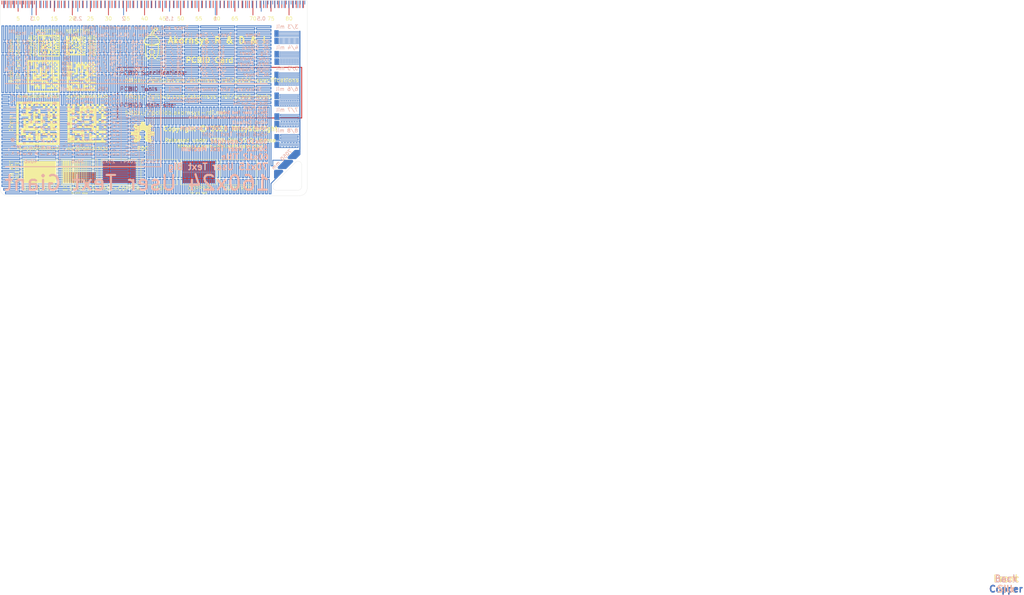
<source format=kicad_pcb>
(kicad_pcb (version 20171130) (host pcbnew 5.1.6-c6e7f7d~87~ubuntu18.04.1)
  (title_block (title "PCBID Card") (date 2020-08-01) (rev v1.0) (company "Akornsys R & D & I") (comment 1 https://github.com/akornsys-rdi/pcbid-tools) (comment 2 "Designed & drawn by: R. García") (comment 3 "PCBID: ~~buP}q0Qt01013120") (comment 4 "Copyright © 2020 RileyStarlight, released under CERN OHL-S 2 License"))
  (layers (0 F.Cu signal) (31 B.Cu signal) (34 B.Paste user) (35 F.Paste user) (36 B.SilkS user) (37 F.SilkS user) (38 B.Mask user) (39 F.Mask user) (44 Edge.Cuts user))
  (net 0 "")
  (module Connectors:1pin (layer B.Cu) (at 76.75 47.75)
    (fp_text reference REF** hide)
    (fp_text value 1pin hide)
    (pad 1 smd rect (at 0 0) (size 1.016 1.016) (layers B.Cu B.Mask))
  )
  (module Connectors:1pin (layer B.Cu) (at 79 45.5)
    (fp_text reference REF** hide)
    (fp_text value 1pin hide)
    (pad 1 smd rect (at 0 0) (size 1.016 1.016) (layers B.Cu B.Mask))
  )
  (module lib:dm-pos-12mm (layer F.Cu) (at 24 34)
    (fp_text reference G*** hide)
    (fp_text value LOGO hide)
  )
  (module lib:dm-pos-9mm (layer F.Cu) (at 22.5 21)
    (fp_text reference G*** hide)
    (fp_text value LOGO hide)
  )
  (module lib:dm-neg-12mm (layer F.Cu) (at 10.5 34)
    (fp_text reference G*** hide)
    (fp_text value LOGO hide)
  )
  (module lib:dm-neg-9mm (layer F.Cu) (at 12 21)
    (fp_text reference G*** hide)
    (fp_text value LOGO hide)
  )
  (module lib:dm-neg-6mm (layer F.Cu) (at 13.5 12.5)
    (fp_text reference G*** hide)
    (fp_text value LOGO hide)
  )
  (module lib:dm-pos-6mm (layer F.Cu) (at 21 12.5)
    (fp_text reference G*** hide)
    (fp_text value LOGO hide)
  )
  (module lib:akorn-logo (layer F.Cu) (at 42.5 12)
    (fp_text reference G*** hide)
    (fp_text value LOGO hide)
  )
  (module Symbols:OSHW-Symbol_6.7x6mm_SilkScreen (layer F.Cu) (at 39.5 36.5)
    (fp_text reference REF*** hide)
    (fp_text value OSHW-Symbol_6.7x6mm_SilkScreen hide)
  )
  (gr_text "Front\nCopper" (at 278.5 161.5) (layer F.Cu) (effects (font (size 1.778 1.778) (thickness 0.381))))
  (gr_text "Front\nSilk" (at 278.5 161.5) (layer F.SilkS) (effects (font (size 1.778 1.778) (thickness 0.381))))
  (gr_text "Back\nCopper" (at 278.5 161.5) (layer B.Cu) (effects (font (size 1.778 1.778) (thickness 0.381))))
  (gr_text "Back\nSilk" (at 278.5 161.5) (layer B.SilkS) (effects (font (size 1.778 1.778) (thickness 0.381))))
  (gr_text "* Akornsys R & D & I's\nPCB Design Convention" (at 56 27.5) (layer B.SilkS) (effects (font (size 0.508 0.508) (thickness 0.1016) italic) (justify left mirror)))
  (gr_text "62 / 31 / 15" (at 7.5 13) (layer B.SilkS) (effects (font (size 1.016 1.016) (thickness 0.1524)) (justify mirror)))
  (gr_text "41 / 21 / 10" (at 7.5 20.5) (layer B.SilkS) (effects (font (size 1.016 1.016) (thickness 0.1524)) (justify mirror)))
  (gr_text "123 / 62 / 31" (at 7.5 11.5) (layer B.SilkS) (effects (font (size 1.016 1.016) (thickness 0.1524)) (justify mirror)))
  (gr_text "62 / 31 / 15" (at 7.5 14.5) (layer B.SilkS) (effects (font (size 1.016 1.016) (thickness 0.1524)) (justify mirror)))
  (gr_text "31 / 15 / 7.7" (at 7.5 16) (layer B.SilkS) (effects (font (size 1.016 1.016) (thickness 0.1524)) (justify mirror)))
  (gr_text "21 / 10 / 5.1" (at 7.5 17.5) (layer B.SilkS) (effects (font (size 1.016 1.016) (thickness 0.1524)) (justify mirror)))
  (gr_text "6.5 / 3.2 / 1.6" (at 7.5 19) (layer B.SilkS) (effects (font (size 1.016 1.016) (thickness 0.1524)) (justify mirror)))
  (gr_text 30 (at 18.5 11.5) (layer B.SilkS) (effects (font (size 1.016 1.016) (thickness 0.1524)) (justify mirror)))
  (gr_text 500 (at 18.5 20.5) (layer B.SilkS) (effects (font (size 1.016 1.016) (thickness 0.1524)) (justify mirror)))
  (gr_text 50 (at 18.5 16) (layer B.SilkS) (effects (font (size 1.016 1.016) (thickness 0.1524)) (justify mirror)))
  (gr_text 500 (at 18.5 13) (layer B.SilkS) (effects (font (size 1.016 1.016) (thickness 0.1524)) (justify mirror)))
  (gr_text 300 (at 18.5 19) (layer B.SilkS) (effects (font (size 1.016 1.016) (thickness 0.1524)) (justify mirror)))
  (gr_text 50 (at 18.5 14.5) (layer B.SilkS) (effects (font (size 1.016 1.016) (thickness 0.1524)) (justify mirror)))
  (gr_text 300 (at 18.5 17.5) (layer B.SilkS) (effects (font (size 1.016 1.016) (thickness 0.1524)) (justify mirror)))
  (gr_text "1.01 / 1.67 / 2.76" (at 32 20.5) (layer B.SilkS) (effects (font (size 1.016 1.016) (thickness 0.1524)) (justify mirror)))
  (gr_text "0.75 / 1.25 / 2.06" (at 32 14.5) (layer B.SilkS) (effects (font (size 1.016 1.016) (thickness 0.1524)) (justify mirror)))
  (gr_text "1.67 / 2.76 / 4.56" (at 32 17.5) (layer B.SilkS) (effects (font (size 1.016 1.016) (thickness 0.1524)) (justify mirror)))
  (gr_text "3.85 / 6.37 / 10.53" (at 32 19) (layer B.SilkS) (effects (font (size 1.016 1.016) (thickness 0.1524)) (justify mirror)))
  (gr_text "1.25 / 2.06 / 3.40" (at 32 16) (layer B.SilkS) (effects (font (size 1.016 1.016) (thickness 0.1524)) (justify mirror)))
  (gr_text "0.46 / 0.75 / 1.25" (at 32 11.5) (layer B.SilkS) (effects (font (size 1.016 1.016) (thickness 0.1524)) (justify mirror)))
  (gr_text "0.75 / 1.25 / 2.06" (at 32 13) (layer B.SilkS) (effects (font (size 1.016 1.016) (thickness 0.1524)) (justify mirror)))
  (gr_text "mΩ × Inch⁽⁵⁾" (at 7.5 9) (layer B.SilkS) (effects (font (size 1.016 1.016) (thickness 0.1524)) (justify mirror)))
  (gr_line (start 14.5 21.5) (end 14.5 9) (layer B.SilkS) (width 0.12))
  (gr_text "32 / 18" (at 47.5 20.5) (layer B.SilkS) (effects (font (size 1.016 1.016) (thickness 0.1524)) (justify mirror)))
  (gr_text "48 / 32" (at 47.5 19) (layer B.SilkS) (effects (font (size 1.016 1.016) (thickness 0.1524)) (justify mirror)))
  (gr_text "48 / 28" (at 47.5 17.5) (layer B.SilkS) (effects (font (size 1.016 1.016) (thickness 0.1524)) (justify mirror)))
  (gr_text "36 / 24" (at 47.5 16) (layer B.SilkS) (effects (font (size 1.016 1.016) (thickness 0.1524)) (justify mirror)))
  (gr_text "32 / 18" (at 47.5 14.5) (layer B.SilkS) (effects (font (size 1.016 1.016) (thickness 0.1524)) (justify mirror)))
  (gr_text "32 / 18" (at 47.5 13) (layer B.SilkS) (effects (font (size 1.016 1.016) (thickness 0.1524)) (justify mirror)))
  (gr_text "24 / 12" (at 47.5 11.5) (layer B.SilkS) (effects (font (size 1.016 1.016) (thickness 0.1524)) (justify mirror)))
  (gr_text "24 / 32" (at 59 20.5) (layer B.SilkS) (effects (font (size 1.016 1.016) (thickness 0.1524)) (justify mirror)))
  (gr_text "152 / 16" (at 59 19) (layer B.SilkS) (effects (font (size 1.016 1.016) (thickness 0.1524)) (justify mirror)))
  (gr_text "48 / 16" (at 59 17.5) (layer B.SilkS) (effects (font (size 1.016 1.016) (thickness 0.1524)) (justify mirror)))
  (gr_text "32 / 10" (at 59 16) (layer B.SilkS) (effects (font (size 1.016 1.016) (thickness 0.1524)) (justify mirror)))
  (gr_text "16 / 10" (at 59 14.5) (layer B.SilkS) (effects (font (size 1.016 1.016) (thickness 0.1524)) (justify mirror)))
  (gr_text "16 / 32" (at 59 13) (layer B.SilkS) (effects (font (size 1.016 1.016) (thickness 0.1524)) (justify mirror)))
  (gr_text "8 / 8" (at 59 11.5) (layer B.SilkS) (effects (font (size 1.016 1.016) (thickness 0.1524)) (justify mirror)))
  (gr_text "AC Power" (at 74.5 20.5) (layer B.SilkS) (effects (font (size 1.016 1.016) (thickness 0.1524)) (justify left mirror)))
  (gr_line (start 65 21.5) (end 65 9) (layer B.SilkS) (width 0.12))
  (gr_line (start 53 21.5) (end 53 9) (layer B.SilkS) (width 0.12))
  (gr_line (start 42 21.5) (end 42 9) (layer B.SilkS) (width 0.12))
  (gr_line (start 22.5 21.5) (end 22.5 9) (layer B.SilkS) (width 0.12))
  (gr_text "DC Signal" (at 74.5 11.5) (layer B.SilkS) (effects (font (size 1.016 1.016) (thickness 0.1524)) (justify left mirror)))
  (gr_text "AC Signal" (at 74.5 13) (layer B.SilkS) (effects (font (size 1.016 1.016) (thickness 0.1524)) (justify left mirror)))
  (gr_text "High Power" (at 74.5 19) (layer B.SilkS) (effects (font (size 1.016 1.016) (thickness 0.1524)) (justify left mirror)))
  (gr_text "Med. Power" (at 74.5 17.5) (layer B.SilkS) (effects (font (size 1.016 1.016) (thickness 0.1524)) (justify left mirror)))
  (gr_text "Low Power" (at 74.5 16) (layer B.SilkS) (effects (font (size 1.016 1.016) (thickness 0.1524)) (justify left mirror)))
  (gr_text "Sig. Power" (at 74.5 14.5) (layer B.SilkS) (effects (font (size 1.016 1.016) (thickness 0.1524)) (justify left mirror)))
  (gr_text "¹ 1mil plating    ² 0.5oz = 17.5µm; 1oz = 35µm; 20z = 70µm    ³ External layer, no plating @ 10ºC rise    ⁴ External layer mask coated    ⁵ Bare copper @ 0.5/1/2oz" (at 37.5 22) (layer B.SilkS) (effects (font (size 0.508 0.508) (thickness 0.1016)) (justify mirror)))
  (gr_text "Max V⁽⁴⁾" (at 18.5 9.5) (layer B.SilkS) (effects (font (size 1.016 1.016) (thickness 0.1524)) (justify mirror)))
  (gr_text "Max A (0.5/1/2oz)⁽²⁾⁽³⁾" (at 32 9.5) (layer B.SilkS) (effects (font (size 1.016 1.016) (thickness 0.1524)) (justify mirror)))
  (gr_text "Via / Drill⁽¹⁾" (at 47.5 9.5) (layer B.SilkS) (effects (font (size 1.016 1.016) (thickness 0.1524)) (justify mirror)))
  (gr_text "Trace / Clea." (at 59 9.5) (layer B.SilkS) (effects (font (size 1.016 1.016) (thickness 0.1524)) (justify mirror)))
  (gr_text Name (at 70 9.5) (layer B.SilkS) (effects (font (size 1.016 1.016) (thickness 0.1524)) (justify mirror)))
  (gr_text "Trace and via table convention* (mil)" (at 37.5 7.5) (layer B.SilkS) (effects (font (size 1.016 1.016) (thickness 0.1524)) (justify mirror)))
  (gr_line (start 16.5 45) (end 16.5 26) (layer B.SilkS) (width 0.12))
  (gr_line (start 26.5 45) (end 26.5 26) (layer B.SilkS) (width 0.12))
  (gr_line (start 33.5 45) (end 33.5 26) (layer B.SilkS) (width 0.12))
  (gr_line (start 38.5 45) (end 38.5 26) (layer B.SilkS) (width 0.12))
  (gr_text 40x6 (at 8.5 44.5) (layer B.SilkS) (effects (font (size 1.016 1.016) (thickness 0.1524)) (justify mirror)))
  (gr_text 30x6 (at 21.5 44.5) (layer B.SilkS) (effects (font (size 1.016 1.016) (thickness 0.1524)) (justify mirror)))
  (gr_text 25x5 (at 30 44.5) (layer B.SilkS) (effects (font (size 1.016 1.016) (thickness 0.1524)) (justify mirror)))
  (gr_text 20x4 (at 36 44.5) (layer B.SilkS) (effects (font (size 1.016 1.016) (thickness 0.1524)) (justify mirror)))
  (gr_text 15x3.5 (at 41.5 44.5) (layer B.SilkS) (effects (font (size 1.016 1.016) (thickness 0.1524)) (justify mirror)))
  (gr_text "K85 Charset (mil)" (at 23 24.5) (layer B.SilkS) (effects (font (size 1.016 1.016) (thickness 0.1524)) (justify mirror)))
  (gr_text "Silkscreen size convention* (mil)" (at 59.5 24.5) (layer B.SilkS) (effects (font (size 1.016 1.016) (thickness 0.1524)) (justify mirror)))
  (gr_line (start 44.5 24.5) (end 44.5 46) (layer B.SilkS) (width 0.254))
  (gr_line (start 1.5 23) (end 74 23) (layer B.SilkS) (width 0.254))
  (gr_line (start 44.5 46) (end 1.5 46) (layer B.SilkS) (width 0.254))
  (gr_arc (start 2 52) (end 0 52) (angle -90) (layer Edge.Cuts) (width 0.05))
  (gr_line (start 83 54) (end 2 54) (layer Edge.Cuts) (width 0.05))
  (gr_text "7050 mm" (at 78 44 45) (layer B.SilkS) (effects (font (size 1.016 1.016) (thickness 0.1524)) (justify mirror)))
  (gr_line (start 77.2414 8.509) (end 83.0072 8.509) (layer B.Cu) (width 0.0762))
  (gr_line (start 77.2414 8.509) (end 77.2414 8.6614) (layer B.Cu) (width 0.0762))
  (gr_line (start 77.2414 8.6614) (end 82.7278 8.6614) (layer B.Cu) (width 0.0762))
  (gr_line (start 82.7278 8.6614) (end 82.7278 8.8138) (layer B.Cu) (width 0.0762))
  (gr_line (start 77.2414 8.8138) (end 82.7278 8.8138) (layer B.Cu) (width 0.0762))
  (gr_line (start 77.2414 8.8138) (end 77.2414 8.9662) (layer B.Cu) (width 0.0762))
  (gr_line (start 77.2414 8.9662) (end 82.7278 8.9662) (layer B.Cu) (width 0.0762))
  (gr_line (start 82.7278 8.9662) (end 82.7278 9.1186) (layer B.Cu) (width 0.0762))
  (gr_line (start 77.2414 9.1186) (end 82.7278 9.1186) (layer B.Cu) (width 0.0762))
  (gr_line (start 77.2414 9.1186) (end 77.2414 9.271) (layer B.Cu) (width 0.0762))
  (gr_line (start 77.2414 9.271) (end 82.7278 9.271) (layer B.Cu) (width 0.0762))
  (gr_line (start 82.7278 9.271) (end 82.7278 9.4234) (layer B.Cu) (width 0.0762))
  (gr_line (start 77.2414 9.4234) (end 82.7278 9.4234) (layer B.Cu) (width 0.0762))
  (gr_line (start 77.2414 9.4234) (end 77.2414 9.5758) (layer B.Cu) (width 0.0762))
  (gr_line (start 77.2414 9.5758) (end 82.7278 9.5758) (layer B.Cu) (width 0.0762))
  (gr_line (start 82.7278 9.5758) (end 82.7278 9.7282) (layer B.Cu) (width 0.0762))
  (gr_line (start 77.2414 9.7282) (end 82.7278 9.7282) (layer B.Cu) (width 0.0762))
  (gr_line (start 77.2414 9.7282) (end 77.2414 9.8806) (layer B.Cu) (width 0.0762))
  (gr_line (start 77.2414 10.4648) (end 77.2414 12.0142) (layer B.Cu) (width 0.0762))
  (gr_line (start 77.3938 10.3124) (end 77.3938 11.8618) (layer B.Cu) (width 0.0762))
  (gr_line (start 77.5462 10.4648) (end 77.5462 12.0142) (layer B.Cu) (width 0.0762))
  (gr_line (start 77.6986 10.3124) (end 77.6986 11.8618) (layer B.Cu) (width 0.0762))
  (gr_line (start 77.851 10.4648) (end 77.851 12.0142) (layer B.Cu) (width 0.0762))
  (gr_line (start 78.0034 10.3124) (end 78.0034 11.8618) (layer B.Cu) (width 0.0762))
  (gr_line (start 78.1558 10.4648) (end 78.1558 12.0142) (layer B.Cu) (width 0.0762))
  (gr_line (start 78.3082 10.3124) (end 78.3082 11.8618) (layer B.Cu) (width 0.0762))
  (gr_line (start 78.4606 10.4648) (end 78.4606 12.0142) (layer B.Cu) (width 0.0762))
  (gr_line (start 78.613 10.3124) (end 78.613 11.8618) (layer B.Cu) (width 0.0762))
  (gr_line (start 78.7654 10.4648) (end 78.7654 12.0142) (layer B.Cu) (width 0.0762))
  (gr_line (start 78.9178 10.3124) (end 78.9178 11.8618) (layer B.Cu) (width 0.0762))
  (gr_line (start 79.0702 10.4648) (end 79.0702 12.0142) (layer B.Cu) (width 0.0762))
  (gr_line (start 79.2226 10.3124) (end 79.2226 11.8618) (layer B.Cu) (width 0.0762))
  (gr_line (start 79.375 10.4648) (end 79.375 12.0142) (layer B.Cu) (width 0.0762))
  (gr_line (start 79.5274 10.3124) (end 79.5274 11.8618) (layer B.Cu) (width 0.0762))
  (gr_line (start 79.6798 10.4648) (end 79.6798 12.0142) (layer B.Cu) (width 0.0762))
  (gr_line (start 79.8322 10.3124) (end 79.8322 11.8618) (layer B.Cu) (width 0.0762))
  (gr_line (start 79.9846 10.4648) (end 79.9846 12.0142) (layer B.Cu) (width 0.0762))
  (gr_line (start 80.137 10.3124) (end 80.137 11.8618) (layer B.Cu) (width 0.0762))
  (gr_line (start 80.2894 10.4648) (end 80.2894 12.0142) (layer B.Cu) (width 0.0762))
  (gr_line (start 80.4418 10.3124) (end 80.4418 11.8618) (layer B.Cu) (width 0.0762))
  (gr_line (start 80.5942 10.4648) (end 80.5942 12.0142) (layer B.Cu) (width 0.0762))
  (gr_line (start 80.7466 10.3124) (end 80.7466 11.8618) (layer B.Cu) (width 0.0762))
  (gr_line (start 80.899 10.4648) (end 80.899 12.0142) (layer B.Cu) (width 0.0762))
  (gr_line (start 81.0514 10.3124) (end 81.0514 11.8618) (layer B.Cu) (width 0.0762))
  (gr_line (start 81.2038 10.4648) (end 81.2038 12.0142) (layer B.Cu) (width 0.0762))
  (gr_line (start 81.3562 10.3124) (end 81.3562 11.8618) (layer B.Cu) (width 0.0762))
  (gr_line (start 81.5086 10.4648) (end 81.5086 12.0142) (layer B.Cu) (width 0.0762))
  (gr_line (start 81.661 10.3124) (end 81.661 11.8618) (layer B.Cu) (width 0.0762))
  (gr_line (start 81.8134 10.4648) (end 81.8134 12.0142) (layer B.Cu) (width 0.0762))
  (gr_line (start 81.9658 10.3124) (end 81.9658 11.8618) (layer B.Cu) (width 0.0762))
  (gr_line (start 82.1182 10.4648) (end 82.1182 12.0142) (layer B.Cu) (width 0.0762))
  (gr_line (start 82.2706 10.3124) (end 82.2706 11.8618) (layer B.Cu) (width 0.0762))
  (gr_line (start 82.423 10.4648) (end 82.423 12.0142) (layer B.Cu) (width 0.0762))
  (gr_line (start 82.5754 10.3124) (end 82.5754 11.8618) (layer B.Cu) (width 0.0762))
  (gr_line (start 83.0072 14.1224) (end 77.3938 14.1224) (layer B.Cu) (width 0.1016))
  (gr_line (start 77.3938 14.1224) (end 77.3938 14.3256) (layer B.Cu) (width 0.1016))
  (gr_line (start 82.677 14.3256) (end 77.3938 14.3256) (layer B.Cu) (width 0.1016))
  (gr_line (start 82.677 14.3256) (end 82.677 14.5288) (layer B.Cu) (width 0.1016))
  (gr_line (start 82.677 14.5288) (end 77.3938 14.5288) (layer B.Cu) (width 0.1016))
  (gr_line (start 77.3938 14.5288) (end 77.3938 14.732) (layer B.Cu) (width 0.1016))
  (gr_line (start 82.677 14.732) (end 77.3938 14.732) (layer B.Cu) (width 0.1016))
  (gr_line (start 82.677 14.732) (end 82.677 14.9352) (layer B.Cu) (width 0.1016))
  (gr_line (start 82.677 14.9352) (end 77.3938 14.9352) (layer B.Cu) (width 0.1016))
  (gr_line (start 77.3938 14.9352) (end 77.3938 15.1384) (layer B.Cu) (width 0.1016))
  (gr_line (start 82.677 15.1384) (end 77.3938 15.1384) (layer B.Cu) (width 0.1016))
  (gr_line (start 82.677 15.1384) (end 82.677 15.3416) (layer B.Cu) (width 0.1016))
  (gr_line (start 82.677 15.3416) (end 77.3938 15.3416) (layer B.Cu) (width 0.1016))
  (gr_line (start 77.3938 15.3416) (end 77.3938 15.5448) (layer B.Cu) (width 0.1016))
  (gr_line (start 77.3938 16.256) (end 77.3938 17.7546) (layer B.Cu) (width 0.1016))
  (gr_line (start 77.597 16.0528) (end 77.597 17.5514) (layer B.Cu) (width 0.1016))
  (gr_line (start 77.8002 16.256) (end 77.8002 17.7546) (layer B.Cu) (width 0.1016))
  (gr_line (start 78.0034 16.0528) (end 78.0034 17.5514) (layer B.Cu) (width 0.1016))
  (gr_line (start 78.2066 16.256) (end 78.2066 17.7546) (layer B.Cu) (width 0.1016))
  (gr_line (start 78.4098 16.0528) (end 78.4098 17.5514) (layer B.Cu) (width 0.1016))
  (gr_line (start 78.613 16.256) (end 78.613 17.7546) (layer B.Cu) (width 0.1016))
  (gr_line (start 78.8162 16.0528) (end 78.8162 17.5514) (layer B.Cu) (width 0.1016))
  (gr_line (start 79.0194 16.256) (end 79.0194 17.7546) (layer B.Cu) (width 0.1016))
  (gr_line (start 79.2226 16.0528) (end 79.2226 17.5514) (layer B.Cu) (width 0.1016))
  (gr_line (start 79.4258 16.256) (end 79.4258 17.7546) (layer B.Cu) (width 0.1016))
  (gr_line (start 79.629 16.0528) (end 79.629 17.5514) (layer B.Cu) (width 0.1016))
  (gr_line (start 79.8322 16.256) (end 79.8322 17.7546) (layer B.Cu) (width 0.1016))
  (gr_line (start 80.0354 16.0528) (end 80.0354 17.5514) (layer B.Cu) (width 0.1016))
  (gr_line (start 80.2386 16.256) (end 80.2386 17.7546) (layer B.Cu) (width 0.1016))
  (gr_line (start 80.4418 16.0528) (end 80.4418 17.5514) (layer B.Cu) (width 0.1016))
  (gr_line (start 80.645 16.256) (end 80.645 17.7546) (layer B.Cu) (width 0.1016))
  (gr_line (start 80.8482 16.0528) (end 80.8482 17.5514) (layer B.Cu) (width 0.1016))
  (gr_line (start 81.0514 16.256) (end 81.0514 17.7546) (layer B.Cu) (width 0.1016))
  (gr_line (start 81.2546 16.0528) (end 81.2546 17.5514) (layer B.Cu) (width 0.1016))
  (gr_line (start 81.4578 16.256) (end 81.4578 17.7546) (layer B.Cu) (width 0.1016))
  (gr_line (start 81.661 16.0528) (end 81.661 17.5514) (layer B.Cu) (width 0.1016))
  (gr_line (start 81.8642 16.256) (end 81.8642 17.7546) (layer B.Cu) (width 0.1016))
  (gr_line (start 82.0674 16.0528) (end 82.0674 17.5514) (layer B.Cu) (width 0.1016))
  (gr_line (start 82.2706 16.256) (end 82.2706 17.7546) (layer B.Cu) (width 0.1016))
  (gr_line (start 82.4738 16.0528) (end 82.4738 17.5514) (layer B.Cu) (width 0.1016))
  (gr_line (start 83.0072 19.9644) (end 77.3176 19.9644) (layer B.Cu) (width 0.127))
  (gr_line (start 77.3176 19.9644) (end 77.3176 20.2184) (layer B.Cu) (width 0.127))
  (gr_line (start 82.6516 20.2184) (end 77.3176 20.2184) (layer B.Cu) (width 0.127))
  (gr_line (start 82.6516 20.2184) (end 82.6516 20.4724) (layer B.Cu) (width 0.127))
  (gr_line (start 82.6516 20.4724) (end 77.3176 20.4724) (layer B.Cu) (width 0.127))
  (gr_line (start 77.3176 20.4724) (end 77.3176 20.7264) (layer B.Cu) (width 0.127))
  (gr_line (start 82.6516 20.7264) (end 77.3176 20.7264) (layer B.Cu) (width 0.127))
  (gr_line (start 82.6516 20.7264) (end 82.6516 20.9804) (layer B.Cu) (width 0.127))
  (gr_line (start 82.6516 20.9804) (end 77.3176 20.9804) (layer B.Cu) (width 0.127))
  (gr_line (start 77.3176 20.9804) (end 77.3176 21.2344) (layer B.Cu) (width 0.127))
  (gr_line (start 77.3176 21.8186) (end 77.3176 23.241) (layer B.Cu) (width 0.127))
  (gr_line (start 77.5716 22.0726) (end 77.5716 23.495) (layer B.Cu) (width 0.127))
  (gr_line (start 77.8256 21.8186) (end 77.8256 23.241) (layer B.Cu) (width 0.127))
  (gr_line (start 78.0796 22.0726) (end 78.0796 23.495) (layer B.Cu) (width 0.127))
  (gr_line (start 78.3336 21.8186) (end 78.3336 23.241) (layer B.Cu) (width 0.127))
  (gr_line (start 78.5876 22.0726) (end 78.5876 23.495) (layer B.Cu) (width 0.127))
  (gr_line (start 78.8416 21.8186) (end 78.8416 23.241) (layer B.Cu) (width 0.127))
  (gr_line (start 79.0956 22.0726) (end 79.0956 23.495) (layer B.Cu) (width 0.127))
  (gr_line (start 79.3496 21.8186) (end 79.3496 23.241) (layer B.Cu) (width 0.127))
  (gr_line (start 79.6036 22.0726) (end 79.6036 23.495) (layer B.Cu) (width 0.127))
  (gr_line (start 79.8576 21.8186) (end 79.8576 23.241) (layer B.Cu) (width 0.127))
  (gr_line (start 80.1116 22.0726) (end 80.1116 23.495) (layer B.Cu) (width 0.127))
  (gr_line (start 80.3656 21.8186) (end 80.3656 23.241) (layer B.Cu) (width 0.127))
  (gr_line (start 80.6196 22.0726) (end 80.6196 23.495) (layer B.Cu) (width 0.127))
  (gr_line (start 80.8736 21.8186) (end 80.8736 23.241) (layer B.Cu) (width 0.127))
  (gr_line (start 81.1276 22.0726) (end 81.1276 23.495) (layer B.Cu) (width 0.127))
  (gr_line (start 81.3816 21.8186) (end 81.3816 23.241) (layer B.Cu) (width 0.127))
  (gr_line (start 81.6356 22.0726) (end 81.6356 23.495) (layer B.Cu) (width 0.127))
  (gr_line (start 81.8896 21.8186) (end 81.8896 23.241) (layer B.Cu) (width 0.127))
  (gr_line (start 82.1436 22.0726) (end 82.1436 23.495) (layer B.Cu) (width 0.127))
  (gr_line (start 82.3976 21.8186) (end 82.3976 23.241) (layer B.Cu) (width 0.127))
  (gr_line (start 83.0072 26.0096) (end 77.4192 26.0096) (layer B.Cu) (width 0.1524))
  (gr_line (start 77.4192 26.0096) (end 77.4192 26.3144) (layer B.Cu) (width 0.1524))
  (gr_line (start 82.6008 26.3144) (end 77.4192 26.3144) (layer B.Cu) (width 0.1524))
  (gr_line (start 82.6008 26.3144) (end 82.6008 26.6192) (layer B.Cu) (width 0.1524))
  (gr_line (start 82.6008 26.6192) (end 77.4192 26.6192) (layer B.Cu) (width 0.1524))
  (gr_line (start 77.4192 26.6192) (end 77.4192 26.924) (layer B.Cu) (width 0.1524))
  (gr_line (start 77.4192 27.5844) (end 77.4192 28.9306) (layer B.Cu) (width 0.1524))
  (gr_line (start 77.724 27.8892) (end 77.724 29.2354) (layer B.Cu) (width 0.1524))
  (gr_line (start 78.0288 27.5844) (end 78.0288 28.9306) (layer B.Cu) (width 0.1524))
  (gr_line (start 78.3336 27.8892) (end 78.3336 29.2354) (layer B.Cu) (width 0.1524))
  (gr_line (start 78.6384 27.5844) (end 78.6384 28.9306) (layer B.Cu) (width 0.1524))
  (gr_line (start 78.9432 27.8892) (end 78.9432 29.2354) (layer B.Cu) (width 0.1524))
  (gr_line (start 79.248 27.5844) (end 79.248 28.9306) (layer B.Cu) (width 0.1524))
  (gr_line (start 79.5528 27.8892) (end 79.5528 29.2354) (layer B.Cu) (width 0.1524))
  (gr_line (start 79.8576 27.5844) (end 79.8576 28.9306) (layer B.Cu) (width 0.1524))
  (gr_line (start 80.1624 27.8892) (end 80.1624 29.2354) (layer B.Cu) (width 0.1524))
  (gr_line (start 80.4672 27.5844) (end 80.4672 28.9306) (layer B.Cu) (width 0.1524))
  (gr_line (start 80.772 27.8892) (end 80.772 29.2354) (layer B.Cu) (width 0.1524))
  (gr_line (start 81.0768 27.5844) (end 81.0768 28.9306) (layer B.Cu) (width 0.1524))
  (gr_line (start 81.3816 27.8892) (end 81.3816 29.2354) (layer B.Cu) (width 0.1524))
  (gr_line (start 81.6864 27.5844) (end 81.6864 28.9306) (layer B.Cu) (width 0.1524))
  (gr_line (start 81.9912 27.8892) (end 81.9912 29.2354) (layer B.Cu) (width 0.1524))
  (gr_line (start 82.296 27.5844) (end 82.296 28.9306) (layer B.Cu) (width 0.1524))
  (gr_line (start 83.0072 31.5468) (end 77.597 31.5468) (layer B.Cu) (width 0.1778))
  (gr_line (start 77.597 31.5468) (end 77.597 31.9024) (layer B.Cu) (width 0.1778))
  (gr_line (start 82.5754 31.9024) (end 77.597 31.9024) (layer B.Cu) (width 0.1778))
  (gr_line (start 82.5754 31.9024) (end 82.5754 32.258) (layer B.Cu) (width 0.1778))
  (gr_line (start 82.5754 32.258) (end 77.597 32.258) (layer B.Cu) (width 0.1778))
  (gr_line (start 77.597 32.258) (end 77.597 32.6136) (layer B.Cu) (width 0.1778))
  (gr_line (start 77.597 33.7058) (end 77.597 34.9758) (layer B.Cu) (width 0.1778))
  (gr_line (start 77.9526 33.3502) (end 77.9526 34.6202) (layer B.Cu) (width 0.1778))
  (gr_line (start 78.3082 33.7058) (end 78.3082 34.9758) (layer B.Cu) (width 0.1778))
  (gr_line (start 78.6638 33.3502) (end 78.6638 34.6202) (layer B.Cu) (width 0.1778))
  (gr_line (start 79.0194 33.7058) (end 79.0194 34.9758) (layer B.Cu) (width 0.1778))
  (gr_line (start 79.375 33.3502) (end 79.375 34.6202) (layer B.Cu) (width 0.1778))
  (gr_line (start 79.7306 33.7058) (end 79.7306 34.9758) (layer B.Cu) (width 0.1778))
  (gr_line (start 80.0862 33.3502) (end 80.0862 34.6202) (layer B.Cu) (width 0.1778))
  (gr_line (start 80.4418 33.7058) (end 80.4418 34.9758) (layer B.Cu) (width 0.1778))
  (gr_line (start 80.7974 33.3502) (end 80.7974 34.6202) (layer B.Cu) (width 0.1778))
  (gr_line (start 81.153 33.7058) (end 81.153 34.9758) (layer B.Cu) (width 0.1778))
  (gr_line (start 81.5086 33.3502) (end 81.5086 34.6202) (layer B.Cu) (width 0.1778))
  (gr_line (start 81.8642 33.7058) (end 81.8642 34.9758) (layer B.Cu) (width 0.1778))
  (gr_line (start 82.2198 33.3502) (end 82.2198 34.6202) (layer B.Cu) (width 0.1778))
  (gr_line (start 77.6478 37.084) (end 83.0072 37.084) (layer B.Cu) (width 0.2032))
  (gr_line (start 77.6478 37.084) (end 77.6478 37.4904) (layer B.Cu) (width 0.2032))
  (gr_line (start 77.6478 37.4904) (end 82.5246 37.4904) (layer B.Cu) (width 0.2032))
  (gr_line (start 82.5246 37.4904) (end 82.5246 37.8968) (layer B.Cu) (width 0.2032))
  (gr_line (start 77.6478 37.8968) (end 82.5246 37.8968) (layer B.Cu) (width 0.2032))
  (gr_line (start 77.6478 37.8968) (end 77.6478 38.3032) (layer B.Cu) (width 0.2032))
  (gr_line (start 77.6478 39.5224) (end 77.6478 40.7162) (layer B.Cu) (width 0.2032))
  (gr_line (start 78.0542 39.116) (end 78.0542 40.3098) (layer B.Cu) (width 0.2032))
  (gr_line (start 78.4606 39.5224) (end 78.4606 40.7162) (layer B.Cu) (width 0.2032))
  (gr_line (start 78.867 39.116) (end 78.867 40.3098) (layer B.Cu) (width 0.2032))
  (gr_line (start 79.2734 39.5224) (end 79.2734 40.7162) (layer B.Cu) (width 0.2032))
  (gr_line (start 79.6798 39.116) (end 79.6798 40.3098) (layer B.Cu) (width 0.2032))
  (gr_line (start 80.0862 39.5224) (end 80.0862 40.7162) (layer B.Cu) (width 0.2032))
  (gr_line (start 80.4926 39.116) (end 80.4926 40.3098) (layer B.Cu) (width 0.2032))
  (gr_line (start 80.899 39.5224) (end 80.899 40.7162) (layer B.Cu) (width 0.2032))
  (gr_line (start 81.3054 39.116) (end 81.3054 40.3098) (layer B.Cu) (width 0.2032))
  (gr_line (start 81.7118 39.5224) (end 81.7118 40.7162) (layer B.Cu) (width 0.2032))
  (gr_line (start 82.1182 39.116) (end 82.1182 40.3098) (layer B.Cu) (width 0.2032))
  (gr_line (start 82.5246 39.5224) (end 82.5246 40.7162) (layer B.Cu) (width 0.2032))
  (gr_poly (pts (xy 81.75 43.5) (xy 80 43.5) (xy 81.75 41.75) (xy 82.75 41.75) (xy 82.75 42.5)) (layer B.Cu) (width 0.8128))
  (gr_poly (pts (xy 79 46.25) (xy 77.25 46.25) (xy 79 44.5) (xy 80.75 44.5)) (layer B.Cu) (width 0.8128))
  (gr_poly (pts (xy 76.25 49) (xy 76.25 47.25) (xy 78 47.25)) (layer B.Cu) (width 0.8128))
  (gr_line (start 83.0032 39.116) (end 77.6478 39.116) (layer B.Cu) (width 0.2032))
  (gr_line (start 82.5246 40.7162) (end 77.0644 40.7162) (layer B.Cu) (width 0.2032))
  (gr_poly (pts (xy 77.2414 40.7162) (xy 76.0476 40.7162) (xy 76.0476 39.116) (xy 77.2414 39.116)) (layer B.Cu) (width 0.2032))
  (gr_text "8/8 mil" (at 79.4004 36) (layer B.SilkS) (effects (font (size 1.016 1.016) (thickness 0.1524)) (justify mirror)))
  (gr_line (start 82.5754 33.7058) (end 82.5754 34.9758) (layer B.Cu) (width 0.1778))
  (gr_line (start 83.0072 33.3502) (end 77.597 33.3502) (layer B.Cu) (width 0.1778))
  (gr_line (start 82.5754 34.9758) (end 77.0382 34.9758) (layer B.Cu) (width 0.1778))
  (gr_poly (pts (xy 77.2414 34.9758) (xy 76.0222 34.9758) (xy 76.0222 33.3502) (xy 77.2414 33.3502)) (layer B.Cu) (width 0.1778))
  (gr_line (start 82.5754 32.6136) (end 82.5754 32.9692) (layer B.Cu) (width 0.1778))
  (gr_line (start 82.5754 32.6136) (end 77.597 32.6136) (layer B.Cu) (width 0.1778))
  (gr_line (start 82.5754 32.9692) (end 77.0422 32.9692) (layer B.Cu) (width 0.1778))
  (gr_poly (pts (xy 77.2414 32.9692) (xy 76.0222 32.9692) (xy 76.0222 31.2928) (xy 77.2414 31.2928)) (layer B.Cu) (width 0.1778))
  (gr_text "7/7 mil" (at 79.5 30.25) (layer B.SilkS) (effects (font (size 1.016 1.016) (thickness 0.1524)) (justify mirror)))
  (gr_line (start 82.6008 27.8892) (end 82.6008 29.2354) (layer B.Cu) (width 0.1524))
  (gr_line (start 83.0072 27.5844) (end 77.4192 27.5844) (layer B.Cu) (width 0.1524))
  (gr_line (start 82.6008 29.2354) (end 77.1144 29.2354) (layer B.Cu) (width 0.1524))
  (gr_poly (pts (xy 77.1144 29.2354) (xy 76.0222 29.2354) (xy 76.0222 27.5844) (xy 77.1144 27.5844)) (layer B.Cu) (width 0.1524))
  (gr_line (start 82.6008 26.924) (end 82.6008 27.2288) (layer B.Cu) (width 0.1524))
  (gr_line (start 82.6008 26.924) (end 77.4192 26.924) (layer B.Cu) (width 0.1524))
  (gr_line (start 82.6008 27.2288) (end 77.1144 27.2288) (layer B.Cu) (width 0.1524))
  (gr_poly (pts (xy 77.1144 27.2288) (xy 76.0222 27.2288) (xy 76.0222 25.527) (xy 77.1144 25.527)) (layer B.Cu) (width 0.1524))
  (gr_line (start 82.6516 22.0726) (end 82.6516 23.495) (layer B.Cu) (width 0.127))
  (gr_line (start 83.0072 21.8186) (end 77.3176 21.8186) (layer B.Cu) (width 0.127))
  (gr_poly (pts (xy 77.0636 23.495) (xy 75.9968 23.495) (xy 75.9968 21.8186) (xy 77.0636 21.8186)) (layer B.Cu) (width 0.127))
  (gr_line (start 82.6516 23.495) (end 77.0128 23.495) (layer B.Cu) (width 0.127))
  (gr_line (start 82.6516 21.2344) (end 82.6516 21.4884) (layer B.Cu) (width 0.127))
  (gr_poly (pts (xy 77.0636 21.4884) (xy 75.9968 21.4884) (xy 75.9968 19.7612) (xy 77.0636 19.7612)) (layer B.Cu) (width 0.127))
  (gr_line (start 82.677 16.256) (end 82.677 17.7546) (layer B.Cu) (width 0.1016))
  (gr_line (start 82.677 17.7546) (end 77.0128 17.7546) (layer B.Cu) (width 0.1016))
  (gr_poly (pts (xy 77.1906 17.7546) (xy 75.9968 17.7546) (xy 75.9968 16.0528) (xy 77.1906 16.0528)) (layer B.Cu) (width 0.1016))
  (gr_line (start 83.0072 16.0528) (end 77.3938 16.0528) (layer B.Cu) (width 0.1016))
  (gr_line (start 82.677 15.5448) (end 82.677 15.748) (layer B.Cu) (width 0.1016))
  (gr_line (start 82.677 15.748) (end 77.1906 15.748) (layer B.Cu) (width 0.1016))
  (gr_line (start 82.677 15.5448) (end 77.3938 15.5448) (layer B.Cu) (width 0.1016))
  (gr_poly (pts (xy 77.1906 15.748) (xy 75.9968 15.748) (xy 75.9968 13.9954) (xy 77.1906 13.9954)) (layer B.Cu) (width 0.1016))
  (gr_line (start 82.7278 10.4648) (end 82.7278 12.0142) (layer B.Cu) (width 0.0762))
  (gr_line (start 83.0072 10.3124) (end 77.2414 10.3124) (layer B.Cu) (width 0.0762))
  (gr_line (start 82.7278 12.0142) (end 77.089 12.0142) (layer B.Cu) (width 0.0762))
  (gr_line (start 82.5246 38.7096) (end 77.2414 38.7096) (layer B.Cu) (width 0.2032))
  (gr_line (start 82.5246 38.3032) (end 82.5246 38.7096) (layer B.Cu) (width 0.2032))
  (gr_line (start 77.6478 38.3032) (end 82.5246 38.3032) (layer B.Cu) (width 0.2032))
  (gr_poly (pts (xy 77.2414 38.7096) (xy 76.0476 38.7096) (xy 76.0476 37.0586) (xy 77.2414 37.0586)) (layer B.Cu) (width 0.2032))
  (gr_line (start 82.7278 9.8806) (end 82.7278 10.033) (layer B.Cu) (width 0.0762))
  (gr_line (start 77.2414 9.8806) (end 82.7278 9.8806) (layer B.Cu) (width 0.0762))
  (gr_poly (pts (xy 77.089 12.0142) (xy 75.9714 12.0142) (xy 75.9714 10.3124) (xy 77.089 10.3124)) (layer B.Cu) (width 0.0762))
  (gr_line (start 82.7278 10.033) (end 77.089 10.033) (layer B.Cu) (width 0.0762))
  (gr_poly (pts (xy 77.089 10.033) (xy 75.9714 10.033) (xy 75.9714 8.255) (xy 77.089 8.255)) (layer B.Cu) (width 0.0762))
  (gr_line (start 83 8.5) (end 83 41.75) (layer B.Cu) (width 0.312928))
  (gr_text "3/3 mil" (at 79.502 7.25) (layer B.SilkS) (effects (font (size 1.016 1.016) (thickness 0.1524)) (justify mirror)))
  (gr_text "6/6 mil" (at 79.4258 24.5) (layer B.SilkS) (effects (font (size 1.016 1.016) (thickness 0.1524)) (justify mirror)))
  (gr_line (start 82.6516 21.2332) (end 77.3176 21.2332) (layer B.Cu) (width 0.127))
  (gr_line (start 82.6516 21.4884) (end 77.0168 21.4872) (layer B.Cu) (width 0.127))
  (gr_text "5/5 mil" (at 79.5 18.75) (layer B.SilkS) (effects (font (size 1.016 1.016) (thickness 0.1524)) (justify mirror)))
  (gr_text "4/4 mil" (at 79.5 13) (layer B.SilkS) (effects (font (size 1.016 1.016) (thickness 0.1524)) (justify mirror)))
  (gr_text "0 1 2 3 4 5 6 7 8 9\nA B C D E F G H J K\nL M N P Q R S T U V\nW X Y Z a b c d e f\ng h i j k l m n p q r\ns t u v w x y z ! # $\n% & ( ) * + - ; < =\n> ? @ ^ _ { } [ ] / \\\n: \"" (at 8.5 43 270) (layer B.SilkS) (effects (font (size 1.016 1.016) (thickness 0.1524)) (justify left mirror)))
  (gr_text "0 1 2 3 4 5 6 7 8 9 A B C D E F\nG H J K L M N P Q R S T U V W X\nY Z a b c d e f g h i j k l m n p\nq r s t u v w x y z ! # $ % & ( )\n* + - ; < = > ? @ ^ _ { } [ ] /\n\\ : \"" (at 30 43 270) (layer B.SilkS) (effects (font (size 0.635 0.635) (thickness 0.127)) (justify left mirror)))
  (gr_text "0 1 2 3 4 5 6 7 8 9 A B C D E F G H J K\nL M N P Q R S T U V W X Y Z a b c d e f\ng h i j k l m n p q r s t u v w x y z ! # $\n% & ( ) * + - ; < = > ? @ ^ _ { } [ ] /\n\\ : \"" (at 36 43 270) (layer B.SilkS) (effects (font (size 0.508 0.508) (thickness 0.1016)) (justify left mirror)))
  (gr_text "0 1 2 3 4 5 6 7 8 9 A B C D E F G H J K L M N P Q R\nS T U V W X Y Z a b c d e f g h i j k l m n p q r s t u\nv w x y z ! # $ % & ( ) * + - ; < = > ? @ ^ _ { } [ ]\n/ \\ : \"" (at 41.5 43 270) (layer B.SilkS) (effects (font (size 0.381 0.381) (thickness 0.0889)) (justify left mirror)))
  (gr_text "0 1 2 3 4 5 6 7 8 9 A B C\nD E F G H J K L M N P Q R\nS T U V W X Y Z a b c d e\nf g h i j k l m n p q r s t u\nv w x y z ! # $ % & ( ) * +\n- ; < = > ? @ ^ _ { } [ ]\n/ \\ : \"" (at 21.5 43 270) (layer B.SilkS) (effects (font (size 0.762 0.762) (thickness 0.1524)) (justify left mirror)))
  (gr_text "PCBID Text 30x6mil" (at 5 17 90) (layer F.SilkS) (effects (font (size 1.016 1.016) (thickness 0.1524))))
  (gr_text NEGATIVE (at 18 8.5) (layer F.SilkS) (effects (font (size 1.016 1.016) (thickness 0.1524)) (justify left)))
  (gr_text "30x6 PCBID" (at 74.25 29.75) (layer B.SilkS) (effects (font (size 0.762 0.762) (thickness 0.1524)) (justify left mirror)))
  (gr_text 6mm (at 3 12.5 90) (layer F.SilkS) (effects (font (size 1.016 1.016) (thickness 0.1524))))
  (gr_text 9mm (at 3 21 90) (layer F.SilkS) (effects (font (size 1.016 1.016) (thickness 0.1524))))
  (gr_text 12mm (at 3 34 90) (layer F.SilkS) (effects (font (size 1.016 1.016) (thickness 0.1524))))
  (gr_text "~~buP}q0Qt\n01013120" (at 9 12.5 90) (layer F.SilkS) (effects (font (size 0.762 0.762) (thickness 0.1524))))
  (gr_text "~~buP}q0Qt\n01013120" (at 25.5 12.5 90) (layer F.SilkS) (effects (font (size 0.762 0.762) (thickness 0.1524))))
  (gr_text ~~buP}q0Qt01013120 (at 24 26.5) (layer F.SilkS) (effects (font (size 0.762 0.762) (thickness 0.1524))))
  (gr_text ~~buP}q0Qt01013120 (at 10.5 26.5) (layer F.SilkS) (effects (font (size 0.762 0.762) (thickness 0.1524))))
  (gr_text ~~buP}q0Qt01013120 (at 10.5 41) (layer F.SilkS) (effects (font (size 0.762 0.762) (thickness 0.1524))))
  (gr_text "15x3.5 User Text Invisible" (at 74.25 26.75) (layer B.SilkS) (effects (font (size 0.381 0.381) (thickness 0.0889)) (justify left mirror)))
  (gr_line (start 83.5 18.5) (end 32.5 18.5) (layer F.Cu) (width 0.254))
  (gr_line (start 83.5 32.5) (end 83.5 18.5) (layer F.Cu) (width 0.254))
  (gr_line (start 32.5 32.5) (end 83.5 32.5) (layer F.Cu) (width 0.254))
  (gr_line (start 32.5 18.5) (end 32.5 32.5) (layer F.Cu) (width 0.254))
  (gr_text "25x5 User Text Tiny" (at 74.25 28.5) (layer B.SilkS) (effects (font (size 0.635 0.635) (thickness 0.127)) (justify left mirror)))
  (gr_text POSITIVE (at 16.5 8.5) (layer F.SilkS) (effects (font (size 1.016 1.016) (thickness 0.1524)) (justify right)))
  (gr_text ~~buP}q0Qt01013120 (at 24 41) (layer F.SilkS) (effects (font (size 0.762 0.762) (thickness 0.1524))))
  (gr_text "20x4 User Text Very Tiny" (at 74.25 27.5) (layer B.SilkS) (effects (font (size 0.508 0.508) (thickness 0.1016)) (justify left mirror)))
  (gr_text "45x6 User Text Light" (at 74.25 37) (layer B.SilkS) (effects (font (size 1.143 1.143) (thickness 0.1524)) (justify left mirror)))
  (gr_text "60x12 Title" (at 74.5 43.25) (layer B.SilkS) (effects (font (size 1.524 1.524) (thickness 0.3048)) (justify left mirror)))
  (gr_text "50x10 Copyright" (at 74.25 39) (layer B.SilkS) (effects (font (size 1.27 1.27) (thickness 0.254)) (justify left mirror)))
  (gr_text "40x8 License & OSHW acronym" (at 74.25 35.25) (layer B.SilkS) (effects (font (size 1.016 1.016) (thickness 0.2032)) (justify left mirror)))
  (gr_text "40x6 Default" (at 74.25 33.75) (layer B.SilkS) (effects (font (size 1.016 1.016) (thickness 0.1524)) (justify left mirror)))
  (gr_text "50x12 User Text Medium" (at 74.25 41) (layer B.SilkS) (effects (font (size 1.27 1.27) (thickness 0.3048)) (justify left mirror)))
  (gr_text "160x24 User Text Giant" (at 75 50.5) (layer B.SilkS) (effects (font (size 4.064 4.064) (thickness 0.6096)) (justify left mirror)))
  (gr_text "70x15 User Text Big" (at 74.5 46) (layer B.SilkS) (effects (font (size 1.778 1.778) (thickness 0.381)) (justify left mirror)))
  (gr_text "30x7.5 User Text Small" (at 74.25 31) (layer B.SilkS) (effects (font (size 0.762 0.762) (thickness 0.1905)) (justify left mirror)))
  (gr_text "32x6 Component value & reference" (at 74.25 32.25) (layer B.SilkS) (effects (font (size 0.8128 0.8128) (thickness 0.1524)) (justify left mirror)))
  (gr_text PDC (at 39.5 41) (layer F.SilkS) (effects (font (size 1.016 1.016) (thickness 0.2032))))
  (gr_text "Akornsys R & D & I" (at 60 11) (layer F.SilkS) (effects (font (size 1.778 1.778) (thickness 0.381))))
  (gr_text https://pcbidb.akornsys-rdi.net (at 34.5 31) (layer F.SilkS) (effects (font (size 1.143 1.143) (thickness 0.1524)) (justify left)))
  (gr_text https://github.com/akornsys-rdi/pcbid-tools (at 34.5 26.5) (layer F.SilkS) (effects (font (size 1.143 1.143) (thickness 0.1524)) (justify left)))
  (gr_text https://github.com/akornsys-rdi/pcbid-specifications (at 34.5 22) (layer F.SilkS) (effects (font (size 1.143 1.143) (thickness 0.1524)) (justify left)))
  (gr_text "PCBIDB Main site:" (at 33 29) (layer F.Cu) (effects (font (size 1.143 1.143) (thickness 0.2032)) (justify left)))
  (gr_text "PCBID Tools" (at 33 24.5) (layer F.Cu) (effects (font (size 1.143 1.143) (thickness 0.2032)) (justify left)))
  (gr_text "PCBID Specifications:" (at 33 20) (layer F.Cu) (effects (font (size 1.143 1.143) (thickness 0.2032)) (justify left)))
  (gr_text "Released under CERN OHL-S 2 License\nhttps://cern-ohl.web.cern.ch/" (at 61 39.5) (layer F.SilkS) (effects (font (size 1.016 1.016) (thickness 0.2032))))
  (gr_text "PCBID Card" (at 58 16.5) (layer F.SilkS) (effects (font (size 1.524 1.524) (thickness 0.3048))))
  (gr_text "Copyright © 2020 RileyStarlight" (at 61 35.5) (layer F.SilkS) (effects (font (size 1.27 1.27) (thickness 0.254))))
  (gr_text "tin one half" (at 55 53.25) (layer F.SilkS) (effects (font (size 0.508 0.508) (thickness 0.1016))))
  (gr_poly (pts (xy 15.5 50.5) (xy 6.5 50.5) (xy 6.5 47.6) (xy 15.5 47.6)) (layer F.Cu) (width 0.1))
  (gr_poly (pts (xy 59.5 50.5) (xy 50.5 50.5) (xy 50.5 47.6) (xy 59.5 47.6)) (layer F.Cu) (width 0.1))
  (gr_poly (pts (xy 26.5 50.5) (xy 17.5 50.5) (xy 17.5 47.6) (xy 26.5 47.6)) (layer F.Cu) (width 0.1))
  (gr_text "0.1mm step" (at 22 53.25) (layer F.SilkS) (effects (font (size 0.508 0.508) (thickness 0.1016))))
  (gr_text "0.1\nmm" (at 26 52) (layer F.SilkS) (effects (font (size 0.508 0.508) (thickness 0.1016))))
  (gr_text "0.4\nmm" (at 18 52) (layer F.SilkS) (effects (font (size 0.508 0.508) (thickness 0.1016))))
  (gr_text MASK+COPPER (at 33 52) (layer F.SilkS) (effects (font (size 1.016 1.016) (thickness 0.1524))))
  (gr_text MASK (at 44 52) (layer F.SilkS) (effects (font (size 1.016 1.016) (thickness 0.1524))))
  (gr_text SUBSTRATE (at 66 52) (layer F.SilkS) (effects (font (size 1.016 1.016) (thickness 0.1524))))
  (gr_text COPPER (at 55 52) (layer F.SilkS) (effects (font (size 1.016 1.016) (thickness 0.1524))))
  (gr_text SHADES (at 22 52) (layer F.SilkS) (effects (font (size 1.016 1.016) (thickness 0.1524))))
  (gr_text SILKSCREEN (at 11 52) (layer F.SilkS) (effects (font (size 1.016 1.016) (thickness 0.1524))))
  (gr_text "PCB ART\nPALETTE" (at 4 47.5 90) (layer F.SilkS) (effects (font (size 1 1))))
  (gr_line (start 26.5 44.5) (end 26.5 50.5) (layer F.SilkS) (width 0.1))
  (gr_line (start 26 50.5) (end 26 44.5) (layer F.SilkS) (width 0.1))
  (gr_line (start 25.5 44.5) (end 25.5 50.5) (layer F.SilkS) (width 0.1))
  (gr_line (start 25 50.5) (end 25 44.5) (layer F.SilkS) (width 0.1))
  (gr_line (start 24.5 44.5) (end 24.5 50.5) (layer F.SilkS) (width 0.1))
  (gr_line (start 24 50.5) (end 24 44.5) (layer F.SilkS) (width 0.2))
  (gr_line (start 23.5 44.5) (end 23.5 50.5) (layer F.SilkS) (width 0.2))
  (gr_line (start 23 50.5) (end 23 44.5) (layer F.SilkS) (width 0.2))
  (gr_line (start 22.5 44.5) (end 22.5 50.5) (layer F.SilkS) (width 0.2))
  (gr_line (start 22 50.5) (end 22 44.5) (layer F.SilkS) (width 0.2))
  (gr_line (start 21.5 44.5) (end 21.5 50.5) (layer F.SilkS) (width 0.3))
  (gr_line (start 21 50.5) (end 21 44.5) (layer F.SilkS) (width 0.3))
  (gr_line (start 20.5 44.5) (end 20.5 50.5) (layer F.SilkS) (width 0.3))
  (gr_line (start 20 50.5) (end 20 44.5) (layer F.SilkS) (width 0.3))
  (gr_line (start 19.5 44.5) (end 19.5 50.5) (layer F.SilkS) (width 0.3))
  (gr_line (start 19 50.5) (end 19 44.5) (layer F.SilkS) (width 0.4))
  (gr_line (start 18.5 44.5) (end 18.5 50.5) (layer F.SilkS) (width 0.4))
  (gr_line (start 18 50.5) (end 18 44.5) (layer F.SilkS) (width 0.4))
  (gr_line (start 17.5 44.5) (end 17.5 50.5) (layer F.SilkS) (width 0.4))
  (gr_line (start 71 51) (end 61 51) (layer F.SilkS) (width 0.12))
  (gr_line (start 71 44) (end 71 51) (layer F.SilkS) (width 0.12))
  (gr_line (start 61 44) (end 71 44) (layer F.SilkS) (width 0.12))
  (gr_line (start 61 51) (end 61 44) (layer F.SilkS) (width 0.12))
  (gr_line (start 60 51) (end 50 51) (layer F.SilkS) (width 0.12))
  (gr_line (start 60 44) (end 60 51) (layer F.SilkS) (width 0.12))
  (gr_line (start 50 44) (end 60 44) (layer F.SilkS) (width 0.12))
  (gr_line (start 50 51) (end 50 44) (layer F.SilkS) (width 0.12))
  (gr_line (start 49 51) (end 39 51) (layer F.SilkS) (width 0.12))
  (gr_line (start 49 44) (end 49 51) (layer F.SilkS) (width 0.12))
  (gr_line (start 39 44) (end 49 44) (layer F.SilkS) (width 0.12))
  (gr_line (start 39 51) (end 39 44) (layer F.SilkS) (width 0.12))
  (gr_line (start 38 51) (end 28 51) (layer F.SilkS) (width 0.12))
  (gr_line (start 38 44) (end 38 51) (layer F.SilkS) (width 0.12))
  (gr_line (start 28 44) (end 38 44) (layer F.SilkS) (width 0.12))
  (gr_line (start 28 51) (end 28 44) (layer F.SilkS) (width 0.12))
  (gr_line (start 27 51) (end 17 51) (layer F.SilkS) (width 0.12))
  (gr_line (start 27 44) (end 27 51) (layer F.SilkS) (width 0.12))
  (gr_line (start 17 44) (end 27 44) (layer F.SilkS) (width 0.12))
  (gr_line (start 17 51) (end 17 44) (layer F.SilkS) (width 0.12))
  (gr_line (start 16 51) (end 6 51) (layer F.SilkS) (width 0.12))
  (gr_line (start 16 44) (end 16 51) (layer F.SilkS) (width 0.12))
  (gr_line (start 6 44) (end 16 44) (layer F.SilkS) (width 0.12))
  (gr_line (start 6 51) (end 6 44) (layer F.SilkS) (width 0.12))
  (gr_poly (pts (xy 59.5 47.4) (xy 50.5 47.4) (xy 50.5 44.5) (xy 59.5 44.5)) (layer F.Cu) (width 0.1))
  (gr_poly (pts (xy 37.5 50.5) (xy 28.5 50.5) (xy 28.5 44.5) (xy 37.5 44.5)) (layer F.Cu) (width 0.1))
  (gr_poly (pts (xy 15.5 50.5) (xy 6.5 50.5) (xy 6.5 44.5) (xy 15.5 44.5)) (layer F.SilkS) (width 0.1))
  (gr_text 3 (at 8.8 5) (layer B.SilkS) (effects (font (size 1.016 1.016) (thickness 0.1524)) (justify mirror)))
  (gr_text 2.5 (at 21.5 5) (layer B.SilkS) (effects (font (size 1.016 1.016) (thickness 0.1524)) (justify mirror)))
  (gr_text 2 (at 34.2 5) (layer B.SilkS) (effects (font (size 1.016 1.016) (thickness 0.1524)) (justify mirror)))
  (gr_text 1.5 (at 46.9 5) (layer B.SilkS) (effects (font (size 1.016 1.016) (thickness 0.1524)) (justify mirror)))
  (gr_text 1 (at 59.6 5) (layer B.SilkS) (effects (font (size 1.016 1.016) (thickness 0.1524)) (justify mirror)))
  (gr_text 0.5 (at 72.3 5) (layer B.SilkS) (effects (font (size 1.016 1.016) (thickness 0.1524)) (justify mirror)))
  (gr_line (start 84.365 1) (end 84.365 0.1) (layer B.Cu) (width 0.2032))
  (gr_line (start 1.18 2) (end 1.18 0.1) (layer B.Cu) (width 0.2032))
  (gr_text 80 (at 80 5) (layer F.SilkS) (effects (font (size 1.016 1.016) (thickness 0.1524))))
  (gr_text 75 (at 75 5) (layer F.SilkS) (effects (font (size 1.016 1.016) (thickness 0.1524))))
  (gr_text 70 (at 70 5) (layer F.SilkS) (effects (font (size 1.016 1.016) (thickness 0.1524))))
  (gr_text 65 (at 65 5) (layer F.SilkS) (effects (font (size 1.016 1.016) (thickness 0.1524))))
  (gr_text 60 (at 60 5) (layer F.SilkS) (effects (font (size 1.016 1.016) (thickness 0.1524))))
  (gr_text 55 (at 55 5) (layer F.SilkS) (effects (font (size 1.016 1.016) (thickness 0.1524))))
  (gr_text 50 (at 50 5) (layer F.SilkS) (effects (font (size 1.016 1.016) (thickness 0.1524))))
  (gr_text 45 (at 45 5) (layer F.SilkS) (effects (font (size 1.016 1.016) (thickness 0.1524))))
  (gr_text 40 (at 40 5) (layer F.SilkS) (effects (font (size 1.016 1.016) (thickness 0.1524))))
  (gr_text 35 (at 35 5) (layer F.SilkS) (effects (font (size 1.016 1.016) (thickness 0.1524))))
  (gr_text 30 (at 30 5) (layer F.SilkS) (effects (font (size 1.016 1.016) (thickness 0.1524))))
  (gr_text 25 (at 25 5) (layer F.SilkS) (effects (font (size 1.016 1.016) (thickness 0.1524))))
  (gr_text 20 (at 20 5) (layer F.SilkS) (effects (font (size 1.016 1.016) (thickness 0.1524))))
  (gr_text 15 (at 15 5) (layer F.SilkS) (effects (font (size 1.016 1.016) (thickness 0.1524))))
  (gr_text 10 (at 10 5) (layer F.SilkS) (effects (font (size 1.016 1.016) (thickness 0.1524))))
  (gr_text 5 (at 5 5) (layer F.SilkS) (effects (font (size 1.016 1.016) (thickness 0.1524))))
  (gr_line (start 2.45 2) (end 2.45 0.1) (layer B.Cu) (width 0.2032))
  (gr_line (start 3.72 2) (end 3.72 0.1) (layer B.Cu) (width 0.2032))
  (gr_line (start 4.99 2) (end 4.99 0.1) (layer B.Cu) (width 0.2032))
  (gr_line (start 6.26 2) (end 6.26 0.1) (layer B.Cu) (width 0.2032))
  (gr_line (start 7.53 2) (end 7.53 0.1) (layer B.Cu) (width 0.2032))
  (gr_line (start 8.8 4) (end 8.8 0.1) (layer B.Cu) (width 0.2032))
  (gr_line (start 10.07 2) (end 10.07 0.1) (layer B.Cu) (width 0.2032))
  (gr_line (start 11.34 2) (end 11.34 0.1) (layer B.Cu) (width 0.2032))
  (gr_line (start 12.61 2) (end 12.61 0.1) (layer B.Cu) (width 0.2032))
  (gr_line (start 13.88 2) (end 13.88 0.1) (layer B.Cu) (width 0.2032))
  (gr_line (start 15.15 2) (end 15.15 0.1) (layer B.Cu) (width 0.2032))
  (gr_line (start 16.42 2) (end 16.42 0.1) (layer B.Cu) (width 0.2032))
  (gr_line (start 17.69 2) (end 17.69 0.1) (layer B.Cu) (width 0.2032))
  (gr_line (start 18.96 2) (end 18.96 0.1) (layer B.Cu) (width 0.2032))
  (gr_line (start 20.23 2) (end 20.23 0.1) (layer B.Cu) (width 0.2032))
  (gr_line (start 21.5 3) (end 21.5 0.1) (layer B.Cu) (width 0.2032))
  (gr_line (start 22.77 2) (end 22.77 0.1) (layer B.Cu) (width 0.2032))
  (gr_line (start 24.04 2) (end 24.04 0.1) (layer B.Cu) (width 0.2032))
  (gr_line (start 25.31 2) (end 25.31 0.1) (layer B.Cu) (width 0.2032))
  (gr_line (start 26.58 2) (end 26.58 0.1) (layer B.Cu) (width 0.2032))
  (gr_line (start 27.85 2) (end 27.85 0.1) (layer B.Cu) (width 0.2032))
  (gr_line (start 29.12 2) (end 29.12 0.1) (layer B.Cu) (width 0.2032))
  (gr_line (start 30.39 2) (end 30.39 0.1) (layer B.Cu) (width 0.2032))
  (gr_line (start 31.66 2) (end 31.66 0.1) (layer B.Cu) (width 0.2032))
  (gr_line (start 32.93 2) (end 32.93 0.1) (layer B.Cu) (width 0.2032))
  (gr_line (start 34.2 4) (end 34.2 0.1) (layer B.Cu) (width 0.2032))
  (gr_line (start 35.47 2) (end 35.47 0.1) (layer B.Cu) (width 0.2032))
  (gr_line (start 36.74 2) (end 36.74 0.1) (layer B.Cu) (width 0.2032))
  (gr_line (start 38.01 2) (end 38.01 0.1) (layer B.Cu) (width 0.2032))
  (gr_line (start 39.28 2) (end 39.28 0.1) (layer B.Cu) (width 0.2032))
  (gr_line (start 40.55 2) (end 40.55 0.1) (layer B.Cu) (width 0.2032))
  (gr_line (start 41.82 2) (end 41.82 0.1) (layer B.Cu) (width 0.2032))
  (gr_line (start 43.09 2) (end 43.09 0.1) (layer B.Cu) (width 0.2032))
  (gr_line (start 44.36 2) (end 44.36 0.1) (layer B.Cu) (width 0.2032))
  (gr_line (start 45.63 2) (end 45.63 0.1) (layer B.Cu) (width 0.2032))
  (gr_line (start 46.9 3) (end 46.9 0.1) (layer B.Cu) (width 0.2032))
  (gr_line (start 48.17 2) (end 48.17 0.1) (layer B.Cu) (width 0.2032))
  (gr_line (start 49.44 2) (end 49.44 0.1) (layer B.Cu) (width 0.2032))
  (gr_line (start 50.71 2) (end 50.71 0.1) (layer B.Cu) (width 0.2032))
  (gr_line (start 51.98 2) (end 51.98 0.1) (layer B.Cu) (width 0.2032))
  (gr_line (start 53.25 2) (end 53.25 0.1) (layer B.Cu) (width 0.2032))
  (gr_line (start 54.52 2) (end 54.52 0.1) (layer B.Cu) (width 0.2032))
  (gr_line (start 55.79 2) (end 55.79 0.1) (layer B.Cu) (width 0.2032))
  (gr_line (start 57.06 2) (end 57.06 0.1) (layer B.Cu) (width 0.2032))
  (gr_line (start 58.33 2) (end 58.33 0.1) (layer B.Cu) (width 0.2032))
  (gr_line (start 59.6 4) (end 59.6 0.1) (layer B.Cu) (width 0.2032))
  (gr_line (start 60.87 2) (end 60.87 0.1) (layer B.Cu) (width 0.2032))
  (gr_line (start 62.14 2) (end 62.14 0.1) (layer B.Cu) (width 0.2032))
  (gr_line (start 63.41 2) (end 63.41 0.1) (layer B.Cu) (width 0.2032))
  (gr_line (start 64.68 2) (end 64.68 0.1) (layer B.Cu) (width 0.2032))
  (gr_line (start 65.95 2) (end 65.95 0.1) (layer B.Cu) (width 0.2032))
  (gr_line (start 67.22 2) (end 67.22 0.1) (layer B.Cu) (width 0.2032))
  (gr_line (start 68.49 2) (end 68.49 0.1) (layer B.Cu) (width 0.2032))
  (gr_line (start 69.76 2) (end 69.76 0.1) (layer B.Cu) (width 0.2032))
  (gr_line (start 71.03 2) (end 71.03 0.1) (layer B.Cu) (width 0.2032))
  (gr_line (start 72.935 1) (end 72.935 0.1) (layer B.Cu) (width 0.2032))
  (gr_line (start 74.205 1) (end 74.205 0.1) (layer B.Cu) (width 0.2032))
  (gr_line (start 75.475 1) (end 75.475 0.1) (layer B.Cu) (width 0.2032))
  (gr_line (start 76.745 1) (end 76.745 0.1) (layer B.Cu) (width 0.2032))
  (gr_line (start 78.015 1) (end 78.015 0.1) (layer B.Cu) (width 0.2032))
  (gr_line (start 79.285 1) (end 79.285 0.1) (layer B.Cu) (width 0.2032))
  (gr_line (start 80.555 1) (end 80.555 0.1) (layer B.Cu) (width 0.2032))
  (gr_line (start 81.825 1) (end 81.825 0.1) (layer B.Cu) (width 0.2032))
  (gr_line (start 83.095 1) (end 83.095 0.1) (layer B.Cu) (width 0.2032))
  (gr_line (start 72.3 3) (end 72.3 0.1) (layer B.Cu) (width 0.2032))
  (gr_line (start 73.57 2) (end 73.57 0.1) (layer B.Cu) (width 0.2032))
  (gr_line (start 74.84 2) (end 74.84 0.1) (layer B.Cu) (width 0.2032))
  (gr_line (start 76.11 2) (end 76.11 0.1) (layer B.Cu) (width 0.2032))
  (gr_line (start 77.38 2) (end 77.38 0.1) (layer B.Cu) (width 0.2032))
  (gr_line (start 78.65 2) (end 78.65 0.1) (layer B.Cu) (width 0.2032))
  (gr_line (start 79.92 2) (end 79.92 0.1) (layer B.Cu) (width 0.2032))
  (gr_line (start 81.19 2) (end 81.19 0.1) (layer B.Cu) (width 0.2032))
  (gr_line (start 82.46 2) (end 82.46 0.1) (layer B.Cu) (width 0.2032))
  (gr_line (start 83.73 2) (end 83.73 0.1) (layer B.Cu) (width 0.2032))
  (gr_line (start 69 2) (end 69 0.1) (layer F.Cu) (width 0.2032))
  (gr_line (start 68 2) (end 68 0.1) (layer F.Cu) (width 0.2032))
  (gr_line (start 67 2) (end 67 0.1) (layer F.Cu) (width 0.2032))
  (gr_line (start 66 2) (end 66 0.1) (layer F.Cu) (width 0.2032))
  (gr_line (start 65 3) (end 65 0.1) (layer F.Cu) (width 0.2032))
  (gr_line (start 64 2) (end 64 0.1) (layer F.Cu) (width 0.2032))
  (gr_line (start 63 2) (end 63 0.1) (layer F.Cu) (width 0.2032))
  (gr_line (start 62 2) (end 62 0.1) (layer F.Cu) (width 0.2032))
  (gr_line (start 61 2) (end 61 0.1) (layer F.Cu) (width 0.2032))
  (gr_line (start 59 2) (end 59 0.1) (layer F.Cu) (width 0.2032))
  (gr_line (start 58 2) (end 58 0.1) (layer F.Cu) (width 0.2032))
  (gr_line (start 57 2) (end 57 0.1) (layer F.Cu) (width 0.2032))
  (gr_line (start 56 2) (end 56 0.1) (layer F.Cu) (width 0.2032))
  (gr_line (start 55 3) (end 55 0.1) (layer F.Cu) (width 0.2032))
  (gr_line (start 54 2) (end 54 0.1) (layer F.Cu) (width 0.2032))
  (gr_line (start 53 2) (end 53 0.1) (layer F.Cu) (width 0.2032))
  (gr_line (start 52 2) (end 52 0.1) (layer F.Cu) (width 0.2032))
  (gr_line (start 51 2) (end 51 0.1) (layer F.Cu) (width 0.2032))
  (gr_line (start 49 0.1) (end 49 2) (layer F.Cu) (width 0.2032))
  (gr_line (start 48 2) (end 48 0.1) (layer F.Cu) (width 0.2032))
  (gr_line (start 47 2) (end 47 0.1) (layer F.Cu) (width 0.2032))
  (gr_line (start 46 2) (end 46 0.1) (layer F.Cu) (width 0.2032))
  (gr_line (start 45 3) (end 45 0.1) (layer F.Cu) (width 0.2032))
  (gr_line (start 44 2) (end 44 0.1) (layer F.Cu) (width 0.2032))
  (gr_line (start 43 2) (end 43 0.1) (layer F.Cu) (width 0.2032))
  (gr_line (start 42 2) (end 42 0.1) (layer F.Cu) (width 0.2032))
  (gr_line (start 41 2) (end 41 0.1) (layer F.Cu) (width 0.2032))
  (gr_line (start 39 2) (end 39 0.1) (layer F.Cu) (width 0.2032))
  (gr_line (start 38 2) (end 38 0.1) (layer F.Cu) (width 0.2032))
  (gr_line (start 37 2) (end 37 0.1) (layer F.Cu) (width 0.2032))
  (gr_line (start 36 2) (end 36 0.1) (layer F.Cu) (width 0.2032))
  (gr_line (start 35 3) (end 35 0.1) (layer F.Cu) (width 0.2032))
  (gr_line (start 34 2) (end 34 0.1) (layer F.Cu) (width 0.2032))
  (gr_line (start 33 2) (end 33 0.1) (layer F.Cu) (width 0.2032))
  (gr_line (start 32 2) (end 32 0.1) (layer F.Cu) (width 0.2032))
  (gr_line (start 31 2) (end 31 0.1) (layer F.Cu) (width 0.2032))
  (gr_line (start 29 2) (end 29 0.1) (layer F.Cu) (width 0.2032))
  (gr_line (start 28 2) (end 28 0.1) (layer F.Cu) (width 0.2032))
  (gr_line (start 27 2) (end 27 0.1) (layer F.Cu) (width 0.2032))
  (gr_line (start 26 2) (end 26 0.1) (layer F.Cu) (width 0.2032))
  (gr_line (start 25 3) (end 25 0.1) (layer F.Cu) (width 0.2032))
  (gr_line (start 24 2) (end 24 0.1) (layer F.Cu) (width 0.2032))
  (gr_line (start 23 2) (end 23 0.1) (layer F.Cu) (width 0.2032))
  (gr_line (start 22 2) (end 22 0.1) (layer F.Cu) (width 0.2032))
  (gr_line (start 21 2) (end 21 0.1) (layer F.Cu) (width 0.2032))
  (gr_line (start 71 2) (end 71 0.1) (layer F.Cu) (width 0.2032))
  (gr_line (start 72 2) (end 72 0.1) (layer F.Cu) (width 0.2032))
  (gr_line (start 73 2) (end 73 0.1) (layer F.Cu) (width 0.2032))
  (gr_line (start 74 2) (end 74 0.1) (layer F.Cu) (width 0.2032))
  (gr_line (start 75 3) (end 75 0.1) (layer F.Cu) (width 0.2032))
  (gr_line (start 76 2) (end 76 0.1) (layer F.Cu) (width 0.2032))
  (gr_line (start 77 2) (end 77 0.1) (layer F.Cu) (width 0.2032))
  (gr_line (start 78 2) (end 78 0.1) (layer F.Cu) (width 0.2032))
  (gr_line (start 79 2) (end 79 0.1) (layer F.Cu) (width 0.2032))
  (gr_line (start 84 2) (end 84 0.1) (layer F.Cu) (width 0.2032))
  (gr_line (start 83 2) (end 83 0.1) (layer F.Cu) (width 0.2032))
  (gr_line (start 82 2) (end 82 0.1) (layer F.Cu) (width 0.2032))
  (gr_line (start 81 2) (end 81 0.1) (layer F.Cu) (width 0.2032))
  (gr_line (start 80 4) (end 80 0.1) (layer F.Cu) (width 0.2032))
  (gr_line (start 70 4) (end 70 0.1) (layer F.Cu) (width 0.2032))
  (gr_line (start 60 4) (end 60 0.1) (layer F.Cu) (width 0.2032))
  (gr_line (start 50 4) (end 50 0.1) (layer F.Cu) (width 0.2032))
  (gr_line (start 40 4) (end 40 0.1) (layer F.Cu) (width 0.2032))
  (gr_line (start 30 4) (end 30 0.1) (layer F.Cu) (width 0.2032))
  (gr_line (start 20 4) (end 20 0.1) (layer F.Cu) (width 0.2032))
  (gr_line (start 19 2) (end 19 0.1) (layer F.Cu) (width 0.2032))
  (gr_line (start 18 2) (end 18 0.1) (layer F.Cu) (width 0.2032))
  (gr_line (start 17 2) (end 17 0.1) (layer F.Cu) (width 0.2032))
  (gr_line (start 16 2) (end 16 0.1) (layer F.Cu) (width 0.2032))
  (gr_line (start 15 3) (end 15 0.1) (layer F.Cu) (width 0.2032))
  (gr_line (start 14 2) (end 14 0.1) (layer F.Cu) (width 0.2032))
  (gr_line (start 13 2) (end 13 0.1) (layer F.Cu) (width 0.2032))
  (gr_line (start 12 2) (end 12 0.1) (layer F.Cu) (width 0.2032))
  (gr_line (start 11 2) (end 11 0.1) (layer F.Cu) (width 0.2032))
  (gr_line (start 9.5 1) (end 9.5 0.1) (layer F.Cu) (width 0.2032))
  (gr_line (start 8.5 1) (end 8.5 0.1) (layer F.Cu) (width 0.2032))
  (gr_line (start 7.5 1) (end 7.5 0.1) (layer F.Cu) (width 0.2032))
  (gr_line (start 6.5 1) (end 6.5 0.1) (layer F.Cu) (width 0.2032))
  (gr_line (start 5.5 1) (end 5.5 0.1) (layer F.Cu) (width 0.2032))
  (gr_line (start 4.5 1) (end 4.5 0.1) (layer F.Cu) (width 0.2032))
  (gr_line (start 3.5 1) (end 3.5 0.1) (layer F.Cu) (width 0.2032))
  (gr_line (start 2.5 1) (end 2.5 0.1) (layer F.Cu) (width 0.2032))
  (gr_line (start 1.5 0.1) (end 1.5 1) (layer F.Cu) (width 0.2032))
  (gr_line (start 0.5 1) (end 0.5 0.1) (layer F.Cu) (width 0.2032))
  (gr_line (start 10 4) (end 10 0.1) (layer F.Cu) (width 0.2032))
  (gr_line (start 9 2) (end 9 0.1) (layer F.Cu) (width 0.2032))
  (gr_line (start 8 2) (end 8 0.1) (layer F.Cu) (width 0.2032))
  (gr_line (start 7 2) (end 7 0.1) (layer F.Cu) (width 0.2032))
  (gr_line (start 6 2) (end 6 0.1) (layer F.Cu) (width 0.2032))
  (gr_line (start 5 3) (end 5 0.1) (layer F.Cu) (width 0.2032))
  (gr_line (start 4 2) (end 4 0.1) (layer F.Cu) (width 0.2032))
  (gr_line (start 3 2) (end 3 0.1) (layer F.Cu) (width 0.2032))
  (gr_line (start 2 2) (end 2 0.1) (layer F.Cu) (width 0.2032))
  (gr_line (start 1 2) (end 1 0.1) (layer F.Cu) (width 0.2032))
  (gr_line (start 81.792893 44.792893) (end 75.792893 50.792893) (layer Edge.Cuts) (width 0.05))
  (gr_arc (start 76.5 51.5) (end 76.5 52.5) (angle 135) (layer Edge.Cuts) (width 0.05))
  (gr_arc (start 82.5 45.5) (end 83.5 45.5) (angle -135) (layer Edge.Cuts) (width 0.05))
  (gr_line (start 83.5 51.5) (end 83.5 45.5) (layer Edge.Cuts) (width 0.05))
  (gr_line (start 82.5 52.5) (end 76.5 52.5) (layer Edge.Cuts) (width 0.05))
  (gr_arc (start 82.5 51.5) (end 82.5 52.5) (angle -90) (layer Edge.Cuts) (width 0.05))
  (gr_line (start 0 52) (end 0 0) (layer Edge.Cuts) (width 0.05))
  (gr_line (start 85 0) (end 85 52) (layer Edge.Cuts) (width 0.05))
  (gr_line (start 0 0) (end 85 0) (layer Edge.Cuts) (width 0.05))
  (gr_arc (start 83 52) (end 83 54) (angle -90) (layer Edge.Cuts) (width 0.05))
  (segment (start 79 44.22) (end 79 45.5) (width 0.25) (layer B.Cu) (net 0))
  (segment (start 75.5 45.75) (end 75.5 44.25) (width 0.25) (layer B.Cu) (net 0))
  (segment (start 75 29) (end 75 45.75) (width 0.25) (layer B.Cu) (net 0))
  (segment (start 71 29) (end 75 29) (width 0.25) (layer B.Cu) (net 0))
  (segment (start 75 28.5) (end 71 28.5) (width 0.25) (layer B.Cu) (net 0))
  (segment (start 75 28) (end 75 28.5) (width 0.25) (layer B.Cu) (net 0))
  (segment (start 71 28) (end 75 28) (width 0.25) (layer B.Cu) (net 0))
  (segment (start 75 27.5) (end 71 27.5) (width 0.25) (layer B.Cu) (net 0))
  (segment (start 75 27) (end 75 27.5) (width 0.25) (layer B.Cu) (net 0))
  (segment (start 71 27) (end 75 27) (width 0.25) (layer B.Cu) (net 0))
  (segment (start 71 26.5) (end 71 27) (width 0.25) (layer B.Cu) (net 0))
  (segment (start 75 26) (end 75 26.5) (width 0.25) (layer B.Cu) (net 0))
  (segment (start 71 26) (end 75 26) (width 0.25) (layer B.Cu) (net 0))
  (segment (start 71 25.5) (end 71 26) (width 0.25) (layer B.Cu) (net 0))
  (segment (start 75 25.5) (end 71 25.5) (width 0.25) (layer B.Cu) (net 0))
  (segment (start 75 25) (end 75 25.5) (width 0.25) (layer B.Cu) (net 0))
  (segment (start 75 24.5) (end 71 24.5) (width 0.25) (layer B.Cu) (net 0))
  (segment (start 75 24) (end 75 24.5) (width 0.25) (layer B.Cu) (net 0))
  (segment (start 71 23) (end 75 23) (width 0.25) (layer B.Cu) (net 0))
  (segment (start 71 22.5) (end 71 23) (width 0.25) (layer B.Cu) (net 0))
  (segment (start 75 22.5) (end 71 22.5) (width 0.25) (layer B.Cu) (net 0))
  (segment (start 71 22) (end 75 22) (width 0.25) (layer B.Cu) (net 0))
  (segment (start 71 21.5) (end 71 22) (width 0.25) (layer B.Cu) (net 0))
  (segment (start 75 21.5) (end 71 21.5) (width 0.25) (layer B.Cu) (net 0))
  (segment (start 71 21) (end 75 21) (width 0.25) (layer B.Cu) (net 0))
  (segment (start 71 19.5) (end 71 20) (width 0.25) (layer B.Cu) (net 0))
  (segment (start 75 19.5) (end 71 19.5) (width 0.25) (layer B.Cu) (net 0))
  (segment (start 71 19) (end 75 19) (width 0.25) (layer B.Cu) (net 0))
  (segment (start 71 18) (end 75 18) (width 0.25) (layer B.Cu) (net 0))
  (segment (start 71 17.5) (end 71 18) (width 0.25) (layer B.Cu) (net 0))
  (segment (start 75 16) (end 75 16.5) (width 0.25) (layer B.Cu) (net 0))
  (segment (start 75 15.5) (end 71 15.5) (width 0.25) (layer B.Cu) (net 0))
  (segment (start 75 15) (end 75 15.5) (width 0.25) (layer B.Cu) (net 0))
  (segment (start 71 15) (end 75 15) (width 0.25) (layer B.Cu) (net 0))
  (segment (start 71 14.5) (end 71 15) (width 0.25) (layer B.Cu) (net 0))
  (segment (start 71 14) (end 75 14) (width 0.25) (layer B.Cu) (net 0))
  (segment (start 71 13.5) (end 71 14) (width 0.25) (layer B.Cu) (net 0))
  (segment (start 75 13.5) (end 71 13.5) (width 0.25) (layer B.Cu) (net 0))
  (segment (start 75 13) (end 75 13.5) (width 0.25) (layer B.Cu) (net 0))
  (segment (start 71 13) (end 75 13) (width 0.25) (layer B.Cu) (net 0))
  (segment (start 71 12.5) (end 71 13) (width 0.25) (layer B.Cu) (net 0))
  (segment (start 75 12.5) (end 71 12.5) (width 0.25) (layer B.Cu) (net 0))
  (segment (start 75 12) (end 75 12.5) (width 0.25) (layer B.Cu) (net 0))
  (segment (start 71 11.5) (end 71 12) (width 0.25) (layer B.Cu) (net 0))
  (segment (start 75 11.5) (end 71 11.5) (width 0.25) (layer B.Cu) (net 0))
  (segment (start 75 11) (end 75 11.5) (width 0.25) (layer B.Cu) (net 0))
  (segment (start 71 11) (end 75 11) (width 0.25) (layer B.Cu) (net 0))
  (segment (start 71 10.5) (end 71 11) (width 0.25) (layer B.Cu) (net 0))
  (segment (start 75 20) (end 75 20.5) (width 0.25) (layer B.Cu) (net 0))
  (segment (start 75 10.5) (end 71 10.5) (width 0.25) (layer B.Cu) (net 0))
  (segment (start 71 9.5) (end 71 10) (width 0.25) (layer B.Cu) (net 0))
  (segment (start 75 9.5) (end 71 9.5) (width 0.25) (layer B.Cu) (net 0))
  (segment (start 71 9) (end 75 9) (width 0.25) (layer B.Cu) (net 0))
  (segment (start 71 7.5) (end 71 8) (width 0.25) (layer B.Cu) (net 0))
  (segment (start 75 7) (end 75 7.5) (width 0.25) (layer B.Cu) (net 0))
  (segment (start 65.5 7) (end 75 7) (width 0.25) (layer B.Cu) (net 0))
  (segment (start 65.5 7.5) (end 65.5 7) (width 0.25) (layer B.Cu) (net 0))
  (segment (start 65.5 8.5) (end 65.5 8) (width 0.25) (layer B.Cu) (net 0))
  (segment (start 65.5 9.5) (end 65.5 9) (width 0.25) (layer B.Cu) (net 0))
  (segment (start 70.5 10) (end 70.5 9.5) (width 0.25) (layer B.Cu) (net 0))
  (segment (start 65.5 10) (end 70.5 10) (width 0.25) (layer B.Cu) (net 0))
  (segment (start 65.5 10.5) (end 65.5 10) (width 0.25) (layer B.Cu) (net 0))
  (segment (start 70.5 10.5) (end 65.5 10.5) (width 0.25) (layer B.Cu) (net 0))
  (segment (start 65.5 11) (end 70.5 11) (width 0.25) (layer B.Cu) (net 0))
  (segment (start 65.5 11.5) (end 65.5 11) (width 0.25) (layer B.Cu) (net 0))
  (segment (start 70.5 12.5) (end 65.5 12.5) (width 0.25) (layer B.Cu) (net 0))
  (segment (start 65.5 13.5) (end 65.5 13) (width 0.25) (layer B.Cu) (net 0))
  (segment (start 70.5 14) (end 70.5 13.5) (width 0.25) (layer B.Cu) (net 0))
  (segment (start 65.5 14) (end 70.5 14) (width 0.25) (layer B.Cu) (net 0))
  (segment (start 70.5 14.5) (end 65.5 14.5) (width 0.25) (layer B.Cu) (net 0))
  (segment (start 65.5 15) (end 70.5 15) (width 0.25) (layer B.Cu) (net 0))
  (segment (start 70.5 16) (end 70.5 15.5) (width 0.25) (layer B.Cu) (net 0))
  (segment (start 65.5 16) (end 70.5 16) (width 0.25) (layer B.Cu) (net 0))
  (segment (start 70.5 17) (end 70.5 16.5) (width 0.25) (layer B.Cu) (net 0))
  (segment (start 65.5 18) (end 70.5 18) (width 0.25) (layer B.Cu) (net 0))
  (segment (start 65.5 18.5) (end 65.5 18) (width 0.25) (layer B.Cu) (net 0))
  (segment (start 70.5 18.5) (end 65.5 18.5) (width 0.25) (layer B.Cu) (net 0))
  (segment (start 70.5 19.5) (end 65.5 19.5) (width 0.25) (layer B.Cu) (net 0))
  (segment (start 70.5 20) (end 70.5 19.5) (width 0.25) (layer B.Cu) (net 0))
  (segment (start 65.5 21) (end 70.5 21) (width 0.25) (layer B.Cu) (net 0))
  (segment (start 65.5 21.5) (end 65.5 21) (width 0.25) (layer B.Cu) (net 0))
  (segment (start 70.5 21.5) (end 65.5 21.5) (width 0.25) (layer B.Cu) (net 0))
  (segment (start 70.5 22) (end 70.5 21.5) (width 0.25) (layer B.Cu) (net 0))
  (segment (start 65.5 22) (end 70.5 22) (width 0.25) (layer B.Cu) (net 0))
  (segment (start 65.5 17) (end 70.5 17) (width 0.25) (layer B.Cu) (net 0))
  (segment (start 65.5 23) (end 70.5 23) (width 0.25) (layer B.Cu) (net 0))
  (segment (start 65.5 24) (end 70.5 24) (width 0.25) (layer B.Cu) (net 0))
  (segment (start 65.5 24.5) (end 65.5 24) (width 0.25) (layer B.Cu) (net 0))
  (segment (start 70.5 25) (end 70.5 24.5) (width 0.25) (layer B.Cu) (net 0))
  (segment (start 65.5 25) (end 70.5 25) (width 0.25) (layer B.Cu) (net 0))
  (segment (start 70.5 26.5) (end 65.5 26.5) (width 0.25) (layer B.Cu) (net 0))
  (segment (start 65.5 27.5) (end 65.5 27) (width 0.25) (layer B.Cu) (net 0))
  (segment (start 70.5 29) (end 70.5 28.5) (width 0.25) (layer B.Cu) (net 0))
  (segment (start 65 28.5) (end 61 28.5) (width 0.25) (layer B.Cu) (net 0))
  (segment (start 65 28) (end 65 28.5) (width 0.25) (layer B.Cu) (net 0))
  (segment (start 61 27.5) (end 61 28) (width 0.25) (layer B.Cu) (net 0))
  (segment (start 65 27.5) (end 61 27.5) (width 0.25) (layer B.Cu) (net 0))
  (segment (start 61 26.5) (end 61 27) (width 0.25) (layer B.Cu) (net 0))
  (segment (start 65 26) (end 65 26.5) (width 0.25) (layer B.Cu) (net 0))
  (segment (start 65 25) (end 65 25.5) (width 0.25) (layer B.Cu) (net 0))
  (segment (start 61 25) (end 65 25) (width 0.25) (layer B.Cu) (net 0))
  (segment (start 65 22.5) (end 61 22.5) (width 0.25) (layer B.Cu) (net 0))
  (segment (start 65 21) (end 65 21.5) (width 0.25) (layer B.Cu) (net 0))
  (segment (start 61 21) (end 65 21) (width 0.25) (layer B.Cu) (net 0))
  (segment (start 61 20.5) (end 61 21) (width 0.25) (layer B.Cu) (net 0))
  (segment (start 65 20.5) (end 61 20.5) (width 0.25) (layer B.Cu) (net 0))
  (segment (start 65 22) (end 65 22.5) (width 0.25) (layer B.Cu) (net 0))
  (segment (start 61 19.5) (end 61 20) (width 0.25) (layer B.Cu) (net 0))
  (segment (start 61 22) (end 65 22) (width 0.25) (layer B.Cu) (net 0))
  (segment (start 65 19.5) (end 61 19.5) (width 0.25) (layer B.Cu) (net 0))
  (segment (start 65 18) (end 65 18.5) (width 0.25) (layer B.Cu) (net 0))
  (segment (start 61 17.5) (end 61 18) (width 0.25) (layer B.Cu) (net 0))
  (segment (start 61 16) (end 65 16) (width 0.25) (layer B.Cu) (net 0))
  (segment (start 65 15) (end 65 15.5) (width 0.25) (layer B.Cu) (net 0))
  (segment (start 61 15) (end 65 15) (width 0.25) (layer B.Cu) (net 0))
  (segment (start 65 14) (end 65 14.5) (width 0.25) (layer B.Cu) (net 0))
  (segment (start 61 13.5) (end 61 14) (width 0.25) (layer B.Cu) (net 0))
  (segment (start 61 13) (end 65 13) (width 0.25) (layer B.Cu) (net 0))
  (segment (start 61 12.5) (end 61 13) (width 0.25) (layer B.Cu) (net 0))
  (segment (start 65 12) (end 65 12.5) (width 0.25) (layer B.Cu) (net 0))
  (segment (start 61 12) (end 65 12) (width 0.25) (layer B.Cu) (net 0))
  (segment (start 61 11.5) (end 61 12) (width 0.25) (layer B.Cu) (net 0))
  (segment (start 65 11.5) (end 61 11.5) (width 0.25) (layer B.Cu) (net 0))
  (segment (start 65 11) (end 65 11.5) (width 0.25) (layer B.Cu) (net 0))
  (segment (start 61 10.5) (end 61 11) (width 0.25) (layer B.Cu) (net 0))
  (segment (start 70.5 27) (end 70.5 26.5) (width 0.25) (layer B.Cu) (net 0))
  (segment (start 65 9.5) (end 61 9.5) (width 0.25) (layer B.Cu) (net 0))
  (segment (start 65.5 27) (end 70.5 27) (width 0.25) (layer B.Cu) (net 0))
  (segment (start 65 9) (end 65 9.5) (width 0.25) (layer B.Cu) (net 0))
  (segment (start 61 7.5) (end 61 8) (width 0.25) (layer B.Cu) (net 0))
  (segment (start 65 23.5) (end 61 23.5) (width 0.25) (layer B.Cu) (net 0))
  (segment (start 55.5 7.5) (end 55.5 7) (width 0.25) (layer B.Cu) (net 0))
  (segment (start 60.5 7.5) (end 55.5 7.5) (width 0.25) (layer B.Cu) (net 0))
  (segment (start 55.5 8.5) (end 55.5 8) (width 0.25) (layer B.Cu) (net 0))
  (segment (start 60.5 9) (end 60.5 8.5) (width 0.25) (layer B.Cu) (net 0))
  (segment (start 60.5 9.5) (end 55.5 9.5) (width 0.25) (layer B.Cu) (net 0))
  (segment (start 55.5 10) (end 60.5 10) (width 0.25) (layer B.Cu) (net 0))
  (segment (start 55.5 10.5) (end 55.5 10) (width 0.25) (layer B.Cu) (net 0))
  (segment (start 55.5 11) (end 60.5 11) (width 0.25) (layer B.Cu) (net 0))
  (segment (start 60.5 11.5) (end 55.5 11.5) (width 0.25) (layer B.Cu) (net 0))
  (segment (start 60.5 12) (end 60.5 11.5) (width 0.25) (layer B.Cu) (net 0))
  (segment (start 60.5 13.5) (end 55.5 13.5) (width 0.25) (layer B.Cu) (net 0))
  (segment (start 60.5 14) (end 60.5 13.5) (width 0.25) (layer B.Cu) (net 0))
  (segment (start 61 25.5) (end 61 26) (width 0.25) (layer B.Cu) (net 0))
  (segment (start 55.5 15.5) (end 55.5 15) (width 0.25) (layer B.Cu) (net 0))
  (segment (start 60.5 16) (end 60.5 15.5) (width 0.25) (layer B.Cu) (net 0))
  (segment (start 55.5 16) (end 60.5 16) (width 0.25) (layer B.Cu) (net 0))
  (segment (start 60.5 16.5) (end 55.5 16.5) (width 0.25) (layer B.Cu) (net 0))
  (segment (start 60.5 17) (end 60.5 16.5) (width 0.25) (layer B.Cu) (net 0))
  (segment (start 55.5 17) (end 60.5 17) (width 0.25) (layer B.Cu) (net 0))
  (segment (start 60.5 17.5) (end 55.5 17.5) (width 0.25) (layer B.Cu) (net 0))
  (segment (start 60.5 18) (end 60.5 17.5) (width 0.25) (layer B.Cu) (net 0))
  (segment (start 55.5 18.5) (end 55.5 18) (width 0.25) (layer B.Cu) (net 0))
  (segment (start 55.5 19) (end 60.5 19) (width 0.25) (layer B.Cu) (net 0))
  (segment (start 60.5 20) (end 60.5 19.5) (width 0.25) (layer B.Cu) (net 0))
  (segment (start 55.5 20) (end 60.5 20) (width 0.25) (layer B.Cu) (net 0))
  (segment (start 55.5 20.5) (end 55.5 20) (width 0.25) (layer B.Cu) (net 0))
  (segment (start 55.5 21) (end 60.5 21) (width 0.25) (layer B.Cu) (net 0))
  (segment (start 55.5 21.5) (end 55.5 21) (width 0.25) (layer B.Cu) (net 0))
  (segment (start 60.5 22) (end 60.5 21.5) (width 0.25) (layer B.Cu) (net 0))
  (segment (start 55.5 22) (end 60.5 22) (width 0.25) (layer B.Cu) (net 0))
  (segment (start 60.5 19.5) (end 55.5 19.5) (width 0.25) (layer B.Cu) (net 0))
  (segment (start 55.5 22.5) (end 55.5 22) (width 0.25) (layer B.Cu) (net 0))
  (segment (start 60.5 24) (end 60.5 23.5) (width 0.25) (layer B.Cu) (net 0))
  (segment (start 55.5 24) (end 60.5 24) (width 0.25) (layer B.Cu) (net 0))
  (segment (start 55.5 24.5) (end 55.5 24) (width 0.25) (layer B.Cu) (net 0))
  (segment (start 55.5 25.5) (end 55.5 25) (width 0.25) (layer B.Cu) (net 0))
  (segment (start 60.5 25.5) (end 55.5 25.5) (width 0.25) (layer B.Cu) (net 0))
  (segment (start 55.5 28) (end 60.5 28) (width 0.25) (layer B.Cu) (net 0))
  (segment (start 55.5 28.5) (end 55.5 28) (width 0.25) (layer B.Cu) (net 0))
  (segment (start 60.5 28.5) (end 55.5 28.5) (width 0.25) (layer B.Cu) (net 0))
  (segment (start 55.5 23) (end 60.5 23) (width 0.25) (layer B.Cu) (net 0))
  (segment (start 55 28) (end 55 28.5) (width 0.25) (layer B.Cu) (net 0))
  (segment (start 51 27.5) (end 51 28) (width 0.25) (layer B.Cu) (net 0))
  (segment (start 55 27.5) (end 51 27.5) (width 0.25) (layer B.Cu) (net 0))
  (segment (start 51 26.5) (end 51 27) (width 0.25) (layer B.Cu) (net 0))
  (segment (start 55 26.5) (end 51 26.5) (width 0.25) (layer B.Cu) (net 0))
  (segment (start 55 26) (end 55 26.5) (width 0.25) (layer B.Cu) (net 0))
  (segment (start 51 26) (end 55 26) (width 0.25) (layer B.Cu) (net 0))
  (segment (start 51 25.5) (end 51 26) (width 0.25) (layer B.Cu) (net 0))
  (segment (start 55 25.5) (end 51 25.5) (width 0.25) (layer B.Cu) (net 0))
  (segment (start 55 25) (end 55 25.5) (width 0.25) (layer B.Cu) (net 0))
  (segment (start 51 25) (end 55 25) (width 0.25) (layer B.Cu) (net 0))
  (segment (start 51 24.5) (end 51 25) (width 0.25) (layer B.Cu) (net 0))
  (segment (start 55 24) (end 55 24.5) (width 0.25) (layer B.Cu) (net 0))
  (segment (start 51 23.5) (end 51 24) (width 0.25) (layer B.Cu) (net 0))
  (segment (start 55 23.5) (end 51 23.5) (width 0.25) (layer B.Cu) (net 0))
  (segment (start 51 22.5) (end 51 23) (width 0.25) (layer B.Cu) (net 0))
  (segment (start 55 22.5) (end 51 22.5) (width 0.25) (layer B.Cu) (net 0))
  (segment (start 55 22) (end 55 22.5) (width 0.25) (layer B.Cu) (net 0))
  (segment (start 51 22) (end 55 22) (width 0.25) (layer B.Cu) (net 0))
  (segment (start 51 21.5) (end 51 22) (width 0.25) (layer B.Cu) (net 0))
  (segment (start 55 21.5) (end 51 21.5) (width 0.25) (layer B.Cu) (net 0))
  (segment (start 51 21) (end 55 21) (width 0.25) (layer B.Cu) (net 0))
  (segment (start 55 20.5) (end 51 20.5) (width 0.25) (layer B.Cu) (net 0))
  (segment (start 55 20) (end 55 20.5) (width 0.25) (layer B.Cu) (net 0))
  (segment (start 51 19.5) (end 51 20) (width 0.25) (layer B.Cu) (net 0))
  (segment (start 51 18.5) (end 51 19) (width 0.25) (layer B.Cu) (net 0))
  (segment (start 65 12.5) (end 61 12.5) (width 0.25) (layer B.Cu) (net 0))
  (segment (start 55 18) (end 55 18.5) (width 0.25) (layer B.Cu) (net 0))
  (segment (start 51 17.5) (end 51 18) (width 0.25) (layer B.Cu) (net 0))
  (segment (start 55 17.5) (end 51 17.5) (width 0.25) (layer B.Cu) (net 0))
  (segment (start 55 17) (end 55 17.5) (width 0.25) (layer B.Cu) (net 0))
  (segment (start 51 17) (end 55 17) (width 0.25) (layer B.Cu) (net 0))
  (segment (start 51 16.5) (end 51 17) (width 0.25) (layer B.Cu) (net 0))
  (segment (start 55 16) (end 55 16.5) (width 0.25) (layer B.Cu) (net 0))
  (segment (start 51 16) (end 55 16) (width 0.25) (layer B.Cu) (net 0))
  (segment (start 55 15) (end 55 15.5) (width 0.25) (layer B.Cu) (net 0))
  (segment (start 51 14) (end 55 14) (width 0.25) (layer B.Cu) (net 0))
  (segment (start 51 13.5) (end 51 14) (width 0.25) (layer B.Cu) (net 0))
  (segment (start 55 13.5) (end 51 13.5) (width 0.25) (layer B.Cu) (net 0))
  (segment (start 55 13) (end 55 13.5) (width 0.25) (layer B.Cu) (net 0))
  (segment (start 51 13) (end 55 13) (width 0.25) (layer B.Cu) (net 0))
  (segment (start 65 21.5) (end 61 21.5) (width 0.25) (layer B.Cu) (net 0))
  (segment (start 61 19) (end 65 19) (width 0.25) (layer B.Cu) (net 0))
  (segment (start 51 12.5) (end 51 13) (width 0.25) (layer B.Cu) (net 0))
  (segment (start 55 11) (end 55 11.5) (width 0.25) (layer B.Cu) (net 0))
  (segment (start 51 11) (end 55 11) (width 0.25) (layer B.Cu) (net 0))
  (segment (start 51 10.5) (end 51 11) (width 0.25) (layer B.Cu) (net 0))
  (segment (start 55 10.5) (end 51 10.5) (width 0.25) (layer B.Cu) (net 0))
  (segment (start 55 10) (end 55 10.5) (width 0.25) (layer B.Cu) (net 0))
  (segment (start 75.5 44.25) (end 75.53 44.22) (width 0.25) (layer B.Cu) (net 0))
  (segment (start 51 10) (end 55 10) (width 0.25) (layer B.Cu) (net 0))
  (segment (start 51 8.5) (end 51 9) (width 0.25) (layer B.Cu) (net 0))
  (segment (start 55 8.5) (end 51 8.5) (width 0.25) (layer B.Cu) (net 0))
  (segment (start 51 8) (end 55 8) (width 0.25) (layer B.Cu) (net 0))
  (segment (start 51 7.5) (end 51 8) (width 0.25) (layer B.Cu) (net 0))
  (segment (start 61 24.5) (end 61 25) (width 0.25) (layer B.Cu) (net 0))
  (segment (start 55 7.5) (end 51 7.5) (width 0.25) (layer B.Cu) (net 0))
  (segment (start 50.5 7.5) (end 45.5 7.5) (width 0.25) (layer B.Cu) (net 0))
  (segment (start 45.5 8) (end 50.5 8) (width 0.25) (layer B.Cu) (net 0))
  (segment (start 50.5 8.5) (end 45.5 8.5) (width 0.25) (layer B.Cu) (net 0))
  (segment (start 45.5 9.5) (end 45.5 9) (width 0.25) (layer B.Cu) (net 0))
  (segment (start 50.5 10) (end 50.5 9.5) (width 0.25) (layer B.Cu) (net 0))
  (segment (start 45.5 10) (end 50.5 10) (width 0.25) (layer B.Cu) (net 0))
  (segment (start 45.5 10.5) (end 45.5 10) (width 0.25) (layer B.Cu) (net 0))
  (segment (start 50.5 11) (end 50.5 10.5) (width 0.25) (layer B.Cu) (net 0))
  (segment (start 45.5 11) (end 50.5 11) (width 0.25) (layer B.Cu) (net 0))
  (segment (start 45.5 11.5) (end 45.5 11) (width 0.25) (layer B.Cu) (net 0))
  (segment (start 50.5 11.5) (end 45.5 11.5) (width 0.25) (layer B.Cu) (net 0))
  (segment (start 45.5 12) (end 50.5 12) (width 0.25) (layer B.Cu) (net 0))
  (segment (start 45.5 12.5) (end 45.5 12) (width 0.25) (layer B.Cu) (net 0))
  (segment (start 50.5 13) (end 50.5 12.5) (width 0.25) (layer B.Cu) (net 0))
  (segment (start 45.5 13) (end 50.5 13) (width 0.25) (layer B.Cu) (net 0))
  (segment (start 45.5 14.5) (end 45.5 14) (width 0.25) (layer B.Cu) (net 0))
  (segment (start 45.5 15) (end 50.5 15) (width 0.25) (layer B.Cu) (net 0))
  (segment (start 45.5 15.5) (end 45.5 15) (width 0.25) (layer B.Cu) (net 0))
  (segment (start 45.5 16.5) (end 45.5 16) (width 0.25) (layer B.Cu) (net 0))
  (segment (start 45.5 17.5) (end 45.5 17) (width 0.25) (layer B.Cu) (net 0))
  (segment (start 50.5 17.5) (end 45.5 17.5) (width 0.25) (layer B.Cu) (net 0))
  (segment (start 50.5 18) (end 50.5 17.5) (width 0.25) (layer B.Cu) (net 0))
  (segment (start 45.5 18) (end 50.5 18) (width 0.25) (layer B.Cu) (net 0))
  (segment (start 45.5 18.5) (end 45.5 18) (width 0.25) (layer B.Cu) (net 0))
  (segment (start 50.5 19) (end 50.5 18.5) (width 0.25) (layer B.Cu) (net 0))
  (segment (start 45.5 19) (end 50.5 19) (width 0.25) (layer B.Cu) (net 0))
  (segment (start 50.5 19.5) (end 45.5 19.5) (width 0.25) (layer B.Cu) (net 0))
  (segment (start 50.5 20) (end 50.5 19.5) (width 0.25) (layer B.Cu) (net 0))
  (segment (start 50.5 21) (end 50.5 20.5) (width 0.25) (layer B.Cu) (net 0))
  (segment (start 50.5 22) (end 50.5 21.5) (width 0.25) (layer B.Cu) (net 0))
  (segment (start 50.5 22.5) (end 45.5 22.5) (width 0.25) (layer B.Cu) (net 0))
  (segment (start 50.5 23) (end 50.5 22.5) (width 0.25) (layer B.Cu) (net 0))
  (segment (start 45.5 23) (end 50.5 23) (width 0.25) (layer B.Cu) (net 0))
  (segment (start 50.5 23.5) (end 45.5 23.5) (width 0.25) (layer B.Cu) (net 0))
  (segment (start 50.5 24) (end 50.5 23.5) (width 0.25) (layer B.Cu) (net 0))
  (segment (start 45.5 24) (end 50.5 24) (width 0.25) (layer B.Cu) (net 0))
  (segment (start 60.5 29) (end 60.5 28.5) (width 0.25) (layer B.Cu) (net 0))
  (segment (start 50.5 25) (end 50.5 24.5) (width 0.25) (layer B.Cu) (net 0))
  (segment (start 51 28.5) (end 51 29) (width 0.25) (layer B.Cu) (net 0))
  (segment (start 45.5 25.5) (end 45.5 25) (width 0.25) (layer B.Cu) (net 0))
  (segment (start 55 28.5) (end 51 28.5) (width 0.25) (layer B.Cu) (net 0))
  (segment (start 50.5 25.5) (end 45.5 25.5) (width 0.25) (layer B.Cu) (net 0))
  (segment (start 50.5 26) (end 50.5 25.5) (width 0.25) (layer B.Cu) (net 0))
  (segment (start 50.5 26.5) (end 45.5 26.5) (width 0.25) (layer B.Cu) (net 0))
  (segment (start 45.5 27.5) (end 45.5 27) (width 0.25) (layer B.Cu) (net 0))
  (segment (start 50.5 27.5) (end 45.5 27.5) (width 0.25) (layer B.Cu) (net 0))
  (segment (start 45.5 28.5) (end 45.5 28) (width 0.25) (layer B.Cu) (net 0))
  (segment (start 50.5 28.5) (end 45.5 28.5) (width 0.25) (layer B.Cu) (net 0))
  (segment (start 50.5 29) (end 50.5 28.5) (width 0.25) (layer B.Cu) (net 0))
  (segment (start 41 29) (end 50.5 29) (width 0.25) (layer B.Cu) (net 0))
  (segment (start 41 28.5) (end 41 29) (width 0.25) (layer B.Cu) (net 0))
  (segment (start 45 28.5) (end 41 28.5) (width 0.25) (layer B.Cu) (net 0))
  (segment (start 45 28) (end 45 28.5) (width 0.25) (layer B.Cu) (net 0))
  (segment (start 45 27.5) (end 41 27.5) (width 0.25) (layer B.Cu) (net 0))
  (segment (start 45 27) (end 45 27.5) (width 0.25) (layer B.Cu) (net 0))
  (segment (start 45 26.5) (end 41 26.5) (width 0.25) (layer B.Cu) (net 0))
  (segment (start 45 26) (end 45 26.5) (width 0.25) (layer B.Cu) (net 0))
  (segment (start 45 25) (end 45 25.5) (width 0.25) (layer B.Cu) (net 0))
  (segment (start 45 24.5) (end 41 24.5) (width 0.25) (layer B.Cu) (net 0))
  (segment (start 45 24) (end 45 24.5) (width 0.25) (layer B.Cu) (net 0))
  (segment (start 45 23) (end 45 23.5) (width 0.25) (layer B.Cu) (net 0))
  (segment (start 41 23) (end 45 23) (width 0.25) (layer B.Cu) (net 0))
  (segment (start 45 22) (end 45 22.5) (width 0.25) (layer B.Cu) (net 0))
  (segment (start 41 22) (end 45 22) (width 0.25) (layer B.Cu) (net 0))
  (segment (start 41 21.5) (end 41 22) (width 0.25) (layer B.Cu) (net 0))
  (segment (start 61 18) (end 65 18) (width 0.25) (layer B.Cu) (net 0))
  (segment (start 45 21) (end 45 21.5) (width 0.25) (layer B.Cu) (net 0))
  (segment (start 41 21) (end 45 21) (width 0.25) (layer B.Cu) (net 0))
  (segment (start 41 20.5) (end 41 21) (width 0.25) (layer B.Cu) (net 0))
  (segment (start 45 20.5) (end 41 20.5) (width 0.25) (layer B.Cu) (net 0))
  (segment (start 45 20) (end 45 20.5) (width 0.25) (layer B.Cu) (net 0))
  (segment (start 41 20) (end 45 20) (width 0.25) (layer B.Cu) (net 0))
  (segment (start 41 19.5) (end 41 20) (width 0.25) (layer B.Cu) (net 0))
  (segment (start 45 19.5) (end 41 19.5) (width 0.25) (layer B.Cu) (net 0))
  (segment (start 50.5 12) (end 50.5 11.5) (width 0.25) (layer B.Cu) (net 0))
  (segment (start 45 19) (end 45 19.5) (width 0.25) (layer B.Cu) (net 0))
  (segment (start 41 19) (end 45 19) (width 0.25) (layer B.Cu) (net 0))
  (segment (start 45 18.5) (end 41 18.5) (width 0.25) (layer B.Cu) (net 0))
  (segment (start 41 18) (end 45 18) (width 0.25) (layer B.Cu) (net 0))
  (segment (start 65.5 16.5) (end 65.5 16) (width 0.25) (layer B.Cu) (net 0))
  (segment (start 41 17.5) (end 41 18) (width 0.25) (layer B.Cu) (net 0))
  (segment (start 45 17) (end 45 17.5) (width 0.25) (layer B.Cu) (net 0))
  (segment (start 41 17) (end 45 17) (width 0.25) (layer B.Cu) (net 0))
  (segment (start 45 16) (end 45 16.5) (width 0.25) (layer B.Cu) (net 0))
  (segment (start 41 16) (end 45 16) (width 0.25) (layer B.Cu) (net 0))
  (segment (start 41 15) (end 45 15) (width 0.25) (layer B.Cu) (net 0))
  (segment (start 45 13) (end 45 13.5) (width 0.25) (layer B.Cu) (net 0))
  (segment (start 41 12.5) (end 41 13) (width 0.25) (layer B.Cu) (net 0))
  (segment (start 45 12.5) (end 41 12.5) (width 0.25) (layer B.Cu) (net 0))
  (segment (start 50.5 16) (end 50.5 15.5) (width 0.25) (layer B.Cu) (net 0))
  (segment (start 45 10) (end 45 10.5) (width 0.25) (layer B.Cu) (net 0))
  (segment (start 41 10) (end 45 10) (width 0.25) (layer B.Cu) (net 0))
  (segment (start 41 25) (end 45 25) (width 0.25) (layer B.Cu) (net 0))
  (segment (start 41 9.5) (end 41 10) (width 0.25) (layer B.Cu) (net 0))
  (segment (start 45 9.5) (end 41 9.5) (width 0.25) (layer B.Cu) (net 0))
  (segment (start 44.5 9) (end 44.5 7) (width 0.25) (layer B.Cu) (net 0))
  (segment (start 44 9) (end 44.5 9) (width 0.25) (layer B.Cu) (net 0))
  (segment (start 43.5 7) (end 44 7) (width 0.25) (layer B.Cu) (net 0))
  (segment (start 43.5 9) (end 43.5 7) (width 0.25) (layer B.Cu) (net 0))
  (segment (start 43 9) (end 43.5 9) (width 0.25) (layer B.Cu) (net 0))
  (segment (start 43 7) (end 43 9) (width 0.25) (layer B.Cu) (net 0))
  (segment (start 42.5 7) (end 43 7) (width 0.25) (layer B.Cu) (net 0))
  (segment (start 51 15) (end 55 15) (width 0.25) (layer B.Cu) (net 0))
  (segment (start 42.5 9) (end 42.5 7) (width 0.25) (layer B.Cu) (net 0))
  (segment (start 51 14.5) (end 51 15) (width 0.25) (layer B.Cu) (net 0))
  (segment (start 42 9) (end 42.5 9) (width 0.25) (layer B.Cu) (net 0))
  (segment (start 55 14.5) (end 51 14.5) (width 0.25) (layer B.Cu) (net 0))
  (segment (start 42 7) (end 42 9) (width 0.25) (layer B.Cu) (net 0))
  (segment (start 41.5 9) (end 41.5 7) (width 0.25) (layer B.Cu) (net 0))
  (segment (start 41 9) (end 41.5 9) (width 0.25) (layer B.Cu) (net 0))
  (segment (start 41 7) (end 41 9) (width 0.25) (layer B.Cu) (net 0))
  (segment (start 40.5 7) (end 41 7) (width 0.25) (layer B.Cu) (net 0))
  (segment (start 40 11) (end 40.5 11) (width 0.25) (layer B.Cu) (net 0))
  (segment (start 39 11) (end 39.5 11) (width 0.25) (layer B.Cu) (net 0))
  (segment (start 75 8) (end 75 8.5) (width 0.25) (layer B.Cu) (net 0))
  (segment (start 38.5 7) (end 39 7) (width 0.25) (layer B.Cu) (net 0))
  (segment (start 36.5 11) (end 36.5 7) (width 0.25) (layer B.Cu) (net 0))
  (segment (start 34.5 7) (end 35 7) (width 0.25) (layer B.Cu) (net 0))
  (segment (start 34 7) (end 34 11) (width 0.25) (layer B.Cu) (net 0))
  (segment (start 32 11) (end 32.5 11) (width 0.25) (layer B.Cu) (net 0))
  (segment (start 31 7) (end 31 11) (width 0.25) (layer B.Cu) (net 0))
  (segment (start 30.5 7) (end 31 7) (width 0.25) (layer B.Cu) (net 0))
  (segment (start 30.5 11) (end 30.5 7) (width 0.25) (layer B.Cu) (net 0))
  (segment (start 30 7) (end 30 11) (width 0.25) (layer B.Cu) (net 0))
  (segment (start 29.5 11) (end 29.5 7) (width 0.25) (layer B.Cu) (net 0))
  (segment (start 28 11) (end 28.5 11) (width 0.25) (layer B.Cu) (net 0))
  (segment (start 28 7) (end 28 11) (width 0.25) (layer B.Cu) (net 0))
  (segment (start 50.5 24.5) (end 45.5 24.5) (width 0.25) (layer B.Cu) (net 0))
  (segment (start 27.5 7) (end 28 7) (width 0.25) (layer B.Cu) (net 0))
  (segment (start 27.5 11) (end 27.5 7) (width 0.25) (layer B.Cu) (net 0))
  (segment (start 27 11) (end 27.5 11) (width 0.25) (layer B.Cu) (net 0))
  (segment (start 27 7) (end 27 11) (width 0.25) (layer B.Cu) (net 0))
  (segment (start 26.5 7) (end 27 7) (width 0.25) (layer B.Cu) (net 0))
  (segment (start 75 23.5) (end 71 23.5) (width 0.25) (layer B.Cu) (net 0))
  (segment (start 26 11) (end 26.5 11) (width 0.25) (layer B.Cu) (net 0))
  (segment (start 25.5 7) (end 26 7) (width 0.25) (layer B.Cu) (net 0))
  (segment (start 25 7) (end 25 11) (width 0.25) (layer B.Cu) (net 0))
  (segment (start 24 11) (end 24.5 11) (width 0.25) (layer B.Cu) (net 0))
  (segment (start 23.5 7) (end 24 7) (width 0.25) (layer B.Cu) (net 0))
  (segment (start 23.5 11) (end 23.5 7) (width 0.25) (layer B.Cu) (net 0))
  (segment (start 23 11) (end 23.5 11) (width 0.25) (layer B.Cu) (net 0))
  (segment (start 23 7) (end 23 11) (width 0.25) (layer B.Cu) (net 0))
  (segment (start 21 7) (end 21 11) (width 0.25) (layer B.Cu) (net 0))
  (segment (start 20.5 7) (end 21 7) (width 0.25) (layer B.Cu) (net 0))
  (segment (start 20.5 11) (end 20.5 7) (width 0.25) (layer B.Cu) (net 0))
  (segment (start 20 7) (end 20 11) (width 0.25) (layer B.Cu) (net 0))
  (segment (start 19.5 7) (end 20 7) (width 0.25) (layer B.Cu) (net 0))
  (segment (start 19.5 11) (end 19.5 7) (width 0.25) (layer B.Cu) (net 0))
  (segment (start 19 11) (end 19.5 11) (width 0.25) (layer B.Cu) (net 0))
  (segment (start 50.5 17) (end 50.5 16.5) (width 0.25) (layer B.Cu) (net 0))
  (segment (start 19 7) (end 19 11) (width 0.25) (layer B.Cu) (net 0))
  (segment (start 45.5 17) (end 50.5 17) (width 0.25) (layer B.Cu) (net 0))
  (segment (start 18.5 7) (end 19 7) (width 0.25) (layer B.Cu) (net 0))
  (segment (start 18.5 11) (end 18.5 7) (width 0.25) (layer B.Cu) (net 0))
  (segment (start 55.5 25) (end 60.5 25) (width 0.25) (layer B.Cu) (net 0))
  (segment (start 18 7) (end 18 11) (width 0.25) (layer B.Cu) (net 0))
  (segment (start 17.5 7) (end 18 7) (width 0.25) (layer B.Cu) (net 0))
  (segment (start 60.5 26.5) (end 55.5 26.5) (width 0.25) (layer B.Cu) (net 0))
  (segment (start 16.5 7) (end 17 7) (width 0.25) (layer B.Cu) (net 0))
  (segment (start 16.5 11) (end 16.5 7) (width 0.25) (layer B.Cu) (net 0))
  (segment (start 15.5 11) (end 15.5 7) (width 0.25) (layer B.Cu) (net 0))
  (segment (start 15 7) (end 15 11) (width 0.25) (layer B.Cu) (net 0))
  (segment (start 14.5 7) (end 15 7) (width 0.25) (layer B.Cu) (net 0))
  (segment (start 14.5 11) (end 14.5 7) (width 0.25) (layer B.Cu) (net 0))
  (segment (start 14 11) (end 14.5 11) (width 0.25) (layer B.Cu) (net 0))
  (segment (start 14 7) (end 14 11) (width 0.25) (layer B.Cu) (net 0))
  (segment (start 13.5 7) (end 14 7) (width 0.25) (layer B.Cu) (net 0))
  (segment (start 13.5 11) (end 13.5 7) (width 0.25) (layer B.Cu) (net 0))
  (segment (start 65.5 12.5) (end 65.5 12) (width 0.25) (layer B.Cu) (net 0))
  (segment (start 60.5 22.5) (end 55.5 22.5) (width 0.25) (layer B.Cu) (net 0))
  (segment (start 13 7) (end 13 11) (width 0.25) (layer B.Cu) (net 0))
  (segment (start 60.5 25) (end 60.5 24.5) (width 0.25) (layer B.Cu) (net 0))
  (segment (start 12.5 7) (end 13 7) (width 0.25) (layer B.Cu) (net 0))
  (segment (start 71 27.5) (end 71 28) (width 0.25) (layer B.Cu) (net 0))
  (segment (start 12 7) (end 12 11) (width 0.25) (layer B.Cu) (net 0))
  (segment (start 11 7) (end 11 11) (width 0.25) (layer B.Cu) (net 0))
  (segment (start 10 7) (end 10 11) (width 0.25) (layer B.Cu) (net 0))
  (segment (start 9.5 11) (end 9.5 7) (width 0.25) (layer B.Cu) (net 0))
  (segment (start 8.5 11) (end 8.5 7) (width 0.25) (layer B.Cu) (net 0))
  (segment (start 7 11) (end 7.5 11) (width 0.25) (layer B.Cu) (net 0))
  (segment (start 7 7) (end 7 11) (width 0.25) (layer B.Cu) (net 0))
  (segment (start 6.5 11) (end 6.5 7) (width 0.25) (layer B.Cu) (net 0))
  (segment (start 5.5 7) (end 6 7) (width 0.25) (layer B.Cu) (net 0))
  (segment (start 5.5 11) (end 5.5 7) (width 0.25) (layer B.Cu) (net 0))
  (segment (start 5 11) (end 5.5 11) (width 0.25) (layer B.Cu) (net 0))
  (segment (start 5 7) (end 5 11) (width 0.25) (layer B.Cu) (net 0))
  (segment (start 4.5 11) (end 4.5 7) (width 0.25) (layer B.Cu) (net 0))
  (segment (start 4 11) (end 4.5 11) (width 0.25) (layer B.Cu) (net 0))
  (segment (start 3.5 7) (end 4 7) (width 0.25) (layer B.Cu) (net 0))
  (segment (start 3.5 11) (end 3.5 7) (width 0.25) (layer B.Cu) (net 0))
  (segment (start 3 11) (end 3.5 11) (width 0.25) (layer B.Cu) (net 0))
  (segment (start 3 7) (end 3 11) (width 0.25) (layer B.Cu) (net 0))
  (segment (start 65.5 15.5) (end 65.5 15) (width 0.25) (layer B.Cu) (net 0))
  (segment (start 2.5 11) (end 2.5 7) (width 0.25) (layer B.Cu) (net 0))
  (segment (start 55.5 13.5) (end 55.5 13) (width 0.25) (layer B.Cu) (net 0))
  (segment (start 2 11) (end 2.5 11) (width 0.25) (layer B.Cu) (net 0))
  (segment (start 39 7) (end 39 11) (width 0.25) (layer B.Cu) (net 0))
  (segment (start 2 7) (end 2 11) (width 0.25) (layer B.Cu) (net 0))
  (segment (start 1.5 7) (end 2 7) (width 0.25) (layer B.Cu) (net 0))
  (segment (start 24.5 7) (end 25 7) (width 0.25) (layer B.Cu) (net 0))
  (segment (start 1.5 11) (end 1.5 7) (width 0.25) (layer B.Cu) (net 0))
  (segment (start 1 7) (end 1 11) (width 0.25) (layer B.Cu) (net 0))
  (segment (start 1 14.5) (end 0.5 14.5) (width 0.25) (layer B.Cu) (net 0))
  (segment (start 1.5 14.5) (end 1.5 11.5) (width 0.25) (layer B.Cu) (net 0))
  (segment (start 2 11.5) (end 2 14.5) (width 0.25) (layer B.Cu) (net 0))
  (segment (start 3 14.5) (end 2.5 14.5) (width 0.25) (layer B.Cu) (net 0))
  (segment (start 3.5 11.5) (end 3 11.5) (width 0.25) (layer B.Cu) (net 0))
  (segment (start 45 23.5) (end 41 23.5) (width 0.25) (layer B.Cu) (net 0))
  (segment (start 4 11.5) (end 4 14.5) (width 0.25) (layer B.Cu) (net 0))
  (segment (start 4.5 11.5) (end 4 11.5) (width 0.25) (layer B.Cu) (net 0))
  (segment (start 4.5 14.5) (end 4.5 11.5) (width 0.25) (layer B.Cu) (net 0))
  (segment (start 5 14.5) (end 4.5 14.5) (width 0.25) (layer B.Cu) (net 0))
  (segment (start 5 11.5) (end 5 14.5) (width 0.25) (layer B.Cu) (net 0))
  (segment (start 15 11) (end 15.5 11) (width 0.25) (layer B.Cu) (net 0))
  (segment (start 5.5 11.5) (end 5 11.5) (width 0.25) (layer B.Cu) (net 0))
  (segment (start 6 14.5) (end 5.5 14.5) (width 0.25) (layer B.Cu) (net 0))
  (segment (start 6.5 11.5) (end 6 11.5) (width 0.25) (layer B.Cu) (net 0))
  (segment (start 7 14.5) (end 6.5 14.5) (width 0.25) (layer B.Cu) (net 0))
  (segment (start 8 14.5) (end 7.5 14.5) (width 0.25) (layer B.Cu) (net 0))
  (segment (start 8 11.5) (end 8 14.5) (width 0.25) (layer B.Cu) (net 0))
  (segment (start 9.5 11.5) (end 9 11.5) (width 0.25) (layer B.Cu) (net 0))
  (segment (start 9.5 14.5) (end 9.5 11.5) (width 0.25) (layer B.Cu) (net 0))
  (segment (start 10 14.5) (end 9.5 14.5) (width 0.25) (layer B.Cu) (net 0))
  (segment (start 10 11.5) (end 10 14.5) (width 0.25) (layer B.Cu) (net 0))
  (segment (start 10.5 11.5) (end 10 11.5) (width 0.25) (layer B.Cu) (net 0))
  (segment (start 10.5 14.5) (end 10.5 11.5) (width 0.25) (layer B.Cu) (net 0))
  (segment (start 11.5 14.5) (end 11.5 11.5) (width 0.25) (layer B.Cu) (net 0))
  (segment (start 12 11.5) (end 12 14.5) (width 0.25) (layer B.Cu) (net 0))
  (segment (start 12.5 11.5) (end 12 11.5) (width 0.25) (layer B.Cu) (net 0))
  (segment (start 16 11) (end 16.5 11) (width 0.25) (layer B.Cu) (net 0))
  (segment (start 13 14.5) (end 12.5 14.5) (width 0.25) (layer B.Cu) (net 0))
  (segment (start 16 7) (end 16 11) (width 0.25) (layer B.Cu) (net 0))
  (segment (start 13 11.5) (end 13 14.5) (width 0.25) (layer B.Cu) (net 0))
  (segment (start 13.5 14.5) (end 13.5 11.5) (width 0.25) (layer B.Cu) (net 0))
  (segment (start 14.5 11.5) (end 14 11.5) (width 0.25) (layer B.Cu) (net 0))
  (segment (start 14.5 14.5) (end 14.5 11.5) (width 0.25) (layer B.Cu) (net 0))
  (segment (start 15.5 11.5) (end 15 11.5) (width 0.25) (layer B.Cu) (net 0))
  (segment (start 16 14.5) (end 15.5 14.5) (width 0.25) (layer B.Cu) (net 0))
  (segment (start 17 11.5) (end 17 14.5) (width 0.25) (layer B.Cu) (net 0))
  (segment (start 17.5 11.5) (end 17 11.5) (width 0.25) (layer B.Cu) (net 0))
  (segment (start 17.5 14.5) (end 17.5 11.5) (width 0.25) (layer B.Cu) (net 0))
  (segment (start 18 11.5) (end 18 14.5) (width 0.25) (layer B.Cu) (net 0))
  (segment (start 18.5 14.5) (end 18.5 11.5) (width 0.25) (layer B.Cu) (net 0))
  (segment (start 19 11.5) (end 19 14.5) (width 0.25) (layer B.Cu) (net 0))
  (segment (start 20.5 11.5) (end 20 11.5) (width 0.25) (layer B.Cu) (net 0))
  (segment (start 21 11.5) (end 21 14.5) (width 0.25) (layer B.Cu) (net 0))
  (segment (start 21.5 11.5) (end 21 11.5) (width 0.25) (layer B.Cu) (net 0))
  (segment (start 21.5 14.5) (end 21.5 11.5) (width 0.25) (layer B.Cu) (net 0))
  (segment (start 22 14.5) (end 21.5 14.5) (width 0.25) (layer B.Cu) (net 0))
  (segment (start 22 11.5) (end 22 14.5) (width 0.25) (layer B.Cu) (net 0))
  (segment (start 60.5 20.5) (end 55.5 20.5) (width 0.25) (layer B.Cu) (net 0))
  (segment (start 22.5 14.5) (end 22.5 11.5) (width 0.25) (layer B.Cu) (net 0))
  (segment (start 23 11.5) (end 23 14.5) (width 0.25) (layer B.Cu) (net 0))
  (segment (start 23.5 14.5) (end 23.5 11.5) (width 0.25) (layer B.Cu) (net 0))
  (segment (start 24 11.5) (end 24 14.5) (width 0.25) (layer B.Cu) (net 0))
  (segment (start 24.5 11.5) (end 24 11.5) (width 0.25) (layer B.Cu) (net 0))
  (segment (start 25.5 14.5) (end 25.5 11.5) (width 0.25) (layer B.Cu) (net 0))
  (segment (start 26 14.5) (end 25.5 14.5) (width 0.25) (layer B.Cu) (net 0))
  (segment (start 26 11.5) (end 26 14.5) (width 0.25) (layer B.Cu) (net 0))
  (segment (start 26.5 11.5) (end 26 11.5) (width 0.25) (layer B.Cu) (net 0))
  (segment (start 26.5 14.5) (end 26.5 11.5) (width 0.25) (layer B.Cu) (net 0))
  (segment (start 27 14.5) (end 26.5 14.5) (width 0.25) (layer B.Cu) (net 0))
  (segment (start 27.5 14.5) (end 27.5 11.5) (width 0.25) (layer B.Cu) (net 0))
  (segment (start 28 14.5) (end 27.5 14.5) (width 0.25) (layer B.Cu) (net 0))
  (segment (start 28.5 14.5) (end 28.5 11.5) (width 0.25) (layer B.Cu) (net 0))
  (segment (start 29 14.5) (end 28.5 14.5) (width 0.25) (layer B.Cu) (net 0))
  (segment (start 29 11.5) (end 29 14.5) (width 0.25) (layer B.Cu) (net 0))
  (segment (start 29.5 14.5) (end 29.5 11.5) (width 0.25) (layer B.Cu) (net 0))
  (segment (start 30 11.5) (end 30 14.5) (width 0.25) (layer B.Cu) (net 0))
  (segment (start 30.5 11.5) (end 30 11.5) (width 0.25) (layer B.Cu) (net 0))
  (segment (start 30.5 14.5) (end 30.5 11.5) (width 0.25) (layer B.Cu) (net 0))
  (segment (start 31 14.5) (end 30.5 14.5) (width 0.25) (layer B.Cu) (net 0))
  (segment (start 31 11.5) (end 31 14.5) (width 0.25) (layer B.Cu) (net 0))
  (segment (start 31.5 11.5) (end 31 11.5) (width 0.25) (layer B.Cu) (net 0))
  (segment (start 31.5 14.5) (end 31.5 11.5) (width 0.25) (layer B.Cu) (net 0))
  (segment (start 32 14.5) (end 31.5 14.5) (width 0.25) (layer B.Cu) (net 0))
  (segment (start 32.5 11.5) (end 32 11.5) (width 0.25) (layer B.Cu) (net 0))
  (segment (start 33.5 11.5) (end 33 11.5) (width 0.25) (layer B.Cu) (net 0))
  (segment (start 33.5 14.5) (end 33.5 11.5) (width 0.25) (layer B.Cu) (net 0))
  (segment (start 34 14.5) (end 33.5 14.5) (width 0.25) (layer B.Cu) (net 0))
  (segment (start 35 14.5) (end 34.5 14.5) (width 0.25) (layer B.Cu) (net 0))
  (segment (start 35.5 11.5) (end 35 11.5) (width 0.25) (layer B.Cu) (net 0))
  (segment (start 35.5 14.5) (end 35.5 11.5) (width 0.25) (layer B.Cu) (net 0))
  (segment (start 36 14.5) (end 35.5 14.5) (width 0.25) (layer B.Cu) (net 0))
  (segment (start 36.5 11.5) (end 36 11.5) (width 0.25) (layer B.Cu) (net 0))
  (segment (start 36.5 14.5) (end 36.5 11.5) (width 0.25) (layer B.Cu) (net 0))
  (segment (start 38.5 11) (end 38.5 7) (width 0.25) (layer B.Cu) (net 0))
  (segment (start 25 14.5) (end 24.5 14.5) (width 0.25) (layer B.Cu) (net 0))
  (segment (start 37 14.5) (end 36.5 14.5) (width 0.25) (layer B.Cu) (net 0))
  (segment (start 38 11) (end 38.5 11) (width 0.25) (layer B.Cu) (net 0))
  (segment (start 25 11.5) (end 25 14.5) (width 0.25) (layer B.Cu) (net 0))
  (segment (start 37 11.5) (end 37 14.5) (width 0.25) (layer B.Cu) (net 0))
  (segment (start 20 11) (end 20.5 11) (width 0.25) (layer B.Cu) (net 0))
  (segment (start 37.5 14.5) (end 37.5 11.5) (width 0.25) (layer B.Cu) (net 0))
  (segment (start 38 14.5) (end 37.5 14.5) (width 0.25) (layer B.Cu) (net 0))
  (segment (start 51 9.5) (end 51 10) (width 0.25) (layer B.Cu) (net 0))
  (segment (start 38 11.5) (end 38 14.5) (width 0.25) (layer B.Cu) (net 0))
  (segment (start 39.5 11.5) (end 39 11.5) (width 0.25) (layer B.Cu) (net 0))
  (segment (start 39.5 14.5) (end 39.5 11.5) (width 0.25) (layer B.Cu) (net 0))
  (segment (start 40 11.5) (end 40 14.5) (width 0.25) (layer B.Cu) (net 0))
  (segment (start 40.5 11.5) (end 40 11.5) (width 0.25) (layer B.Cu) (net 0))
  (segment (start 12 11) (end 12.5 11) (width 0.25) (layer B.Cu) (net 0))
  (segment (start 40.5 20) (end 40.5 11.5) (width 0.25) (layer B.Cu) (net 0))
  (segment (start 40 20) (end 40.5 20) (width 0.25) (layer B.Cu) (net 0))
  (segment (start 40 15) (end 40 20) (width 0.25) (layer B.Cu) (net 0))
  (segment (start 39 20) (end 39.5 20) (width 0.25) (layer B.Cu) (net 0))
  (segment (start 39 15) (end 39 20) (width 0.25) (layer B.Cu) (net 0))
  (segment (start 38.5 20) (end 38.5 15) (width 0.25) (layer B.Cu) (net 0))
  (segment (start 38 15) (end 38 20) (width 0.25) (layer B.Cu) (net 0))
  (segment (start 35 15) (end 35 20) (width 0.25) (layer B.Cu) (net 0))
  (segment (start 34 15) (end 34 20) (width 0.25) (layer B.Cu) (net 0))
  (segment (start 33.5 20) (end 33.5 15) (width 0.25) (layer B.Cu) (net 0))
  (segment (start 0.5 14.5) (end 0.5 7) (width 0.25) (layer B.Cu) (net 0))
  (segment (start 33 20) (end 33.5 20) (width 0.25) (layer B.Cu) (net 0))
  (segment (start 9.5 7) (end 10 7) (width 0.25) (layer B.Cu) (net 0))
  (segment (start 33 15) (end 33 20) (width 0.25) (layer B.Cu) (net 0))
  (segment (start 9 7) (end 9 11) (width 0.25) (layer B.Cu) (net 0))
  (segment (start 32.5 15) (end 33 15) (width 0.25) (layer B.Cu) (net 0))
  (segment (start 8.5 7) (end 9 7) (width 0.25) (layer B.Cu) (net 0))
  (segment (start 32.5 20) (end 32.5 15) (width 0.25) (layer B.Cu) (net 0))
  (segment (start 32 20) (end 32.5 20) (width 0.25) (layer B.Cu) (net 0))
  (segment (start 31.5 15) (end 32 15) (width 0.25) (layer B.Cu) (net 0))
  (segment (start 31 20) (end 31.5 20) (width 0.25) (layer B.Cu) (net 0))
  (segment (start 31 15) (end 31 20) (width 0.25) (layer B.Cu) (net 0))
  (segment (start 30.5 20) (end 30.5 15) (width 0.25) (layer B.Cu) (net 0))
  (segment (start 29.5 15) (end 30 15) (width 0.25) (layer B.Cu) (net 0))
  (segment (start 29.5 20) (end 29.5 15) (width 0.25) (layer B.Cu) (net 0))
  (segment (start 29 15) (end 29 20) (width 0.25) (layer B.Cu) (net 0))
  (segment (start 28.5 15) (end 29 15) (width 0.25) (layer B.Cu) (net 0))
  (segment (start 28.5 20) (end 28.5 15) (width 0.25) (layer B.Cu) (net 0))
  (segment (start 28 20) (end 28.5 20) (width 0.25) (layer B.Cu) (net 0))
  (segment (start 60.5 8.5) (end 55.5 8.5) (width 0.25) (layer B.Cu) (net 0))
  (segment (start 28 15) (end 28 20) (width 0.25) (layer B.Cu) (net 0))
  (segment (start 27.5 15) (end 28 15) (width 0.25) (layer B.Cu) (net 0))
  (segment (start 27.5 20) (end 27.5 15) (width 0.25) (layer B.Cu) (net 0))
  (segment (start 27 20) (end 27.5 20) (width 0.25) (layer B.Cu) (net 0))
  (segment (start 27 15) (end 27 20) (width 0.25) (layer B.Cu) (net 0))
  (segment (start 26.5 15) (end 27 15) (width 0.25) (layer B.Cu) (net 0))
  (segment (start 26.5 20) (end 26.5 15) (width 0.25) (layer B.Cu) (net 0))
  (segment (start 26 20) (end 26.5 20) (width 0.25) (layer B.Cu) (net 0))
  (segment (start 25.5 15) (end 26 15) (width 0.25) (layer B.Cu) (net 0))
  (segment (start 24.5 15) (end 25 15) (width 0.25) (layer B.Cu) (net 0))
  (segment (start 24.5 20) (end 24.5 15) (width 0.25) (layer B.Cu) (net 0))
  (segment (start 24 20) (end 24.5 20) (width 0.25) (layer B.Cu) (net 0))
  (segment (start 23 20) (end 23.5 20) (width 0.25) (layer B.Cu) (net 0))
  (segment (start 23 15) (end 23 20) (width 0.25) (layer B.Cu) (net 0))
  (segment (start 22 15) (end 22 20) (width 0.25) (layer B.Cu) (net 0))
  (segment (start 21.5 15) (end 22 15) (width 0.25) (layer B.Cu) (net 0))
  (segment (start 21 20) (end 21.5 20) (width 0.25) (layer B.Cu) (net 0))
  (segment (start 20.5 15) (end 21 15) (width 0.25) (layer B.Cu) (net 0))
  (segment (start 20 15) (end 20 20) (width 0.25) (layer B.Cu) (net 0))
  (segment (start 19.5 15) (end 20 15) (width 0.25) (layer B.Cu) (net 0))
  (segment (start 19.5 20) (end 19.5 15) (width 0.25) (layer B.Cu) (net 0))
  (segment (start 14 14.5) (end 13.5 14.5) (width 0.25) (layer B.Cu) (net 0))
  (segment (start 19 20) (end 19.5 20) (width 0.25) (layer B.Cu) (net 0))
  (segment (start 18.5 15) (end 19 15) (width 0.25) (layer B.Cu) (net 0))
  (segment (start 18.5 20) (end 18.5 15) (width 0.25) (layer B.Cu) (net 0))
  (segment (start 61 14.5) (end 61 15) (width 0.25) (layer B.Cu) (net 0))
  (segment (start 17.5 15) (end 18 15) (width 0.25) (layer B.Cu) (net 0))
  (segment (start 65 14.5) (end 61 14.5) (width 0.25) (layer B.Cu) (net 0))
  (segment (start 17.5 20) (end 17.5 15) (width 0.25) (layer B.Cu) (net 0))
  (segment (start 17 20) (end 17.5 20) (width 0.25) (layer B.Cu) (net 0))
  (segment (start 17 15) (end 17 20) (width 0.25) (layer B.Cu) (net 0))
  (segment (start 16 15) (end 16 20) (width 0.25) (layer B.Cu) (net 0))
  (segment (start 50.5 15.5) (end 45.5 15.5) (width 0.25) (layer B.Cu) (net 0))
  (segment (start 45 10.5) (end 41 10.5) (width 0.25) (layer B.Cu) (net 0))
  (segment (start 15.5 15) (end 16 15) (width 0.25) (layer B.Cu) (net 0))
  (segment (start 15.5 20) (end 15.5 15) (width 0.25) (layer B.Cu) (net 0))
  (segment (start 14.5 20) (end 14.5 15) (width 0.25) (layer B.Cu) (net 0))
  (segment (start 14 20) (end 14.5 20) (width 0.25) (layer B.Cu) (net 0))
  (segment (start 13.5 15) (end 14 15) (width 0.25) (layer B.Cu) (net 0))
  (segment (start 12.5 20) (end 12.5 15) (width 0.25) (layer B.Cu) (net 0))
  (segment (start 12 15) (end 12 20) (width 0.25) (layer B.Cu) (net 0))
  (segment (start 11.5 15) (end 12 15) (width 0.25) (layer B.Cu) (net 0))
  (segment (start 70.5 15) (end 70.5 14.5) (width 0.25) (layer B.Cu) (net 0))
  (segment (start 11 20) (end 11.5 20) (width 0.25) (layer B.Cu) (net 0))
  (segment (start 11 15) (end 11 20) (width 0.25) (layer B.Cu) (net 0))
  (segment (start 10.5 15) (end 11 15) (width 0.25) (layer B.Cu) (net 0))
  (segment (start 40 14.5) (end 39.5 14.5) (width 0.25) (layer B.Cu) (net 0))
  (segment (start 12 20) (end 12.5 20) (width 0.25) (layer B.Cu) (net 0))
  (segment (start 10.5 20) (end 10.5 15) (width 0.25) (layer B.Cu) (net 0))
  (segment (start 10 15) (end 10 20) (width 0.25) (layer B.Cu) (net 0))
  (segment (start 9.5 20) (end 9.5 15) (width 0.25) (layer B.Cu) (net 0))
  (segment (start 21.5 7) (end 22 7) (width 0.25) (layer B.Cu) (net 0))
  (segment (start 21.5 20) (end 21.5 15) (width 0.25) (layer B.Cu) (net 0))
  (segment (start 8.5 20) (end 8.5 15) (width 0.25) (layer B.Cu) (net 0))
  (segment (start 8 20) (end 8.5 20) (width 0.25) (layer B.Cu) (net 0))
  (segment (start 8 15) (end 8 20) (width 0.25) (layer B.Cu) (net 0))
  (segment (start 7.5 15) (end 8 15) (width 0.25) (layer B.Cu) (net 0))
  (segment (start 11 11) (end 11.5 11) (width 0.25) (layer B.Cu) (net 0))
  (segment (start 7 20) (end 7.5 20) (width 0.25) (layer B.Cu) (net 0))
  (segment (start 7 15) (end 7 20) (width 0.25) (layer B.Cu) (net 0))
  (segment (start 6.5 15) (end 7 15) (width 0.25) (layer B.Cu) (net 0))
  (segment (start 2.5 11.5) (end 2 11.5) (width 0.25) (layer B.Cu) (net 0))
  (segment (start 6 20) (end 6.5 20) (width 0.25) (layer B.Cu) (net 0))
  (segment (start 41 15.5) (end 41 16) (width 0.25) (layer B.Cu) (net 0))
  (segment (start 13.5 20) (end 13.5 15) (width 0.25) (layer B.Cu) (net 0))
  (segment (start 6 15) (end 6 20) (width 0.25) (layer B.Cu) (net 0))
  (segment (start 5 20) (end 5.5 20) (width 0.25) (layer B.Cu) (net 0))
  (segment (start 5 15) (end 5 20) (width 0.25) (layer B.Cu) (net 0))
  (segment (start 41 11) (end 45 11) (width 0.25) (layer B.Cu) (net 0))
  (segment (start 4.5 20) (end 4.5 15) (width 0.25) (layer B.Cu) (net 0))
  (segment (start 4 20) (end 4.5 20) (width 0.25) (layer B.Cu) (net 0))
  (segment (start 3.5 20) (end 3.5 15) (width 0.25) (layer B.Cu) (net 0))
  (segment (start 3 20) (end 3.5 20) (width 0.25) (layer B.Cu) (net 0))
  (segment (start 70.5 19) (end 70.5 18.5) (width 0.25) (layer B.Cu) (net 0))
  (segment (start 3 15) (end 3 20) (width 0.25) (layer B.Cu) (net 0))
  (segment (start 65.5 19) (end 70.5 19) (width 0.25) (layer B.Cu) (net 0))
  (segment (start 2.5 15) (end 3 15) (width 0.25) (layer B.Cu) (net 0))
  (segment (start 2.5 20) (end 2.5 15) (width 0.25) (layer B.Cu) (net 0))
  (segment (start 2 20) (end 2.5 20) (width 0.25) (layer B.Cu) (net 0))
  (segment (start 1.5 15) (end 2 15) (width 0.25) (layer B.Cu) (net 0))
  (segment (start 1 20) (end 1.5 20) (width 0.25) (layer B.Cu) (net 0))
  (segment (start 1 15) (end 1 20) (width 0.25) (layer B.Cu) (net 0))
  (segment (start 0.5 15) (end 1 15) (width 0.25) (layer B.Cu) (net 0))
  (segment (start 1.5 20.5) (end 1 20.5) (width 0.25) (layer B.Cu) (net 0))
  (segment (start 1.5 25.5) (end 1.5 20.5) (width 0.25) (layer B.Cu) (net 0))
  (segment (start 2 25.5) (end 1.5 25.5) (width 0.25) (layer B.Cu) (net 0))
  (segment (start 2 20.5) (end 2 25.5) (width 0.25) (layer B.Cu) (net 0))
  (segment (start 2.5 20.5) (end 2 20.5) (width 0.25) (layer B.Cu) (net 0))
  (segment (start 31.5 7) (end 32 7) (width 0.25) (layer B.Cu) (net 0))
  (segment (start 2.5 25.5) (end 2.5 20.5) (width 0.25) (layer B.Cu) (net 0))
  (segment (start 3 25.5) (end 2.5 25.5) (width 0.25) (layer B.Cu) (net 0))
  (segment (start 3.5 20.5) (end 3 20.5) (width 0.25) (layer B.Cu) (net 0))
  (segment (start 37 11) (end 37.5 11) (width 0.25) (layer B.Cu) (net 0))
  (segment (start 35 20) (end 35.5 20) (width 0.25) (layer B.Cu) (net 0))
  (segment (start 4.5 20.5) (end 4 20.5) (width 0.25) (layer B.Cu) (net 0))
  (segment (start 5 25.5) (end 4.5 25.5) (width 0.25) (layer B.Cu) (net 0))
  (segment (start 5.5 20.5) (end 5 20.5) (width 0.25) (layer B.Cu) (net 0))
  (segment (start 45.5 19.5) (end 45.5 19) (width 0.25) (layer B.Cu) (net 0))
  (segment (start 5.5 25.5) (end 5.5 20.5) (width 0.25) (layer B.Cu) (net 0))
  (segment (start 6 20.5) (end 6 25.5) (width 0.25) (layer B.Cu) (net 0))
  (segment (start 7 25.5) (end 6.5 25.5) (width 0.25) (layer B.Cu) (net 0))
  (segment (start 7.5 20.5) (end 7 20.5) (width 0.25) (layer B.Cu) (net 0))
  (segment (start 8.5 20.5) (end 8 20.5) (width 0.25) (layer B.Cu) (net 0))
  (segment (start 9 20.5) (end 9 25.5) (width 0.25) (layer B.Cu) (net 0))
  (segment (start 10 25.5) (end 9.5 25.5) (width 0.25) (layer B.Cu) (net 0))
  (segment (start 41 14) (end 45 14) (width 0.25) (layer B.Cu) (net 0))
  (segment (start 9 11.5) (end 9 14.5) (width 0.25) (layer B.Cu) (net 0))
  (segment (start 10.5 20.5) (end 10 20.5) (width 0.25) (layer B.Cu) (net 0))
  (segment (start 75 17.5) (end 71 17.5) (width 0.25) (layer B.Cu) (net 0))
  (segment (start 10.5 25.5) (end 10.5 20.5) (width 0.25) (layer B.Cu) (net 0))
  (segment (start 11.5 20.5) (end 11 20.5) (width 0.25) (layer B.Cu) (net 0))
  (segment (start 11.5 25.5) (end 11.5 20.5) (width 0.25) (layer B.Cu) (net 0))
  (segment (start 12 25.5) (end 11.5 25.5) (width 0.25) (layer B.Cu) (net 0))
  (segment (start 1.5 11.5) (end 1 11.5) (width 0.25) (layer B.Cu) (net 0))
  (segment (start 12 20.5) (end 12 25.5) (width 0.25) (layer B.Cu) (net 0))
  (segment (start 39.5 11) (end 39.5 7) (width 0.25) (layer B.Cu) (net 0))
  (segment (start 13 20.5) (end 13 25.5) (width 0.25) (layer B.Cu) (net 0))
  (segment (start 13.5 20.5) (end 13 20.5) (width 0.25) (layer B.Cu) (net 0))
  (segment (start 38.5 15) (end 39 15) (width 0.25) (layer B.Cu) (net 0))
  (segment (start 13.5 25.5) (end 13.5 20.5) (width 0.25) (layer B.Cu) (net 0))
  (segment (start 14 20.5) (end 14 25.5) (width 0.25) (layer B.Cu) (net 0))
  (segment (start 14.5 20.5) (end 14 20.5) (width 0.25) (layer B.Cu) (net 0))
  (segment (start 14.5 25.5) (end 14.5 20.5) (width 0.25) (layer B.Cu) (net 0))
  (segment (start 17.5 11) (end 17.5 7) (width 0.25) (layer B.Cu) (net 0))
  (segment (start 15 20.5) (end 15 25.5) (width 0.25) (layer B.Cu) (net 0))
  (segment (start 35.5 7) (end 36 7) (width 0.25) (layer B.Cu) (net 0))
  (segment (start 15.5 20.5) (end 15 20.5) (width 0.25) (layer B.Cu) (net 0))
  (segment (start 15.5 25.5) (end 15.5 20.5) (width 0.25) (layer B.Cu) (net 0))
  (segment (start 15 11.5) (end 15 14.5) (width 0.25) (layer B.Cu) (net 0))
  (segment (start 16.5 25.5) (end 16.5 20.5) (width 0.25) (layer B.Cu) (net 0))
  (segment (start 17 25.5) (end 16.5 25.5) (width 0.25) (layer B.Cu) (net 0))
  (segment (start 17 20.5) (end 17 25.5) (width 0.25) (layer B.Cu) (net 0))
  (segment (start 17.5 20.5) (end 17 20.5) (width 0.25) (layer B.Cu) (net 0))
  (segment (start 17.5 25.5) (end 17.5 20.5) (width 0.25) (layer B.Cu) (net 0))
  (segment (start 18.5 20.5) (end 18 20.5) (width 0.25) (layer B.Cu) (net 0))
  (segment (start 15 25.5) (end 14.5 25.5) (width 0.25) (layer B.Cu) (net 0))
  (segment (start 18.5 25.5) (end 18.5 20.5) (width 0.25) (layer B.Cu) (net 0))
  (segment (start 70.5 8.5) (end 65.5 8.5) (width 0.25) (layer B.Cu) (net 0))
  (segment (start 19 25.5) (end 18.5 25.5) (width 0.25) (layer B.Cu) (net 0))
  (segment (start 70.5 9) (end 70.5 8.5) (width 0.25) (layer B.Cu) (net 0))
  (segment (start 33 7) (end 33 11) (width 0.25) (layer B.Cu) (net 0))
  (segment (start 19 20.5) (end 19 25.5) (width 0.25) (layer B.Cu) (net 0))
  (segment (start 65.5 9) (end 70.5 9) (width 0.25) (layer B.Cu) (net 0))
  (segment (start 19.5 20.5) (end 19 20.5) (width 0.25) (layer B.Cu) (net 0))
  (segment (start 61 28) (end 65 28) (width 0.25) (layer B.Cu) (net 0))
  (segment (start 20 25.5) (end 19.5 25.5) (width 0.25) (layer B.Cu) (net 0))
  (segment (start 20 20.5) (end 20 25.5) (width 0.25) (layer B.Cu) (net 0))
  (segment (start 21 25.5) (end 20.5 25.5) (width 0.25) (layer B.Cu) (net 0))
  (segment (start 21.5 25.5) (end 21.5 20.5) (width 0.25) (layer B.Cu) (net 0))
  (segment (start 0.5 7) (end 1 7) (width 0.25) (layer B.Cu) (net 0))
  (segment (start 22 25.5) (end 21.5 25.5) (width 0.25) (layer B.Cu) (net 0))
  (segment (start 22 20.5) (end 22 25.5) (width 0.25) (layer B.Cu) (net 0))
  (segment (start 22.5 20.5) (end 22 20.5) (width 0.25) (layer B.Cu) (net 0))
  (segment (start 23 25.5) (end 22.5 25.5) (width 0.25) (layer B.Cu) (net 0))
  (segment (start 23 20.5) (end 23 25.5) (width 0.25) (layer B.Cu) (net 0))
  (segment (start 23.5 20.5) (end 23 20.5) (width 0.25) (layer B.Cu) (net 0))
  (segment (start 23.5 25.5) (end 23.5 20.5) (width 0.25) (layer B.Cu) (net 0))
  (segment (start 71 10) (end 75 10) (width 0.25) (layer B.Cu) (net 0))
  (segment (start 19.5 14.5) (end 19.5 11.5) (width 0.25) (layer B.Cu) (net 0))
  (segment (start 24 25.5) (end 23.5 25.5) (width 0.25) (layer B.Cu) (net 0))
  (segment (start 24 20.5) (end 24 25.5) (width 0.25) (layer B.Cu) (net 0))
  (segment (start 24.5 25.5) (end 24.5 20.5) (width 0.25) (layer B.Cu) (net 0))
  (segment (start 25 25.5) (end 24.5 25.5) (width 0.25) (layer B.Cu) (net 0))
  (segment (start 25 20.5) (end 25 25.5) (width 0.25) (layer B.Cu) (net 0))
  (segment (start 25.5 20.5) (end 25 20.5) (width 0.25) (layer B.Cu) (net 0))
  (segment (start 25.5 25.5) (end 25.5 20.5) (width 0.25) (layer B.Cu) (net 0))
  (segment (start 26.5 20.5) (end 26 20.5) (width 0.25) (layer B.Cu) (net 0))
  (segment (start 27 25.5) (end 26.5 25.5) (width 0.25) (layer B.Cu) (net 0))
  (segment (start 27 20.5) (end 27 25.5) (width 0.25) (layer B.Cu) (net 0))
  (segment (start 27.5 20.5) (end 27 20.5) (width 0.25) (layer B.Cu) (net 0))
  (segment (start 27.5 25.5) (end 27.5 20.5) (width 0.25) (layer B.Cu) (net 0))
  (segment (start 28 20.5) (end 28 25.5) (width 0.25) (layer B.Cu) (net 0))
  (segment (start 28.5 20.5) (end 28 20.5) (width 0.25) (layer B.Cu) (net 0))
  (segment (start 28.5 25.5) (end 28.5 20.5) (width 0.25) (layer B.Cu) (net 0))
  (segment (start 29 20.5) (end 29 25.5) (width 0.25) (layer B.Cu) (net 0))
  (segment (start 39.5 15) (end 40 15) (width 0.25) (layer B.Cu) (net 0))
  (segment (start 29.5 25.5) (end 29.5 20.5) (width 0.25) (layer B.Cu) (net 0))
  (segment (start 30 25.5) (end 29.5 25.5) (width 0.25) (layer B.Cu) (net 0))
  (segment (start 30 20.5) (end 30 25.5) (width 0.25) (layer B.Cu) (net 0))
  (segment (start 31 25.5) (end 30.5 25.5) (width 0.25) (layer B.Cu) (net 0))
  (segment (start 31 20.5) (end 31 25.5) (width 0.25) (layer B.Cu) (net 0))
  (segment (start 50.5 27) (end 50.5 26.5) (width 0.25) (layer B.Cu) (net 0))
  (segment (start 31.5 20.5) (end 31 20.5) (width 0.25) (layer B.Cu) (net 0))
  (segment (start 32 25.5) (end 31.5 25.5) (width 0.25) (layer B.Cu) (net 0))
  (segment (start 65.5 28) (end 70.5 28) (width 0.25) (layer B.Cu) (net 0))
  (segment (start 12.5 14.5) (end 12.5 11.5) (width 0.25) (layer B.Cu) (net 0))
  (segment (start 32 20.5) (end 32 25.5) (width 0.25) (layer B.Cu) (net 0))
  (segment (start 65.5 28.5) (end 65.5 28) (width 0.25) (layer B.Cu) (net 0))
  (segment (start 32.5 20.5) (end 32 20.5) (width 0.25) (layer B.Cu) (net 0))
  (segment (start 55 7) (end 55 7.5) (width 0.25) (layer B.Cu) (net 0))
  (segment (start 36 11) (end 36.5 11) (width 0.25) (layer B.Cu) (net 0))
  (segment (start 33 20.5) (end 33 25.5) (width 0.25) (layer B.Cu) (net 0))
  (segment (start 33.5 25.5) (end 33.5 20.5) (width 0.25) (layer B.Cu) (net 0))
  (segment (start 34 25.5) (end 33.5 25.5) (width 0.25) (layer B.Cu) (net 0))
  (segment (start 34 20.5) (end 34 25.5) (width 0.25) (layer B.Cu) (net 0))
  (segment (start 34.5 20.5) (end 34 20.5) (width 0.25) (layer B.Cu) (net 0))
  (segment (start 34.5 25.5) (end 34.5 20.5) (width 0.25) (layer B.Cu) (net 0))
  (segment (start 7.5 20) (end 7.5 15) (width 0.25) (layer B.Cu) (net 0))
  (segment (start 35 25.5) (end 34.5 25.5) (width 0.25) (layer B.Cu) (net 0))
  (segment (start 6.5 7) (end 7 7) (width 0.25) (layer B.Cu) (net 0))
  (segment (start 35.5 25.5) (end 35.5 20.5) (width 0.25) (layer B.Cu) (net 0))
  (segment (start 36 25.5) (end 35.5 25.5) (width 0.25) (layer B.Cu) (net 0))
  (segment (start 37.5 20.5) (end 37 20.5) (width 0.25) (layer B.Cu) (net 0))
  (segment (start 37.5 25.5) (end 37.5 20.5) (width 0.25) (layer B.Cu) (net 0))
  (segment (start 38 25.5) (end 37.5 25.5) (width 0.25) (layer B.Cu) (net 0))
  (segment (start 12.5 20.5) (end 12 20.5) (width 0.25) (layer B.Cu) (net 0))
  (segment (start 38 20.5) (end 38 25.5) (width 0.25) (layer B.Cu) (net 0))
  (segment (start 38.5 20.5) (end 38 20.5) (width 0.25) (layer B.Cu) (net 0))
  (segment (start 38.5 25.5) (end 38.5 20.5) (width 0.25) (layer B.Cu) (net 0))
  (segment (start 39 25.5) (end 38.5 25.5) (width 0.25) (layer B.Cu) (net 0))
  (segment (start 39 20.5) (end 39 25.5) (width 0.25) (layer B.Cu) (net 0))
  (segment (start 39.5 20.5) (end 39 20.5) (width 0.25) (layer B.Cu) (net 0))
  (segment (start 55 23) (end 55 23.5) (width 0.25) (layer B.Cu) (net 0))
  (segment (start 39.5 25.5) (end 39.5 20.5) (width 0.25) (layer B.Cu) (net 0))
  (segment (start 51 23) (end 55 23) (width 0.25) (layer B.Cu) (net 0))
  (segment (start 40 25.5) (end 39.5 25.5) (width 0.25) (layer B.Cu) (net 0))
  (segment (start 40 20.5) (end 40 25.5) (width 0.25) (layer B.Cu) (net 0))
  (segment (start 40.5 29) (end 40.5 20.5) (width 0.25) (layer B.Cu) (net 0))
  (segment (start 65.5 25.5) (end 65.5 25) (width 0.25) (layer B.Cu) (net 0))
  (segment (start 40 29) (end 40.5 29) (width 0.25) (layer B.Cu) (net 0))
  (segment (start 17 11) (end 17.5 11) (width 0.25) (layer B.Cu) (net 0))
  (segment (start 40 26) (end 40 29) (width 0.25) (layer B.Cu) (net 0))
  (segment (start 17 7) (end 17 11) (width 0.25) (layer B.Cu) (net 0))
  (segment (start 39.5 26) (end 40 26) (width 0.25) (layer B.Cu) (net 0))
  (segment (start 39.5 29) (end 39.5 26) (width 0.25) (layer B.Cu) (net 0))
  (segment (start 39 29) (end 39.5 29) (width 0.25) (layer B.Cu) (net 0))
  (segment (start 39 26) (end 39 29) (width 0.25) (layer B.Cu) (net 0))
  (segment (start 38.5 29) (end 38.5 26) (width 0.25) (layer B.Cu) (net 0))
  (segment (start 38 26) (end 38 29) (width 0.25) (layer B.Cu) (net 0))
  (segment (start 37.5 26) (end 38 26) (width 0.25) (layer B.Cu) (net 0))
  (segment (start 60.5 27) (end 60.5 26.5) (width 0.25) (layer B.Cu) (net 0))
  (segment (start 37.5 29) (end 37.5 26) (width 0.25) (layer B.Cu) (net 0))
  (segment (start 55.5 27) (end 60.5 27) (width 0.25) (layer B.Cu) (net 0))
  (segment (start 37 29) (end 37.5 29) (width 0.25) (layer B.Cu) (net 0))
  (segment (start 36.5 29) (end 36.5 26) (width 0.25) (layer B.Cu) (net 0))
  (segment (start 36 29) (end 36.5 29) (width 0.25) (layer B.Cu) (net 0))
  (segment (start 36 26) (end 36 29) (width 0.25) (layer B.Cu) (net 0))
  (segment (start 35.5 26) (end 36 26) (width 0.25) (layer B.Cu) (net 0))
  (segment (start 71 16) (end 75 16) (width 0.25) (layer B.Cu) (net 0))
  (segment (start 35.5 29) (end 35.5 26) (width 0.25) (layer B.Cu) (net 0))
  (segment (start 55.5 14.5) (end 55.5 14) (width 0.25) (layer B.Cu) (net 0))
  (segment (start 35 26) (end 35 29) (width 0.25) (layer B.Cu) (net 0))
  (segment (start 34.5 11) (end 34.5 7) (width 0.25) (layer B.Cu) (net 0))
  (segment (start 33 26) (end 33 29) (width 0.25) (layer B.Cu) (net 0))
  (segment (start 32.5 29) (end 32.5 26) (width 0.25) (layer B.Cu) (net 0))
  (segment (start 32 29) (end 32.5 29) (width 0.25) (layer B.Cu) (net 0))
  (segment (start 31 29) (end 31.5 29) (width 0.25) (layer B.Cu) (net 0))
  (segment (start 31 26) (end 31 29) (width 0.25) (layer B.Cu) (net 0))
  (segment (start 30.5 26) (end 31 26) (width 0.25) (layer B.Cu) (net 0))
  (segment (start 71 18.5) (end 71 19) (width 0.25) (layer B.Cu) (net 0))
  (segment (start 6 11) (end 6.5 11) (width 0.25) (layer B.Cu) (net 0))
  (segment (start 30 29) (end 30.5 29) (width 0.25) (layer B.Cu) (net 0))
  (segment (start 75 18.5) (end 71 18.5) (width 0.25) (layer B.Cu) (net 0))
  (segment (start 30 26) (end 30 29) (width 0.25) (layer B.Cu) (net 0))
  (segment (start 29.5 26) (end 30 26) (width 0.25) (layer B.Cu) (net 0))
  (segment (start 29.5 29) (end 29.5 26) (width 0.25) (layer B.Cu) (net 0))
  (segment (start 29 29) (end 29.5 29) (width 0.25) (layer B.Cu) (net 0))
  (segment (start 32 26) (end 32 29) (width 0.25) (layer B.Cu) (net 0))
  (segment (start 29 26) (end 29 29) (width 0.25) (layer B.Cu) (net 0))
  (segment (start 31.5 26) (end 32 26) (width 0.25) (layer B.Cu) (net 0))
  (segment (start 28.5 26) (end 29 26) (width 0.25) (layer B.Cu) (net 0))
  (segment (start 28.5 29) (end 28.5 26) (width 0.25) (layer B.Cu) (net 0))
  (segment (start 28 29) (end 28.5 29) (width 0.25) (layer B.Cu) (net 0))
  (segment (start 12.5 25.5) (end 12.5 20.5) (width 0.25) (layer B.Cu) (net 0))
  (segment (start 28 26) (end 28 29) (width 0.25) (layer B.Cu) (net 0))
  (segment (start 27.5 26) (end 28 26) (width 0.25) (layer B.Cu) (net 0))
  (segment (start 27.5 29) (end 27.5 26) (width 0.25) (layer B.Cu) (net 0))
  (segment (start 6 11.5) (end 6 14.5) (width 0.25) (layer B.Cu) (net 0))
  (segment (start 27 29) (end 27.5 29) (width 0.25) (layer B.Cu) (net 0))
  (segment (start 26.5 29) (end 26.5 26) (width 0.25) (layer B.Cu) (net 0))
  (segment (start 2.5 7) (end 3 7) (width 0.25) (layer B.Cu) (net 0))
  (segment (start 25.5 29) (end 25.5 26) (width 0.25) (layer B.Cu) (net 0))
  (segment (start 25 29) (end 25.5 29) (width 0.25) (layer B.Cu) (net 0))
  (segment (start 24.5 26) (end 25 26) (width 0.25) (layer B.Cu) (net 0))
  (segment (start 24.5 29) (end 24.5 26) (width 0.25) (layer B.Cu) (net 0))
  (segment (start 45.5 23.5) (end 45.5 23) (width 0.25) (layer B.Cu) (net 0))
  (segment (start 24 29) (end 24.5 29) (width 0.25) (layer B.Cu) (net 0))
  (segment (start 24 26) (end 24 29) (width 0.25) (layer B.Cu) (net 0))
  (segment (start 23.5 29) (end 23.5 26) (width 0.25) (layer B.Cu) (net 0))
  (segment (start 55.5 14) (end 60.5 14) (width 0.25) (layer B.Cu) (net 0))
  (segment (start 23 26) (end 23 29) (width 0.25) (layer B.Cu) (net 0))
  (segment (start 22.5 26) (end 23 26) (width 0.25) (layer B.Cu) (net 0))
  (segment (start 6.5 20.5) (end 6 20.5) (width 0.25) (layer B.Cu) (net 0))
  (segment (start 22 29) (end 22.5 29) (width 0.25) (layer B.Cu) (net 0))
  (segment (start 22 26) (end 22 29) (width 0.25) (layer B.Cu) (net 0))
  (segment (start 21.5 26) (end 22 26) (width 0.25) (layer B.Cu) (net 0))
  (segment (start 21.5 29) (end 21.5 26) (width 0.25) (layer B.Cu) (net 0))
  (segment (start 21 29) (end 21.5 29) (width 0.25) (layer B.Cu) (net 0))
  (segment (start 20.5 26) (end 21 26) (width 0.25) (layer B.Cu) (net 0))
  (segment (start 29 20) (end 29.5 20) (width 0.25) (layer B.Cu) (net 0))
  (segment (start 20.5 29) (end 20.5 26) (width 0.25) (layer B.Cu) (net 0))
  (segment (start 19.5 26) (end 20 26) (width 0.25) (layer B.Cu) (net 0))
  (segment (start 19.5 29) (end 19.5 26) (width 0.25) (layer B.Cu) (net 0))
  (segment (start 19 29) (end 19.5 29) (width 0.25) (layer B.Cu) (net 0))
  (segment (start 18.5 26) (end 19 26) (width 0.25) (layer B.Cu) (net 0))
  (segment (start 10.5 11) (end 10.5 7) (width 0.25) (layer B.Cu) (net 0))
  (segment (start 18 29) (end 18.5 29) (width 0.25) (layer B.Cu) (net 0))
  (segment (start 18 26) (end 18 29) (width 0.25) (layer B.Cu) (net 0))
  (segment (start 17.5 26) (end 18 26) (width 0.25) (layer B.Cu) (net 0))
  (segment (start 17 29) (end 17.5 29) (width 0.25) (layer B.Cu) (net 0))
  (segment (start 21.5 20.5) (end 21 20.5) (width 0.25) (layer B.Cu) (net 0))
  (segment (start 17 26) (end 17 29) (width 0.25) (layer B.Cu) (net 0))
  (segment (start 51 18) (end 55 18) (width 0.25) (layer B.Cu) (net 0))
  (segment (start 16.5 26) (end 17 26) (width 0.25) (layer B.Cu) (net 0))
  (segment (start 16 29) (end 16.5 29) (width 0.25) (layer B.Cu) (net 0))
  (segment (start 16 26) (end 16 29) (width 0.25) (layer B.Cu) (net 0))
  (segment (start 15 14.5) (end 14.5 14.5) (width 0.25) (layer B.Cu) (net 0))
  (segment (start 15.5 26) (end 16 26) (width 0.25) (layer B.Cu) (net 0))
  (segment (start 15.5 29) (end 15.5 26) (width 0.25) (layer B.Cu) (net 0))
  (segment (start 15 29) (end 15.5 29) (width 0.25) (layer B.Cu) (net 0))
  (segment (start 14.5 26) (end 15 26) (width 0.25) (layer B.Cu) (net 0))
  (segment (start 9 11) (end 9.5 11) (width 0.25) (layer B.Cu) (net 0))
  (segment (start 14.5 29) (end 14.5 26) (width 0.25) (layer B.Cu) (net 0))
  (segment (start 18.5 29) (end 18.5 26) (width 0.25) (layer B.Cu) (net 0))
  (segment (start 14 26) (end 14 29) (width 0.25) (layer B.Cu) (net 0))
  (segment (start 35 7) (end 35 11) (width 0.25) (layer B.Cu) (net 0))
  (segment (start 13.5 26) (end 14 26) (width 0.25) (layer B.Cu) (net 0))
  (segment (start 13 26) (end 13 29) (width 0.25) (layer B.Cu) (net 0))
  (segment (start 25.5 26) (end 26 26) (width 0.25) (layer B.Cu) (net 0))
  (segment (start 12.5 26) (end 13 26) (width 0.25) (layer B.Cu) (net 0))
  (segment (start 12.5 29) (end 12.5 26) (width 0.25) (layer B.Cu) (net 0))
  (segment (start 28.5 11.5) (end 28 11.5) (width 0.25) (layer B.Cu) (net 0))
  (segment (start 12 26) (end 12 29) (width 0.25) (layer B.Cu) (net 0))
  (segment (start 11.5 29) (end 11.5 26) (width 0.25) (layer B.Cu) (net 0))
  (segment (start 45.5 24.5) (end 45.5 24) (width 0.25) (layer B.Cu) (net 0))
  (segment (start 15 26) (end 15 29) (width 0.25) (layer B.Cu) (net 0))
  (segment (start 11 29) (end 11.5 29) (width 0.25) (layer B.Cu) (net 0))
  (segment (start 37 15) (end 37 20) (width 0.25) (layer B.Cu) (net 0))
  (segment (start 11 26) (end 11 29) (width 0.25) (layer B.Cu) (net 0))
  (segment (start 36.5 15) (end 37 15) (width 0.25) (layer B.Cu) (net 0))
  (segment (start 10.5 26) (end 11 26) (width 0.25) (layer B.Cu) (net 0))
  (segment (start 10 26) (end 10 29) (width 0.25) (layer B.Cu) (net 0))
  (segment (start 8 29) (end 8.5 29) (width 0.25) (layer B.Cu) (net 0))
  (segment (start 55.5 19.5) (end 55.5 19) (width 0.25) (layer B.Cu) (net 0))
  (segment (start 7.5 29) (end 7.5 26) (width 0.25) (layer B.Cu) (net 0))
  (segment (start 7 29) (end 7.5 29) (width 0.25) (layer B.Cu) (net 0))
  (segment (start 7 26) (end 7 29) (width 0.25) (layer B.Cu) (net 0))
  (segment (start 36 32.5) (end 36 33) (width 0.25) (layer B.Cu) (net 0))
  (segment (start 7.5 11) (end 7.5 7) (width 0.25) (layer B.Cu) (net 0))
  (segment (start 26 42.5) (end 26 43) (width 0.25) (layer B.Cu) (net 0))
  (segment (start 21 11) (end 21.5 11) (width 0.25) (layer B.Cu) (net 0))
  (segment (start 37.5 31.5) (end 37.5 29.5) (width 0.25) (layer B.Cu) (net 0))
  (segment (start 60 39.5) (end 60 44.5) (width 0.25) (layer B.Cu) (net 0))
  (segment (start 38 29.5) (end 38 31.5) (width 0.25) (layer B.Cu) (net 0))
  (segment (start 74 35) (end 74 39) (width 0.25) (layer B.Cu) (net 0))
  (segment (start 40 51) (end 40 51.5) (width 0.25) (layer B.Cu) (net 0))
  (segment (start 14 29) (end 14.5 29) (width 0.25) (layer B.Cu) (net 0))
  (segment (start 71 45) (end 71 49) (width 0.25) (layer B.Cu) (net 0))
  (segment (start 28 11.5) (end 28 14.5) (width 0.25) (layer B.Cu) (net 0))
  (segment (start 15.5 39) (end 15.5 38.5) (width 0.25) (layer B.Cu) (net 0))
  (segment (start 4 25.5) (end 3.5 25.5) (width 0.25) (layer B.Cu) (net 0))
  (segment (start 41 29.5) (end 41 34.5) (width 0.25) (layer B.Cu) (net 0))
  (segment (start 50.5 8) (end 50.5 7.5) (width 0.25) (layer B.Cu) (net 0))
  (segment (start 74 44.5) (end 73.5 44.5) (width 0.25) (layer B.Cu) (net 0))
  (segment (start 41.5 29.5) (end 41 29.5) (width 0.25) (layer B.Cu) (net 0))
  (segment (start 5.5 37.5) (end 0.5 37.5) (width 0.25) (layer B.Cu) (net 0))
  (segment (start 18 20) (end 18.5 20) (width 0.25) (layer B.Cu) (net 0))
  (segment (start 42 29.5) (end 42 34.5) (width 0.25) (layer B.Cu) (net 0))
  (segment (start 36 20.5) (end 36 25.5) (width 0.25) (layer B.Cu) (net 0))
  (segment (start 42.5 29.5) (end 42 29.5) (width 0.25) (layer B.Cu) (net 0))
  (segment (start 46.5 45) (end 47 45) (width 0.25) (layer B.Cu) (net 0))
  (segment (start 43 34.5) (end 42.5 34.5) (width 0.25) (layer B.Cu) (net 0))
  (segment (start 54.5 29.5) (end 54 29.5) (width 0.25) (layer B.Cu) (net 0))
  (segment (start 55 29.5) (end 55 34.5) (width 0.25) (layer B.Cu) (net 0))
  (segment (start 1 11.5) (end 1 14.5) (width 0.25) (layer B.Cu) (net 0))
  (segment (start 26 33.5) (end 26 34) (width 0.25) (layer B.Cu) (net 0))
  (segment (start 45 34.5) (end 44.5 34.5) (width 0.25) (layer B.Cu) (net 0))
  (segment (start 25 26) (end 25 29) (width 0.25) (layer B.Cu) (net 0))
  (segment (start 35.5 32) (end 35.5 31.5) (width 0.25) (layer B.Cu) (net 0))
  (segment (start 70.5 53.5) (end 70.5 49.5) (width 0.25) (layer B.Cu) (net 0))
  (segment (start 60.5 49.5) (end 60 49.5) (width 0.25) (layer B.Cu) (net 0))
  (segment (start 55.5 17.5) (end 55.5 17) (width 0.25) (layer B.Cu) (net 0))
  (segment (start 47.5 34.5) (end 47.5 29.5) (width 0.25) (layer B.Cu) (net 0))
  (segment (start 70.5 12) (end 70.5 11.5) (width 0.25) (layer B.Cu) (net 0))
  (segment (start 16.5 20) (end 16.5 15) (width 0.25) (layer B.Cu) (net 0))
  (segment (start 0.5 41.5) (end 0.5 41) (width 0.25) (layer B.Cu) (net 0))
  (segment (start 49.5 29.5) (end 49 29.5) (width 0.25) (layer B.Cu) (net 0))
  (segment (start 51 34.5) (end 50.5 34.5) (width 0.25) (layer B.Cu) (net 0))
  (segment (start 66 49.5) (end 66 53.5) (width 0.25) (layer B.Cu) (net 0))
  (segment (start 30 53.5) (end 20.5 53.5) (width 0.25) (layer B.Cu) (net 0))
  (segment (start 51.5 29.5) (end 51 29.5) (width 0.25) (layer B.Cu) (net 0))
  (segment (start 15.5 50.5) (end 10.5 50.5) (width 0.25) (layer B.Cu) (net 0))
  (segment (start 10 45.5) (end 6 45.5) (width 0.25) (layer B.Cu) (net 0))
  (segment (start 45.5 21) (end 50.5 21) (width 0.25) (layer B.Cu) (net 0))
  (segment (start 63 39) (end 63.5 39) (width 0.25) (layer B.Cu) (net 0))
  (segment (start 76.75 47.75) (end 76.75 48.8975) (width 0.25) (layer B.Cu) (net 0))
  (segment (start 52.5 29.5) (end 52 29.5) (width 0.25) (layer B.Cu) (net 0))
  (segment (start 52.5 34.5) (end 52.5 29.5) (width 0.25) (layer B.Cu) (net 0))
  (segment (start 71 8.5) (end 71 9) (width 0.25) (layer B.Cu) (net 0))
  (segment (start 17.5 29) (end 17.5 26) (width 0.25) (layer B.Cu) (net 0))
  (segment (start 26 51) (end 30 51) (width 0.25) (layer B.Cu) (net 0))
  (segment (start 55.5 29.5) (end 55 29.5) (width 0.25) (layer B.Cu) (net 0))
  (segment (start 56 29.5) (end 56 34.5) (width 0.25) (layer B.Cu) (net 0))
  (segment (start 61.5 39.5) (end 61 39.5) (width 0.25) (layer B.Cu) (net 0))
  (segment (start 56.5 29.5) (end 56 29.5) (width 0.25) (layer B.Cu) (net 0))
  (segment (start 59.5 29.5) (end 59 29.5) (width 0.25) (layer B.Cu) (net 0))
  (segment (start 72 39.5) (end 72 44.5) (width 0.25) (layer B.Cu) (net 0))
  (segment (start 60 34.5) (end 59.5 34.5) (width 0.25) (layer B.Cu) (net 0))
  (segment (start 60.5 29.5) (end 60 29.5) (width 0.25) (layer B.Cu) (net 0))
  (segment (start 41 26) (end 45 26) (width 0.25) (layer B.Cu) (net 0))
  (segment (start 61 34.5) (end 60.5 34.5) (width 0.25) (layer B.Cu) (net 0))
  (segment (start 61.5 29.5) (end 61 29.5) (width 0.25) (layer B.Cu) (net 0))
  (segment (start 61.5 34.5) (end 61.5 29.5) (width 0.25) (layer B.Cu) (net 0))
  (segment (start 62 34.5) (end 61.5 34.5) (width 0.25) (layer B.Cu) (net 0))
  (segment (start 50 29.5) (end 50 34.5) (width 0.25) (layer B.Cu) (net 0))
  (segment (start 60.5 34.5) (end 60.5 29.5) (width 0.25) (layer B.Cu) (net 0))
  (segment (start 20 45.5) (end 16 45.5) (width 0.25) (layer B.Cu) (net 0))
  (segment (start 9 20) (end 9.5 20) (width 0.25) (layer B.Cu) (net 0))
  (segment (start 63 34.5) (end 62.5 34.5) (width 0.25) (layer B.Cu) (net 0))
  (segment (start 21.5 11) (end 21.5 7) (width 0.25) (layer B.Cu) (net 0))
  (segment (start 37.5 29.5) (end 37 29.5) (width 0.25) (layer B.Cu) (net 0))
  (segment (start 35.5 41) (end 35.5 40.5) (width 0.25) (layer B.Cu) (net 0))
  (segment (start 46 34.5) (end 45.5 34.5) (width 0.25) (layer B.Cu) (net 0))
  (segment (start 64 34.5) (end 63.5 34.5) (width 0.25) (layer B.Cu) (net 0))
  (segment (start 57 39.5) (end 57 44.5) (width 0.25) (layer B.Cu) (net 0))
  (segment (start 25.5 52) (end 25.5 51.5) (width 0.25) (layer B.Cu) (net 0))
  (segment (start 26 29.5) (end 26 30) (width 0.25) (layer B.Cu) (net 0))
  (segment (start 15.5 14.5) (end 15.5 11.5) (width 0.25) (layer B.Cu) (net 0))
  (segment (start 42.5 49.5) (end 42 49.5) (width 0.25) (layer B.Cu) (net 0))
  (segment (start 66 29.5) (end 66 34.5) (width 0.25) (layer B.Cu) (net 0))
  (segment (start 67 34.5) (end 66.5 34.5) (width 0.25) (layer B.Cu) (net 0))
  (segment (start 51 20) (end 55 20) (width 0.25) (layer B.Cu) (net 0))
  (segment (start 64 53.5) (end 63.5 53.5) (width 0.25) (layer B.Cu) (net 0))
  (segment (start 67 29.5) (end 67 34.5) (width 0.25) (layer B.Cu) (net 0))
  (segment (start 60 35) (end 60 39) (width 0.25) (layer B.Cu) (net 0))
  (segment (start 41.5 49) (end 41.5 45) (width 0.25) (layer B.Cu) (net 0))
  (segment (start 31.5 25.5) (end 31.5 20.5) (width 0.25) (layer B.Cu) (net 0))
  (segment (start 68 34.5) (end 67.5 34.5) (width 0.25) (layer B.Cu) (net 0))
  (segment (start 15.5 29.5) (end 6 29.5) (width 0.25) (layer B.Cu) (net 0))
  (segment (start 68 29.5) (end 68 34.5) (width 0.25) (layer B.Cu) (net 0))
  (segment (start 55 21) (end 55 21.5) (width 0.25) (layer B.Cu) (net 0))
  (segment (start 68.5 34.5) (end 68.5 29.5) (width 0.25) (layer B.Cu) (net 0))
  (segment (start 69 34.5) (end 68.5 34.5) (width 0.25) (layer B.Cu) (net 0))
  (segment (start 69.5 34.5) (end 69.5 29.5) (width 0.25) (layer B.Cu) (net 0))
  (segment (start 71 23.5) (end 71 24) (width 0.25) (layer B.Cu) (net 0))
  (segment (start 26.5 11) (end 26.5 7) (width 0.25) (layer B.Cu) (net 0))
  (segment (start 42 53.5) (end 41.5 53.5) (width 0.25) (layer B.Cu) (net 0))
  (segment (start 25.5 42) (end 25.5 41.5) (width 0.25) (layer B.Cu) (net 0))
  (segment (start 30 53) (end 30 53.5) (width 0.25) (layer B.Cu) (net 0))
  (segment (start 60.5 35) (end 61 35) (width 0.25) (layer B.Cu) (net 0))
  (segment (start 41 12) (end 45 12) (width 0.25) (layer B.Cu) (net 0))
  (segment (start 57 29.5) (end 57 34.5) (width 0.25) (layer B.Cu) (net 0))
  (segment (start 32 7) (end 32 11) (width 0.25) (layer B.Cu) (net 0))
  (segment (start 71.5 29.5) (end 71 29.5) (width 0.25) (layer B.Cu) (net 0))
  (segment (start 25.5 11) (end 25.5 7) (width 0.25) (layer B.Cu) (net 0))
  (segment (start 66.5 49) (end 66.5 45) (width 0.25) (layer B.Cu) (net 0))
  (segment (start 65.5 8) (end 70.5 8) (width 0.25) (layer B.Cu) (net 0))
  (segment (start 41 16.5) (end 41 17) (width 0.25) (layer B.Cu) (net 0))
  (segment (start 20.5 47) (end 25.5 47) (width 0.25) (layer B.Cu) (net 0))
  (segment (start 71.5 34.5) (end 71.5 29.5) (width 0.25) (layer B.Cu) (net 0))
  (segment (start 0.5 44) (end 5.5 44) (width 0.25) (layer B.Cu) (net 0))
  (segment (start 72 34.5) (end 71.5 34.5) (width 0.25) (layer B.Cu) (net 0))
  (segment (start 75 26.5) (end 71 26.5) (width 0.25) (layer B.Cu) (net 0))
  (segment (start 64 45) (end 64 49) (width 0.25) (layer B.Cu) (net 0))
  (segment (start 26 38.5) (end 26 39) (width 0.25) (layer B.Cu) (net 0))
  (segment (start 72.5 29.5) (end 72 29.5) (width 0.25) (layer B.Cu) (net 0))
  (segment (start 61 28.5) (end 61 29) (width 0.25) (layer B.Cu) (net 0))
  (segment (start 20 38.5) (end 16 38.5) (width 0.25) (layer B.Cu) (net 0))
  (segment (start 56 34.5) (end 55.5 34.5) (width 0.25) (layer B.Cu) (net 0))
  (segment (start 64.5 49) (end 64.5 45) (width 0.25) (layer B.Cu) (net 0))
  (segment (start 10.5 52.5) (end 10.5 52) (width 0.25) (layer B.Cu) (net 0))
  (segment (start 53.5 34.5) (end 53.5 29.5) (width 0.25) (layer B.Cu) (net 0))
  (segment (start 12.5 15) (end 13 15) (width 0.25) (layer B.Cu) (net 0))
  (segment (start 15.5 30.5) (end 10.5 30.5) (width 0.25) (layer B.Cu) (net 0))
  (segment (start 35.5 30) (end 35.5 29.5) (width 0.25) (layer B.Cu) (net 0))
  (segment (start 54 34.5) (end 53.5 34.5) (width 0.25) (layer B.Cu) (net 0))
  (segment (start 62.5 34.5) (end 62.5 29.5) (width 0.25) (layer B.Cu) (net 0))
  (segment (start 59.5 35) (end 60 35) (width 0.25) (layer B.Cu) (net 0))
  (segment (start 74.5 39) (end 74.5 29.5) (width 0.25) (layer B.Cu) (net 0))
  (segment (start 74 39) (end 74.5 39) (width 0.25) (layer B.Cu) (net 0))
  (segment (start 20.5 45.5) (end 20.5 45) (width 0.25) (layer B.Cu) (net 0))
  (segment (start 73.5 35) (end 74 35) (width 0.25) (layer B.Cu) (net 0))
  (segment (start 73.5 39) (end 73.5 35) (width 0.25) (layer B.Cu) (net 0))
  (segment (start 26 49) (end 30 49) (width 0.25) (layer B.Cu) (net 0))
  (segment (start 72 35) (end 72 39) (width 0.25) (layer B.Cu) (net 0))
  (segment (start 64 35) (end 64 39) (width 0.25) (layer B.Cu) (net 0))
  (segment (start 45 14) (end 45 14.5) (width 0.25) (layer B.Cu) (net 0))
  (segment (start 16.5 20.5) (end 16 20.5) (width 0.25) (layer B.Cu) (net 0))
  (segment (start 71.5 39) (end 71.5 35) (width 0.25) (layer B.Cu) (net 0))
  (segment (start 45.5 21.5) (end 45.5 21) (width 0.25) (layer B.Cu) (net 0))
  (segment (start 42 39.5) (end 42 44.5) (width 0.25) (layer B.Cu) (net 0))
  (segment (start 71 35) (end 71 39) (width 0.25) (layer B.Cu) (net 0))
  (segment (start 60.5 11) (end 60.5 10.5) (width 0.25) (layer B.Cu) (net 0))
  (segment (start 69 39) (end 69.5 39) (width 0.25) (layer B.Cu) (net 0))
  (segment (start 1.5 53) (end 5.5 53) (width 0.25) (layer B.Cu) (net 0))
  (segment (start 37.5 7) (end 38 7) (width 0.25) (layer B.Cu) (net 0))
  (segment (start 22.5 11) (end 22.5 7) (width 0.25) (layer B.Cu) (net 0))
  (segment (start 37 29.5) (end 37 31.5) (width 0.25) (layer B.Cu) (net 0))
  (segment (start 65 7.5) (end 61 7.5) (width 0.25) (layer B.Cu) (net 0))
  (segment (start 30 43.5) (end 26 43.5) (width 0.25) (layer B.Cu) (net 0))
  (segment (start 68.5 35) (end 69 35) (width 0.25) (layer B.Cu) (net 0))
  (segment (start 55.5 27.5) (end 55.5 27) (width 0.25) (layer B.Cu) (net 0))
  (segment (start 54 39.5) (end 54 44.5) (width 0.25) (layer B.Cu) (net 0))
  (segment (start 65 27) (end 65 27.5) (width 0.25) (layer B.Cu) (net 0))
  (segment (start 43.5 34.5) (end 43.5 29.5) (width 0.25) (layer B.Cu) (net 0))
  (segment (start 68 35) (end 68 39) (width 0.25) (layer B.Cu) (net 0))
  (segment (start 67 35) (end 67 39) (width 0.25) (layer B.Cu) (net 0))
  (segment (start 62 53.5) (end 61.5 53.5) (width 0.25) (layer B.Cu) (net 0))
  (segment (start 10 35.5) (end 6 35.5) (width 0.25) (layer B.Cu) (net 0))
  (segment (start 39.5 29.5) (end 39 29.5) (width 0.25) (layer B.Cu) (net 0))
  (segment (start 5.5 51.5) (end 0.5 51.5) (width 0.25) (layer B.Cu) (net 0))
  (segment (start 5.5 39) (end 5.5 38.5) (width 0.25) (layer B.Cu) (net 0))
  (segment (start 66.5 39) (end 66.5 35) (width 0.25) (layer B.Cu) (net 0))
  (segment (start 66 39) (end 66.5 39) (width 0.25) (layer B.Cu) (net 0))
  (segment (start 55 16.5) (end 51 16.5) (width 0.25) (layer B.Cu) (net 0))
  (segment (start 16 36) (end 20 36) (width 0.25) (layer B.Cu) (net 0))
  (segment (start 68.5 39) (end 68.5 35) (width 0.25) (layer B.Cu) (net 0))
  (segment (start 36 15) (end 36 20) (width 0.25) (layer B.Cu) (net 0))
  (segment (start 70 29.5) (end 70 34.5) (width 0.25) (layer B.Cu) (net 0))
  (segment (start 66 35) (end 66 39) (width 0.25) (layer B.Cu) (net 0))
  (segment (start 41 24.5) (end 41 25) (width 0.25) (layer B.Cu) (net 0))
  (segment (start 65 39) (end 65.5 39) (width 0.25) (layer B.Cu) (net 0))
  (segment (start 71 17) (end 75 17) (width 0.25) (layer B.Cu) (net 0))
  (segment (start 16 11.5) (end 16 14.5) (width 0.25) (layer B.Cu) (net 0))
  (segment (start 11 20.5) (end 11 25.5) (width 0.25) (layer B.Cu) (net 0))
  (segment (start 47 34.5) (end 46.5 34.5) (width 0.25) (layer B.Cu) (net 0))
  (segment (start 7.5 26) (end 8 26) (width 0.25) (layer B.Cu) (net 0))
  (segment (start 65 35) (end 65 39) (width 0.25) (layer B.Cu) (net 0))
  (segment (start 65.5 34.5) (end 65.5 29.5) (width 0.25) (layer B.Cu) (net 0))
  (segment (start 52 35) (end 52 39) (width 0.25) (layer B.Cu) (net 0))
  (segment (start 70.5 13) (end 70.5 12.5) (width 0.25) (layer B.Cu) (net 0))
  (segment (start 63.5 35) (end 64 35) (width 0.25) (layer B.Cu) (net 0))
  (segment (start 71 29.5) (end 71 34.5) (width 0.25) (layer B.Cu) (net 0))
  (segment (start 30 52) (end 30 52.5) (width 0.25) (layer B.Cu) (net 0))
  (segment (start 30.5 49.5) (end 30.5 49) (width 0.25) (layer B.Cu) (net 0))
  (segment (start 63 35) (end 63 39) (width 0.25) (layer B.Cu) (net 0))
  (segment (start 14 25.5) (end 13.5 25.5) (width 0.25) (layer B.Cu) (net 0))
  (segment (start 71.5 35) (end 72 35) (width 0.25) (layer B.Cu) (net 0))
  (segment (start 30 31.5) (end 26 31.5) (width 0.25) (layer B.Cu) (net 0))
  (segment (start 62.5 35) (end 63 35) (width 0.25) (layer B.Cu) (net 0))
  (segment (start 62 39) (end 62.5 39) (width 0.25) (layer B.Cu) (net 0))
  (segment (start 20.5 20) (end 20.5 15) (width 0.25) (layer B.Cu) (net 0))
  (segment (start 62 35) (end 62 39) (width 0.25) (layer B.Cu) (net 0))
  (segment (start 56.5 34.5) (end 56.5 29.5) (width 0.25) (layer B.Cu) (net 0))
  (segment (start 61.5 39) (end 61.5 35) (width 0.25) (layer B.Cu) (net 0))
  (segment (start 60 53.5) (end 59.5 53.5) (width 0.25) (layer B.Cu) (net 0))
  (segment (start 39 29.5) (end 39 31.5) (width 0.25) (layer B.Cu) (net 0))
  (segment (start 5.5 38.5) (end 0.5 38.5) (width 0.25) (layer B.Cu) (net 0))
  (segment (start 67.5 49.5) (end 67 49.5) (width 0.25) (layer B.Cu) (net 0))
  (segment (start 20.5 35) (end 25.5 35) (width 0.25) (layer B.Cu) (net 0))
  (segment (start 20 41) (end 20 41.5) (width 0.25) (layer B.Cu) (net 0))
  (segment (start 25 20) (end 25.5 20) (width 0.25) (layer B.Cu) (net 0))
  (segment (start 60 39) (end 60.5 39) (width 0.25) (layer B.Cu) (net 0))
  (segment (start 24.5 20.5) (end 24 20.5) (width 0.25) (layer B.Cu) (net 0))
  (segment (start 26 39.5) (end 26 40) (width 0.25) (layer B.Cu) (net 0))
  (segment (start 71 20.5) (end 71 21) (width 0.25) (layer B.Cu) (net 0))
  (segment (start 58.5 35) (end 59 35) (width 0.25) (layer B.Cu) (net 0))
  (segment (start 13 15) (end 13 20) (width 0.25) (layer B.Cu) (net 0))
  (segment (start 64.5 39) (end 64.5 35) (width 0.25) (layer B.Cu) (net 0))
  (segment (start 41 27) (end 45 27) (width 0.25) (layer B.Cu) (net 0))
  (segment (start 40.5 29.5) (end 40 29.5) (width 0.25) (layer B.Cu) (net 0))
  (segment (start 0.5 32.5) (end 0.5 32) (width 0.25) (layer B.Cu) (net 0))
  (segment (start 52 29.5) (end 52 34.5) (width 0.25) (layer B.Cu) (net 0))
  (segment (start 2 15) (end 2 20) (width 0.25) (layer B.Cu) (net 0))
  (segment (start 59.5 39) (end 59.5 35) (width 0.25) (layer B.Cu) (net 0))
  (segment (start 10.5 53) (end 15.5 53) (width 0.25) (layer B.Cu) (net 0))
  (segment (start 35.5 44.5) (end 30.5 44.5) (width 0.25) (layer B.Cu) (net 0))
  (segment (start 56.5 35) (end 57 35) (width 0.25) (layer B.Cu) (net 0))
  (segment (start 56.5 39) (end 56.5 35) (width 0.25) (layer B.Cu) (net 0))
  (segment (start 3.5 14.5) (end 3.5 11.5) (width 0.25) (layer B.Cu) (net 0))
  (segment (start 54.5 39) (end 54.5 35) (width 0.25) (layer B.Cu) (net 0))
  (segment (start 51 39) (end 51.5 39) (width 0.25) (layer B.Cu) (net 0))
  (segment (start 54.5 35) (end 55 35) (width 0.25) (layer B.Cu) (net 0))
  (segment (start 54 39) (end 54.5 39) (width 0.25) (layer B.Cu) (net 0))
  (segment (start 55.5 8) (end 60.5 8) (width 0.25) (layer B.Cu) (net 0))
  (segment (start 55 34.5) (end 54.5 34.5) (width 0.25) (layer B.Cu) (net 0))
  (segment (start 43.5 39) (end 43.5 35) (width 0.25) (layer B.Cu) (net 0))
  (segment (start 53.5 35) (end 54 35) (width 0.25) (layer B.Cu) (net 0))
  (segment (start 45.5 9) (end 50.5 9) (width 0.25) (layer B.Cu) (net 0))
  (segment (start 34 20) (end 34.5 20) (width 0.25) (layer B.Cu) (net 0))
  (segment (start 53.5 39) (end 53.5 35) (width 0.25) (layer B.Cu) (net 0))
  (segment (start 53 39) (end 53.5 39) (width 0.25) (layer B.Cu) (net 0))
  (segment (start 4 14.5) (end 3.5 14.5) (width 0.25) (layer B.Cu) (net 0))
  (segment (start 61.5 49) (end 61.5 45) (width 0.25) (layer B.Cu) (net 0))
  (segment (start 70.5 13.5) (end 65.5 13.5) (width 0.25) (layer B.Cu) (net 0))
  (segment (start 20.5 42) (end 25.5 42) (width 0.25) (layer B.Cu) (net 0))
  (segment (start 52 39) (end 52.5 39) (width 0.25) (layer B.Cu) (net 0))
  (segment (start 45 44.5) (end 44.5 44.5) (width 0.25) (layer B.Cu) (net 0))
  (segment (start 61 8.5) (end 61 9) (width 0.25) (layer B.Cu) (net 0))
  (segment (start 61.5 45) (end 62 45) (width 0.25) (layer B.Cu) (net 0))
  (segment (start 62 45) (end 62 49) (width 0.25) (layer B.Cu) (net 0))
  (segment (start 65 17.5) (end 61 17.5) (width 0.25) (layer B.Cu) (net 0))
  (segment (start 37 26) (end 37 29) (width 0.25) (layer B.Cu) (net 0))
  (segment (start 10 47) (end 10 47.5) (width 0.25) (layer B.Cu) (net 0))
  (segment (start 50.5 9) (end 50.5 8.5) (width 0.25) (layer B.Cu) (net 0))
  (segment (start 34.5 20) (end 34.5 15) (width 0.25) (layer B.Cu) (net 0))
  (segment (start 6 51.5) (end 6 52) (width 0.25) (layer B.Cu) (net 0))
  (segment (start 51.5 39) (end 51.5 35) (width 0.25) (layer B.Cu) (net 0))
  (segment (start 70.5 21) (end 70.5 20.5) (width 0.25) (layer B.Cu) (net 0))
  (segment (start 59.5 49.5) (end 59 49.5) (width 0.25) (layer B.Cu) (net 0))
  (segment (start 8.5 11.5) (end 8 11.5) (width 0.25) (layer B.Cu) (net 0))
  (segment (start 8.5 14.5) (end 8.5 11.5) (width 0.25) (layer B.Cu) (net 0))
  (segment (start 48 34.5) (end 47.5 34.5) (width 0.25) (layer B.Cu) (net 0))
  (segment (start 15.5 43.5) (end 10.5 43.5) (width 0.25) (layer B.Cu) (net 0))
  (segment (start 2.5 14.5) (end 2.5 11.5) (width 0.25) (layer B.Cu) (net 0))
  (segment (start 20 45) (end 20 45.5) (width 0.25) (layer B.Cu) (net 0))
  (segment (start 49 39) (end 49.5 39) (width 0.25) (layer B.Cu) (net 0))
  (segment (start 58 39.5) (end 58 44.5) (width 0.25) (layer B.Cu) (net 0))
  (segment (start 6 52.5) (end 6 53) (width 0.25) (layer B.Cu) (net 0))
  (segment (start 49 35) (end 49 39) (width 0.25) (layer B.Cu) (net 0))
  (segment (start 25.5 47) (end 25.5 46.5) (width 0.25) (layer B.Cu) (net 0))
  (segment (start 50.5 14) (end 50.5 13.5) (width 0.25) (layer B.Cu) (net 0))
  (segment (start 48.5 39) (end 48.5 35) (width 0.25) (layer B.Cu) (net 0))
  (segment (start 46.5 39) (end 46.5 35) (width 0.25) (layer B.Cu) (net 0))
  (segment (start 56 39) (end 56.5 39) (width 0.25) (layer B.Cu) (net 0))
  (segment (start 7.5 7) (end 8 7) (width 0.25) (layer B.Cu) (net 0))
  (segment (start 46 39) (end 46.5 39) (width 0.25) (layer B.Cu) (net 0))
  (segment (start 45.5 35) (end 46 35) (width 0.25) (layer B.Cu) (net 0))
  (segment (start 39 14.5) (end 38.5 14.5) (width 0.25) (layer B.Cu) (net 0))
  (segment (start 66 34.5) (end 65.5 34.5) (width 0.25) (layer B.Cu) (net 0))
  (segment (start 44.5 39) (end 44.5 35) (width 0.25) (layer B.Cu) (net 0))
  (segment (start 50.5 15) (end 50.5 14.5) (width 0.25) (layer B.Cu) (net 0))
  (segment (start 10.5 48) (end 15.5 48) (width 0.25) (layer B.Cu) (net 0))
  (segment (start 44 39) (end 44.5 39) (width 0.25) (layer B.Cu) (net 0))
  (segment (start 64.5 34.5) (end 64.5 29.5) (width 0.25) (layer B.Cu) (net 0))
  (segment (start 26 48) (end 30 48) (width 0.25) (layer B.Cu) (net 0))
  (segment (start 64.5 35) (end 65 35) (width 0.25) (layer B.Cu) (net 0))
  (segment (start 51 35) (end 51 39) (width 0.25) (layer B.Cu) (net 0))
  (segment (start 42 35) (end 42 39) (width 0.25) (layer B.Cu) (net 0))
  (segment (start 35.5 31.5) (end 30.5 31.5) (width 0.25) (layer B.Cu) (net 0))
  (segment (start 41.5 35) (end 42 35) (width 0.25) (layer B.Cu) (net 0))
  (segment (start 22 20) (end 22.5 20) (width 0.25) (layer B.Cu) (net 0))
  (segment (start 41.5 39) (end 41.5 35) (width 0.25) (layer B.Cu) (net 0))
  (segment (start 20.5 43.5) (end 20.5 43) (width 0.25) (layer B.Cu) (net 0))
  (segment (start 46.5 39.5) (end 46 39.5) (width 0.25) (layer B.Cu) (net 0))
  (segment (start 50.5 35) (end 51 35) (width 0.25) (layer B.Cu) (net 0))
  (segment (start 16 41.5) (end 16 42) (width 0.25) (layer B.Cu) (net 0))
  (segment (start 65.5 14.5) (end 65.5 14) (width 0.25) (layer B.Cu) (net 0))
  (segment (start 41 39.5) (end 41 44.5) (width 0.25) (layer B.Cu) (net 0))
  (segment (start 19.5 25.5) (end 19.5 20.5) (width 0.25) (layer B.Cu) (net 0))
  (segment (start 41.5 39.5) (end 41 39.5) (width 0.25) (layer B.Cu) (net 0))
  (segment (start 10.5 48.5) (end 10.5 48) (width 0.25) (layer B.Cu) (net 0))
  (segment (start 64.5 29.5) (end 64 29.5) (width 0.25) (layer B.Cu) (net 0))
  (segment (start 6 7) (end 6 11) (width 0.25) (layer B.Cu) (net 0))
  (segment (start 64 49) (end 64.5 49) (width 0.25) (layer B.Cu) (net 0))
  (segment (start 26 30) (end 30 30) (width 0.25) (layer B.Cu) (net 0))
  (segment (start 0.5 36) (end 5.5 36) (width 0.25) (layer B.Cu) (net 0))
  (segment (start 42 44.5) (end 41.5 44.5) (width 0.25) (layer B.Cu) (net 0))
  (segment (start 45.5 39.5) (end 45 39.5) (width 0.25) (layer B.Cu) (net 0))
  (segment (start 47 29.5) (end 47 34.5) (width 0.25) (layer B.Cu) (net 0))
  (segment (start 42.5 39.5) (end 42 39.5) (width 0.25) (layer B.Cu) (net 0))
  (segment (start 43 39.5) (end 43 44.5) (width 0.25) (layer B.Cu) (net 0))
  (segment (start 60.5 27.5) (end 55.5 27.5) (width 0.25) (layer B.Cu) (net 0))
  (segment (start 44 39.5) (end 44 44.5) (width 0.25) (layer B.Cu) (net 0))
  (segment (start 44.5 44.5) (end 44.5 39.5) (width 0.25) (layer B.Cu) (net 0))
  (segment (start 10.5 47.5) (end 10.5 47) (width 0.25) (layer B.Cu) (net 0))
  (segment (start 41 39) (end 41.5 39) (width 0.25) (layer B.Cu) (net 0))
  (segment (start 28 25.5) (end 27.5 25.5) (width 0.25) (layer B.Cu) (net 0))
  (segment (start 57 39) (end 57.5 39) (width 0.25) (layer B.Cu) (net 0))
  (segment (start 50.5 21.5) (end 45.5 21.5) (width 0.25) (layer B.Cu) (net 0))
  (segment (start 45 39.5) (end 45 44.5) (width 0.25) (layer B.Cu) (net 0))
  (segment (start 16 37.5) (end 16 38) (width 0.25) (layer B.Cu) (net 0))
  (segment (start 20 40) (end 20 40.5) (width 0.25) (layer B.Cu) (net 0))
  (segment (start 49 29.5) (end 49 34.5) (width 0.25) (layer B.Cu) (net 0))
  (segment (start 20.5 25.5) (end 20.5 20.5) (width 0.25) (layer B.Cu) (net 0))
  (segment (start 72.5 49) (end 72.5 45) (width 0.25) (layer B.Cu) (net 0))
  (segment (start 40 31.5) (end 39.5 31.5) (width 0.25) (layer B.Cu) (net 0))
  (segment (start 20 39) (end 20 39.5) (width 0.25) (layer B.Cu) (net 0))
  (segment (start 70.5 28) (end 70.5 27.5) (width 0.25) (layer B.Cu) (net 0))
  (segment (start 45.5 44.5) (end 45.5 39.5) (width 0.25) (layer B.Cu) (net 0))
  (segment (start 16 38) (end 20 38) (width 0.25) (layer B.Cu) (net 0))
  (segment (start 60.5 14.5) (end 55.5 14.5) (width 0.25) (layer B.Cu) (net 0))
  (segment (start 4.5 15) (end 5 15) (width 0.25) (layer B.Cu) (net 0))
  (segment (start 55 39) (end 55.5 39) (width 0.25) (layer B.Cu) (net 0))
  (segment (start 20 39.5) (end 16 39.5) (width 0.25) (layer B.Cu) (net 0))
  (segment (start 15.5 49.5) (end 10.5 49.5) (width 0.25) (layer B.Cu) (net 0))
  (segment (start 61 35) (end 61 39) (width 0.25) (layer B.Cu) (net 0))
  (segment (start 15.5 34) (end 15.5 33.5) (width 0.25) (layer B.Cu) (net 0))
  (segment (start 46 44.5) (end 45.5 44.5) (width 0.25) (layer B.Cu) (net 0))
  (segment (start 21 15) (end 21 20) (width 0.25) (layer B.Cu) (net 0))
  (segment (start 47.5 35) (end 48 35) (width 0.25) (layer B.Cu) (net 0))
  (segment (start 46 39.5) (end 46 44.5) (width 0.25) (layer B.Cu) (net 0))
  (segment (start 67.5 35) (end 68 35) (width 0.25) (layer B.Cu) (net 0))
  (segment (start 72.5 39) (end 72.5 35) (width 0.25) (layer B.Cu) (net 0))
  (segment (start 46.5 44.5) (end 46.5 39.5) (width 0.25) (layer B.Cu) (net 0))
  (segment (start 47 44.5) (end 46.5 44.5) (width 0.25) (layer B.Cu) (net 0))
  (segment (start 6 43.5) (end 6 44) (width 0.25) (layer B.Cu) (net 0))
  (segment (start 38.5 29.5) (end 38 29.5) (width 0.25) (layer B.Cu) (net 0))
  (segment (start 47.5 39.5) (end 47 39.5) (width 0.25) (layer B.Cu) (net 0))
  (segment (start 22.5 25.5) (end 22.5 20.5) (width 0.25) (layer B.Cu) (net 0))
  (segment (start 5.5 37) (end 5.5 36.5) (width 0.25) (layer B.Cu) (net 0))
  (segment (start 9.5 25.5) (end 9.5 20.5) (width 0.25) (layer B.Cu) (net 0))
  (segment (start 47.5 44.5) (end 47.5 39.5) (width 0.25) (layer B.Cu) (net 0))
  (segment (start 16 35) (end 20 35) (width 0.25) (layer B.Cu) (net 0))
  (segment (start 48 44.5) (end 47.5 44.5) (width 0.25) (layer B.Cu) (net 0))
  (segment (start 48 39.5) (end 48 44.5) (width 0.25) (layer B.Cu) (net 0))
  (segment (start 62.5 49) (end 62.5 45) (width 0.25) (layer B.Cu) (net 0))
  (segment (start 16 33.5) (end 16 34) (width 0.25) (layer B.Cu) (net 0))
  (segment (start 1.5 20) (end 1.5 15) (width 0.25) (layer B.Cu) (net 0))
  (segment (start 48.5 39.5) (end 48 39.5) (width 0.25) (layer B.Cu) (net 0))
  (segment (start 70.5 25.5) (end 65.5 25.5) (width 0.25) (layer B.Cu) (net 0))
  (segment (start 48.5 44.5) (end 48.5 39.5) (width 0.25) (layer B.Cu) (net 0))
  (segment (start 10.5 50.5) (end 10.5 50) (width 0.25) (layer B.Cu) (net 0))
  (segment (start 10 20.5) (end 10 25.5) (width 0.25) (layer B.Cu) (net 0))
  (segment (start 25.5 40.5) (end 20.5 40.5) (width 0.25) (layer B.Cu) (net 0))
  (segment (start 73 29.5) (end 73 34.5) (width 0.25) (layer B.Cu) (net 0))
  (segment (start 2.5 28) (end 2.5 27.5) (width 0.25) (layer B.Cu) (net 0))
  (segment (start 11.5 20) (end 11.5 15) (width 0.25) (layer B.Cu) (net 0))
  (segment (start 49.5 39.5) (end 49 39.5) (width 0.25) (layer B.Cu) (net 0))
  (segment (start 62.5 45) (end 63 45) (width 0.25) (layer B.Cu) (net 0))
  (segment (start 15.5 36.5) (end 10.5 36.5) (width 0.25) (layer B.Cu) (net 0))
  (segment (start 49.5 44.5) (end 49.5 39.5) (width 0.25) (layer B.Cu) (net 0))
  (segment (start 53 35) (end 53 39) (width 0.25) (layer B.Cu) (net 0))
  (segment (start 16 32) (end 20 32) (width 0.25) (layer B.Cu) (net 0))
  (segment (start 60.5 24.5) (end 55.5 24.5) (width 0.25) (layer B.Cu) (net 0))
  (segment (start 22.5 7) (end 23 7) (width 0.25) (layer B.Cu) (net 0))
  (segment (start 50 44.5) (end 49.5 44.5) (width 0.25) (layer B.Cu) (net 0))
  (segment (start 16 30.5) (end 16 31) (width 0.25) (layer B.Cu) (net 0))
  (segment (start 61 8) (end 65 8) (width 0.25) (layer B.Cu) (net 0))
  (segment (start 10.5 33.5) (end 10.5 33) (width 0.25) (layer B.Cu) (net 0))
  (segment (start 50.5 44.5) (end 50.5 39.5) (width 0.25) (layer B.Cu) (net 0))
  (segment (start 36 11.5) (end 36 14.5) (width 0.25) (layer B.Cu) (net 0))
  (segment (start 61 49) (end 61.5 49) (width 0.25) (layer B.Cu) (net 0))
  (segment (start 51 44.5) (end 50.5 44.5) (width 0.25) (layer B.Cu) (net 0))
  (segment (start 51 39.5) (end 51 44.5) (width 0.25) (layer B.Cu) (net 0))
  (segment (start 25.5 51.5) (end 20.5 51.5) (width 0.25) (layer B.Cu) (net 0))
  (segment (start 51.5 39.5) (end 51 39.5) (width 0.25) (layer B.Cu) (net 0))
  (segment (start 56 45) (end 56 49) (width 0.25) (layer B.Cu) (net 0))
  (segment (start 51.5 44.5) (end 51.5 39.5) (width 0.25) (layer B.Cu) (net 0))
  (segment (start 11.5 26) (end 12 26) (width 0.25) (layer B.Cu) (net 0))
  (segment (start 0.5 51) (end 5.5 51) (width 0.25) (layer B.Cu) (net 0))
  (segment (start 75 9) (end 75 9.5) (width 0.25) (layer B.Cu) (net 0))
  (segment (start 52 39.5) (end 52 44.5) (width 0.25) (layer B.Cu) (net 0))
  (segment (start 52.5 44.5) (end 52.5 39.5) (width 0.25) (layer B.Cu) (net 0))
  (segment (start 30 49.5) (end 26 49.5) (width 0.25) (layer B.Cu) (net 0))
  (segment (start 21 14.5) (end 20.5 14.5) (width 0.25) (layer B.Cu) (net 0))
  (segment (start 53 44.5) (end 52.5 44.5) (width 0.25) (layer B.Cu) (net 0))
  (segment (start 45.5 20.5) (end 45.5 20) (width 0.25) (layer B.Cu) (net 0))
  (segment (start 59 39) (end 59.5 39) (width 0.25) (layer B.Cu) (net 0))
  (segment (start 60 49) (end 60.5 49) (width 0.25) (layer B.Cu) (net 0))
  (segment (start 18 11) (end 18.5 11) (width 0.25) (layer B.Cu) (net 0))
  (segment (start 50.5 34.5) (end 50.5 29.5) (width 0.25) (layer B.Cu) (net 0))
  (segment (start 74 53.5) (end 73.5 53.5) (width 0.25) (layer B.Cu) (net 0))
  (segment (start 44.5 7) (end 45 7) (width 0.25) (layer B.Cu) (net 0))
  (segment (start 43 44.5) (end 42.5 44.5) (width 0.25) (layer B.Cu) (net 0))
  (segment (start 53.5 39.5) (end 53 39.5) (width 0.25) (layer B.Cu) (net 0))
  (segment (start 61 15.5) (end 61 16) (width 0.25) (layer B.Cu) (net 0))
  (segment (start 16 30) (end 20 30) (width 0.25) (layer B.Cu) (net 0))
  (segment (start 50.5 28) (end 50.5 27.5) (width 0.25) (layer B.Cu) (net 0))
  (segment (start 54.5 39.5) (end 54 39.5) (width 0.25) (layer B.Cu) (net 0))
  (segment (start 58 44.5) (end 57.5 44.5) (width 0.25) (layer B.Cu) (net 0))
  (segment (start 18 25.5) (end 17.5 25.5) (width 0.25) (layer B.Cu) (net 0))
  (segment (start 26 53) (end 30 53) (width 0.25) (layer B.Cu) (net 0))
  (segment (start 55 44.5) (end 54.5 44.5) (width 0.25) (layer B.Cu) (net 0))
  (segment (start 36.5 31.5) (end 36.5 29.5) (width 0.25) (layer B.Cu) (net 0))
  (segment (start 56.5 39.5) (end 56 39.5) (width 0.25) (layer B.Cu) (net 0))
  (segment (start 26 46) (end 30 46) (width 0.25) (layer B.Cu) (net 0))
  (segment (start 36 33) (end 40 33) (width 0.25) (layer B.Cu) (net 0))
  (segment (start 50.5 13.5) (end 45.5 13.5) (width 0.25) (layer B.Cu) (net 0))
  (segment (start 48.5 35) (end 49 35) (width 0.25) (layer B.Cu) (net 0))
  (segment (start 56 44.5) (end 55.5 44.5) (width 0.25) (layer B.Cu) (net 0))
  (segment (start 52.5 35) (end 53 35) (width 0.25) (layer B.Cu) (net 0))
  (segment (start 63 45) (end 63 49) (width 0.25) (layer B.Cu) (net 0))
  (segment (start 33 29) (end 33.5 29) (width 0.25) (layer B.Cu) (net 0))
  (segment (start 58.5 44.5) (end 58.5 39.5) (width 0.25) (layer B.Cu) (net 0))
  (segment (start 46 45) (end 46 49) (width 0.25) (layer B.Cu) (net 0))
  (segment (start 75 21) (end 75 21.5) (width 0.25) (layer B.Cu) (net 0))
  (segment (start 45.5 45) (end 46 45) (width 0.25) (layer B.Cu) (net 0))
  (segment (start 45 45) (end 45 49) (width 0.25) (layer B.Cu) (net 0))
  (segment (start 30 51.5) (end 26 51.5) (width 0.25) (layer B.Cu) (net 0))
  (segment (start 75 19) (end 75 19.5) (width 0.25) (layer B.Cu) (net 0))
  (segment (start 13 25.5) (end 12.5 25.5) (width 0.25) (layer B.Cu) (net 0))
  (segment (start 52 44.5) (end 51.5 44.5) (width 0.25) (layer B.Cu) (net 0))
  (segment (start 59.5 49) (end 59.5 45) (width 0.25) (layer B.Cu) (net 0))
  (segment (start 59.5 45) (end 60 45) (width 0.25) (layer B.Cu) (net 0))
  (segment (start 61 21.5) (end 61 22) (width 0.25) (layer B.Cu) (net 0))
  (segment (start 65 19) (end 65 19.5) (width 0.25) (layer B.Cu) (net 0))
  (segment (start 0.5 50.5) (end 0.5 50) (width 0.25) (layer B.Cu) (net 0))
  (segment (start 65.5 22.5) (end 65.5 22) (width 0.25) (layer B.Cu) (net 0))
  (segment (start 36 49) (end 40 49) (width 0.25) (layer B.Cu) (net 0))
  (segment (start 7.5 14.5) (end 7.5 11.5) (width 0.25) (layer B.Cu) (net 0))
  (segment (start 20 43) (end 20 43.5) (width 0.25) (layer B.Cu) (net 0))
  (segment (start 58 39) (end 58.5 39) (width 0.25) (layer B.Cu) (net 0))
  (segment (start 60.5 49) (end 60.5 45) (width 0.25) (layer B.Cu) (net 0))
  (segment (start 35.5 46.5) (end 30.5 46.5) (width 0.25) (layer B.Cu) (net 0))
  (segment (start 73.5 44.5) (end 73.5 39.5) (width 0.25) (layer B.Cu) (net 0))
  (segment (start 51 53.5) (end 50.5 53.5) (width 0.25) (layer B.Cu) (net 0))
  (segment (start 42.5 49) (end 42.5 45) (width 0.25) (layer B.Cu) (net 0))
  (segment (start 44.5 39.5) (end 44 39.5) (width 0.25) (layer B.Cu) (net 0))
  (segment (start 30 37) (end 30 37.5) (width 0.25) (layer B.Cu) (net 0))
  (segment (start 66 45) (end 66 49) (width 0.25) (layer B.Cu) (net 0))
  (segment (start 63 29.5) (end 63 34.5) (width 0.25) (layer B.Cu) (net 0))
  (segment (start 40.5 53.5) (end 40.5 45) (width 0.25) (layer B.Cu) (net 0))
  (segment (start 26 44.5) (end 26 45) (width 0.25) (layer B.Cu) (net 0))
  (segment (start 41.5 53.5) (end 41.5 49.5) (width 0.25) (layer B.Cu) (net 0))
  (segment (start 30 45.5) (end 26 45.5) (width 0.25) (layer B.Cu) (net 0))
  (segment (start 44 45) (end 44 49) (width 0.25) (layer B.Cu) (net 0))
  (segment (start 43.5 45) (end 44 45) (width 0.25) (layer B.Cu) (net 0))
  (segment (start 9.5 15) (end 10 15) (width 0.25) (layer B.Cu) (net 0))
  (segment (start 43.5 49) (end 43.5 45) (width 0.25) (layer B.Cu) (net 0))
  (segment (start 76.75 48.8975) (end 75 50.6475) (width 0.25) (layer B.Cu) (net 0))
  (segment (start 0.5 38.5) (end 0.5 38) (width 0.25) (layer B.Cu) (net 0))
  (segment (start 50.5 20.5) (end 45.5 20.5) (width 0.25) (layer B.Cu) (net 0))
  (segment (start 59 35) (end 59 39) (width 0.25) (layer B.Cu) (net 0))
  (segment (start 30.5 30.5) (end 30.5 30) (width 0.25) (layer B.Cu) (net 0))
  (segment (start 20 35.5) (end 16 35.5) (width 0.25) (layer B.Cu) (net 0))
  (segment (start 75 14) (end 75 14.5) (width 0.25) (layer B.Cu) (net 0))
  (segment (start 43.5 49.5) (end 43 49.5) (width 0.25) (layer B.Cu) (net 0))
  (segment (start 44 53.5) (end 43.5 53.5) (width 0.25) (layer B.Cu) (net 0))
  (segment (start 26 15) (end 26 20) (width 0.25) (layer B.Cu) (net 0))
  (segment (start 41.5 49.5) (end 41 49.5) (width 0.25) (layer B.Cu) (net 0))
  (segment (start 14.5 15) (end 15 15) (width 0.25) (layer B.Cu) (net 0))
  (segment (start 26 45) (end 30 45) (width 0.25) (layer B.Cu) (net 0))
  (segment (start 42 45) (end 42 49) (width 0.25) (layer B.Cu) (net 0))
  (segment (start 10.5 35.5) (end 10.5 35) (width 0.25) (layer B.Cu) (net 0))
  (segment (start 6 42) (end 10 42) (width 0.25) (layer B.Cu) (net 0))
  (segment (start 72 53.5) (end 71.5 53.5) (width 0.25) (layer B.Cu) (net 0))
  (segment (start 45.5 27) (end 50.5 27) (width 0.25) (layer B.Cu) (net 0))
  (segment (start 26 39) (end 30 39) (width 0.25) (layer B.Cu) (net 0))
  (segment (start 0.5 37.5) (end 0.5 37) (width 0.25) (layer B.Cu) (net 0))
  (segment (start 68 49) (end 68.5 49) (width 0.25) (layer B.Cu) (net 0))
  (segment (start 55 11.5) (end 51 11.5) (width 0.25) (layer B.Cu) (net 0))
  (segment (start 35.5 35) (end 35.5 34.5) (width 0.25) (layer B.Cu) (net 0))
  (segment (start 65 29.5) (end 65 34.5) (width 0.25) (layer B.Cu) (net 0))
  (segment (start 44.5 53.5) (end 44.5 49.5) (width 0.25) (layer B.Cu) (net 0))
  (segment (start 42.5 45) (end 43 45) (width 0.25) (layer B.Cu) (net 0))
  (segment (start 43 45) (end 43 49) (width 0.25) (layer B.Cu) (net 0))
  (segment (start 30 46) (end 30 46.5) (width 0.25) (layer B.Cu) (net 0))
  (segment (start 33 11) (end 33.5 11) (width 0.25) (layer B.Cu) (net 0))
  (segment (start 30.5 20.5) (end 30 20.5) (width 0.25) (layer B.Cu) (net 0))
  (segment (start 5.5 41.5) (end 0.5 41.5) (width 0.25) (layer B.Cu) (net 0))
  (segment (start 33 11.5) (end 33 14.5) (width 0.25) (layer B.Cu) (net 0))
  (segment (start 45 53.5) (end 44.5 53.5) (width 0.25) (layer B.Cu) (net 0))
  (segment (start 40 35.5) (end 36 35.5) (width 0.25) (layer B.Cu) (net 0))
  (segment (start 16 35.5) (end 16 36) (width 0.25) (layer B.Cu) (net 0))
  (segment (start 52.5 39) (end 52.5 35) (width 0.25) (layer B.Cu) (net 0))
  (segment (start 5.5 42) (end 5.5 41.5) (width 0.25) (layer B.Cu) (net 0))
  (segment (start 67 49.5) (end 67 53.5) (width 0.25) (layer B.Cu) (net 0))
  (segment (start 62.5 39) (end 62.5 35) (width 0.25) (layer B.Cu) (net 0))
  (segment (start 43 53.5) (end 42.5 53.5) (width 0.25) (layer B.Cu) (net 0))
  (segment (start 60.5 23) (end 60.5 22.5) (width 0.25) (layer B.Cu) (net 0))
  (segment (start 49 45) (end 49 49) (width 0.25) (layer B.Cu) (net 0))
  (segment (start 59.5 44.5) (end 59.5 39.5) (width 0.25) (layer B.Cu) (net 0))
  (segment (start 65 20) (end 65 20.5) (width 0.25) (layer B.Cu) (net 0))
  (segment (start 30 39.5) (end 26 39.5) (width 0.25) (layer B.Cu) (net 0))
  (segment (start 59.5 39.5) (end 59 39.5) (width 0.25) (layer B.Cu) (net 0))
  (segment (start 20.5 44.5) (end 20.5 44) (width 0.25) (layer B.Cu) (net 0))
  (segment (start 40.5 45) (end 41 45) (width 0.25) (layer B.Cu) (net 0))
  (segment (start 47.5 49.5) (end 47 49.5) (width 0.25) (layer B.Cu) (net 0))
  (segment (start 30.5 38) (end 35.5 38) (width 0.25) (layer B.Cu) (net 0))
  (segment (start 48 53.5) (end 47.5 53.5) (width 0.25) (layer B.Cu) (net 0))
  (segment (start 26.5 25.5) (end 26.5 20.5) (width 0.25) (layer B.Cu) (net 0))
  (segment (start 46.5 49) (end 46.5 45) (width 0.25) (layer B.Cu) (net 0))
  (segment (start 56 39.5) (end 56 44.5) (width 0.25) (layer B.Cu) (net 0))
  (segment (start 16 51) (end 20 51) (width 0.25) (layer B.Cu) (net 0))
  (segment (start 21 26) (end 21 29) (width 0.25) (layer B.Cu) (net 0))
  (segment (start 46 49) (end 46.5 49) (width 0.25) (layer B.Cu) (net 0))
  (segment (start 25.5 52.5) (end 20.5 52.5) (width 0.25) (layer B.Cu) (net 0))
  (segment (start 30 49) (end 30 49.5) (width 0.25) (layer B.Cu) (net 0))
  (segment (start 49 49.5) (end 49 53.5) (width 0.25) (layer B.Cu) (net 0))
  (segment (start 60 29.5) (end 60 34.5) (width 0.25) (layer B.Cu) (net 0))
  (segment (start 71 20) (end 75 20) (width 0.25) (layer B.Cu) (net 0))
  (segment (start 75 10) (end 75 10.5) (width 0.25) (layer B.Cu) (net 0))
  (segment (start 42.5 44.5) (end 42.5 39.5) (width 0.25) (layer B.Cu) (net 0))
  (segment (start 20.5 34) (end 25.5 34) (width 0.25) (layer B.Cu) (net 0))
  (segment (start 49.5 53.5) (end 49.5 49.5) (width 0.25) (layer B.Cu) (net 0))
  (segment (start 62.5 29.5) (end 62 29.5) (width 0.25) (layer B.Cu) (net 0))
  (segment (start 73.5 34.5) (end 73.5 29.5) (width 0.25) (layer B.Cu) (net 0))
  (segment (start 44 7) (end 44 9) (width 0.25) (layer B.Cu) (net 0))
  (segment (start 58 45) (end 58 49) (width 0.25) (layer B.Cu) (net 0))
  (segment (start 51 49.5) (end 51 53.5) (width 0.25) (layer B.Cu) (net 0))
  (segment (start 71 25) (end 75 25) (width 0.25) (layer B.Cu) (net 0))
  (segment (start 11 14.5) (end 10.5 14.5) (width 0.25) (layer B.Cu) (net 0))
  (segment (start 48.5 49.5) (end 48 49.5) (width 0.25) (layer B.Cu) (net 0))
  (segment (start 48 49.5) (end 48 53.5) (width 0.25) (layer B.Cu) (net 0))
  (segment (start 70.5 9.5) (end 65.5 9.5) (width 0.25) (layer B.Cu) (net 0))
  (segment (start 55.5 34.5) (end 55.5 29.5) (width 0.25) (layer B.Cu) (net 0))
  (segment (start 61.5 44.5) (end 61.5 39.5) (width 0.25) (layer B.Cu) (net 0))
  (segment (start 51.5 49.5) (end 51 49.5) (width 0.25) (layer B.Cu) (net 0))
  (segment (start 30 14.5) (end 29.5 14.5) (width 0.25) (layer B.Cu) (net 0))
  (segment (start 65.5 29.5) (end 65 29.5) (width 0.25) (layer B.Cu) (net 0))
  (segment (start 40.5 11) (end 40.5 7) (width 0.25) (layer B.Cu) (net 0))
  (segment (start 35.5 34.5) (end 30.5 34.5) (width 0.25) (layer B.Cu) (net 0))
  (segment (start 51 11.5) (end 51 12) (width 0.25) (layer B.Cu) (net 0))
  (segment (start 72.5 34.5) (end 72.5 29.5) (width 0.25) (layer B.Cu) (net 0))
  (segment (start 71 24.5) (end 71 25) (width 0.25) (layer B.Cu) (net 0))
  (segment (start 30 42.5) (end 26 42.5) (width 0.25) (layer B.Cu) (net 0))
  (segment (start 57.5 39.5) (end 57 39.5) (width 0.25) (layer B.Cu) (net 0))
  (segment (start 65.5 39) (end 65.5 35) (width 0.25) (layer B.Cu) (net 0))
  (segment (start 43 49) (end 43.5 49) (width 0.25) (layer B.Cu) (net 0))
  (segment (start 54 49) (end 54.5 49) (width 0.25) (layer B.Cu) (net 0))
  (segment (start 62 49) (end 62.5 49) (width 0.25) (layer B.Cu) (net 0))
  (segment (start 5.5 43.5) (end 0.5 43.5) (width 0.25) (layer B.Cu) (net 0))
  (segment (start 16 52.5) (end 16 53) (width 0.25) (layer B.Cu) (net 0))
  (segment (start 54.5 49) (end 54.5 45) (width 0.25) (layer B.Cu) (net 0))
  (segment (start 52 53.5) (end 51.5 53.5) (width 0.25) (layer B.Cu) (net 0))
  (segment (start 62.5 39.5) (end 62 39.5) (width 0.25) (layer B.Cu) (net 0))
  (segment (start 72 39) (end 72.5 39) (width 0.25) (layer B.Cu) (net 0))
  (segment (start 67.5 39) (end 67.5 35) (width 0.25) (layer B.Cu) (net 0))
  (segment (start 45.5 7.5) (end 45.5 7) (width 0.25) (layer B.Cu) (net 0))
  (segment (start 34 26) (end 34 29) (width 0.25) (layer B.Cu) (net 0))
  (segment (start 55 35) (end 55 39) (width 0.25) (layer B.Cu) (net 0))
  (segment (start 32.5 7) (end 33 7) (width 0.25) (layer B.Cu) (net 0))
  (segment (start 35.5 38) (end 35.5 37.5) (width 0.25) (layer B.Cu) (net 0))
  (segment (start 45 11.5) (end 41 11.5) (width 0.25) (layer B.Cu) (net 0))
  (segment (start 20.5 30.5) (end 20.5 30) (width 0.25) (layer B.Cu) (net 0))
  (segment (start 30.5 42.5) (end 30.5 42) (width 0.25) (layer B.Cu) (net 0))
  (segment (start 20 34) (end 20 34.5) (width 0.25) (layer B.Cu) (net 0))
  (segment (start 52 49.5) (end 52 53.5) (width 0.25) (layer B.Cu) (net 0))
  (segment (start 30.5 34) (end 35.5 34) (width 0.25) (layer B.Cu) (net 0))
  (segment (start 35 11) (end 35.5 11) (width 0.25) (layer B.Cu) (net 0))
  (segment (start 52.5 49.5) (end 52 49.5) (width 0.25) (layer B.Cu) (net 0))
  (segment (start 15.5 42) (end 15.5 41.5) (width 0.25) (layer B.Cu) (net 0))
  (segment (start 70 34.5) (end 69.5 34.5) (width 0.25) (layer B.Cu) (net 0))
  (segment (start 73.5 49) (end 73.5 45) (width 0.25) (layer B.Cu) (net 0))
  (segment (start 70 44.5) (end 69.5 44.5) (width 0.25) (layer B.Cu) (net 0))
  (segment (start 34.5 14.5) (end 34.5 11.5) (width 0.25) (layer B.Cu) (net 0))
  (segment (start 35.5 51.5) (end 30.5 51.5) (width 0.25) (layer B.Cu) (net 0))
  (segment (start 20.5 42.5) (end 20.5 42) (width 0.25) (layer B.Cu) (net 0))
  (segment (start 39 11.5) (end 39 14.5) (width 0.25) (layer B.Cu) (net 0))
  (segment (start 20.5 41) (end 25.5 41) (width 0.25) (layer B.Cu) (net 0))
  (segment (start 70 45) (end 70 49) (width 0.25) (layer B.Cu) (net 0))
  (segment (start 47 39) (end 47.5 39) (width 0.25) (layer B.Cu) (net 0))
  (segment (start 60.5 19) (end 60.5 18.5) (width 0.25) (layer B.Cu) (net 0))
  (segment (start 55.5 44.5) (end 55.5 39.5) (width 0.25) (layer B.Cu) (net 0))
  (segment (start 0.5 26) (end 3 26) (width 0.25) (layer B.Cu) (net 0))
  (segment (start 52.5 53.5) (end 52.5 49.5) (width 0.25) (layer B.Cu) (net 0))
  (segment (start 62.5 44.5) (end 62.5 39.5) (width 0.25) (layer B.Cu) (net 0))
  (segment (start 41 49) (end 41.5 49) (width 0.25) (layer B.Cu) (net 0))
  (segment (start 30.5 39) (end 35.5 39) (width 0.25) (layer B.Cu) (net 0))
  (segment (start 61 27) (end 65 27) (width 0.25) (layer B.Cu) (net 0))
  (segment (start 44 34.5) (end 43.5 34.5) (width 0.25) (layer B.Cu) (net 0))
  (segment (start 71.5 53.5) (end 71.5 49.5) (width 0.25) (layer B.Cu) (net 0))
  (segment (start 10 40) (end 10 40.5) (width 0.25) (layer B.Cu) (net 0))
  (segment (start 54 29.5) (end 54 34.5) (width 0.25) (layer B.Cu) (net 0))
  (segment (start 62 44.5) (end 61.5 44.5) (width 0.25) (layer B.Cu) (net 0))
  (segment (start 50.5 49.5) (end 50 49.5) (width 0.25) (layer B.Cu) (net 0))
  (segment (start 60.5 39.5) (end 60 39.5) (width 0.25) (layer B.Cu) (net 0))
  (segment (start 43 35) (end 43 39) (width 0.25) (layer B.Cu) (net 0))
  (segment (start 53.5 49.5) (end 53 49.5) (width 0.25) (layer B.Cu) (net 0))
  (segment (start 45 22.5) (end 41 22.5) (width 0.25) (layer B.Cu) (net 0))
  (segment (start 49.5 39) (end 49.5 35) (width 0.25) (layer B.Cu) (net 0))
  (segment (start 46.5 53.5) (end 46.5 49.5) (width 0.25) (layer B.Cu) (net 0))
  (segment (start 59 29.5) (end 59 34.5) (width 0.25) (layer B.Cu) (net 0))
  (segment (start 61 39.5) (end 61 44.5) (width 0.25) (layer B.Cu) (net 0))
  (segment (start 30.5 15) (end 31 15) (width 0.25) (layer B.Cu) (net 0))
  (segment (start 45.5 49) (end 45.5 45) (width 0.25) (layer B.Cu) (net 0))
  (segment (start 43 39) (end 43.5 39) (width 0.25) (layer B.Cu) (net 0))
  (segment (start 10 20) (end 10.5 20) (width 0.25) (layer B.Cu) (net 0))
  (segment (start 69.5 45) (end 70 45) (width 0.25) (layer B.Cu) (net 0))
  (segment (start 46 29.5) (end 46 34.5) (width 0.25) (layer B.Cu) (net 0))
  (segment (start 70 53.5) (end 69.5 53.5) (width 0.25) (layer B.Cu) (net 0))
  (segment (start 26 42) (end 30 42) (width 0.25) (layer B.Cu) (net 0))
  (segment (start 64 29.5) (end 64 34.5) (width 0.25) (layer B.Cu) (net 0))
  (segment (start 68.5 45) (end 69 45) (width 0.25) (layer B.Cu) (net 0))
  (segment (start 70.5 7.5) (end 65.5 7.5) (width 0.25) (layer B.Cu) (net 0))
  (segment (start 10 52) (end 10 52.5) (width 0.25) (layer B.Cu) (net 0))
  (segment (start 55.5 53.5) (end 55.5 49.5) (width 0.25) (layer B.Cu) (net 0))
  (segment (start 50.5 53.5) (end 50.5 49.5) (width 0.25) (layer B.Cu) (net 0))
  (segment (start 6 50) (end 10 50) (width 0.25) (layer B.Cu) (net 0))
  (segment (start 50.5 14.5) (end 45.5 14.5) (width 0.25) (layer B.Cu) (net 0))
  (segment (start 57.5 49.5) (end 57 49.5) (width 0.25) (layer B.Cu) (net 0))
  (segment (start 37 7) (end 37 11) (width 0.25) (layer B.Cu) (net 0))
  (segment (start 63 49) (end 63.5 49) (width 0.25) (layer B.Cu) (net 0))
  (segment (start 37.5 11) (end 37.5 7) (width 0.25) (layer B.Cu) (net 0))
  (segment (start 4 20.5) (end 4 25.5) (width 0.25) (layer B.Cu) (net 0))
  (segment (start 42 34.5) (end 41.5 34.5) (width 0.25) (layer B.Cu) (net 0))
  (segment (start 44.5 49) (end 44.5 45) (width 0.25) (layer B.Cu) (net 0))
  (segment (start 44.5 45) (end 45 45) (width 0.25) (layer B.Cu) (net 0))
  (segment (start 16 20.5) (end 16 25.5) (width 0.25) (layer B.Cu) (net 0))
  (segment (start 44 49) (end 44.5 49) (width 0.25) (layer B.Cu) (net 0))
  (segment (start 10.5 39) (end 15.5 39) (width 0.25) (layer B.Cu) (net 0))
  (segment (start 42.5 34.5) (end 42.5 29.5) (width 0.25) (layer B.Cu) (net 0))
  (segment (start 50.5 45) (end 51 45) (width 0.25) (layer B.Cu) (net 0))
  (segment (start 64 39) (end 64.5 39) (width 0.25) (layer B.Cu) (net 0))
  (segment (start 49.5 45) (end 50 45) (width 0.25) (layer B.Cu) (net 0))
  (segment (start 47 39.5) (end 47 44.5) (width 0.25) (layer B.Cu) (net 0))
  (segment (start 5.5 38) (end 5.5 37.5) (width 0.25) (layer B.Cu) (net 0))
  (segment (start 68.5 49.5) (end 68 49.5) (width 0.25) (layer B.Cu) (net 0))
  (segment (start 49.5 34.5) (end 49.5 29.5) (width 0.25) (layer B.Cu) (net 0))
  (segment (start 22 11) (end 22.5 11) (width 0.25) (layer B.Cu) (net 0))
  (segment (start 9 15) (end 9 20) (width 0.25) (layer B.Cu) (net 0))
  (segment (start 16 46) (end 20 46) (width 0.25) (layer B.Cu) (net 0))
  (segment (start 56.5 49) (end 56.5 45) (width 0.25) (layer B.Cu) (net 0))
  (segment (start 25.5 20) (end 25.5 15) (width 0.25) (layer B.Cu) (net 0))
  (segment (start 60.5 39) (end 60.5 35) (width 0.25) (layer B.Cu) (net 0))
  (segment (start 44.5 34.5) (end 44.5 29.5) (width 0.25) (layer B.Cu) (net 0))
  (segment (start 65 8.5) (end 61 8.5) (width 0.25) (layer B.Cu) (net 0))
  (segment (start 69 53.5) (end 68.5 53.5) (width 0.25) (layer B.Cu) (net 0))
  (segment (start 47.5 29.5) (end 47 29.5) (width 0.25) (layer B.Cu) (net 0))
  (segment (start 46 53.5) (end 45.5 53.5) (width 0.25) (layer B.Cu) (net 0))
  (segment (start 47 49) (end 47.5 49) (width 0.25) (layer B.Cu) (net 0))
  (segment (start 65 44.5) (end 64.5 44.5) (width 0.25) (layer B.Cu) (net 0))
  (segment (start 30 36) (end 30 36.5) (width 0.25) (layer B.Cu) (net 0))
  (segment (start 5.5 40.5) (end 0.5 40.5) (width 0.25) (layer B.Cu) (net 0))
  (segment (start 74 34.5) (end 73.5 34.5) (width 0.25) (layer B.Cu) (net 0))
  (segment (start 61 23) (end 65 23) (width 0.25) (layer B.Cu) (net 0))
  (segment (start 8 11) (end 8.5 11) (width 0.25) (layer B.Cu) (net 0))
  (segment (start 30.5 37.5) (end 30.5 37) (width 0.25) (layer B.Cu) (net 0))
  (segment (start 36 38.5) (end 36 39) (width 0.25) (layer B.Cu) (net 0))
  (segment (start 45 25.5) (end 41 25.5) (width 0.25) (layer B.Cu) (net 0))
  (segment (start 53.5 49) (end 53.5 45) (width 0.25) (layer B.Cu) (net 0))
  (segment (start 61 22.5) (end 61 23) (width 0.25) (layer B.Cu) (net 0))
  (segment (start 8 7) (end 8 11) (width 0.25) (layer B.Cu) (net 0))
  (segment (start 56 35) (end 56 39) (width 0.25) (layer B.Cu) (net 0))
  (segment (start 75.53 44.22) (end 79 44.22) (width 0.25) (layer B.Cu) (net 0))
  (segment (start 30 30.5) (end 26 30.5) (width 0.25) (layer B.Cu) (net 0))
  (segment (start 18.5 11.5) (end 18 11.5) (width 0.25) (layer B.Cu) (net 0))
  (segment (start 19 14.5) (end 18.5 14.5) (width 0.25) (layer B.Cu) (net 0))
  (segment (start 45.5 39) (end 45.5 35) (width 0.25) (layer B.Cu) (net 0))
  (segment (start 62.5 53.5) (end 62.5 49.5) (width 0.25) (layer B.Cu) (net 0))
  (segment (start 51.5 34.5) (end 51.5 29.5) (width 0.25) (layer B.Cu) (net 0))
  (segment (start 20 47.5) (end 16 47.5) (width 0.25) (layer B.Cu) (net 0))
  (segment (start 55.5 12) (end 60.5 12) (width 0.25) (layer B.Cu) (net 0))
  (segment (start 69.5 49.5) (end 69 49.5) (width 0.25) (layer B.Cu) (net 0))
  (segment (start 49.5 49) (end 49.5 45) (width 0.25) (layer B.Cu) (net 0))
  (segment (start 70.5 49) (end 70.5 45) (width 0.25) (layer B.Cu) (net 0))
  (segment (start 68.5 29.5) (end 68 29.5) (width 0.25) (layer B.Cu) (net 0))
  (segment (start 43.5 44.5) (end 43.5 39.5) (width 0.25) (layer B.Cu) (net 0))
  (segment (start 63.5 45) (end 64 45) (width 0.25) (layer B.Cu) (net 0))
  (segment (start 35.5 11) (end 35.5 7) (width 0.25) (layer B.Cu) (net 0))
  (segment (start 10.5 46.5) (end 10.5 46) (width 0.25) (layer B.Cu) (net 0))
  (segment (start 45.5 53.5) (end 45.5 49.5) (width 0.25) (layer B.Cu) (net 0))
  (segment (start 24 14.5) (end 23.5 14.5) (width 0.25) (layer B.Cu) (net 0))
  (segment (start 45.5 49.5) (end 45 49.5) (width 0.25) (layer B.Cu) (net 0))
  (segment (start 55 8) (end 55 8.5) (width 0.25) (layer B.Cu) (net 0))
  (segment (start 59 44.5) (end 58.5 44.5) (width 0.25) (layer B.Cu) (net 0))
  (segment (start 65 24) (end 65 24.5) (width 0.25) (layer B.Cu) (net 0))
  (segment (start 65.5 45) (end 66 45) (width 0.25) (layer B.Cu) (net 0))
  (segment (start 47.5 53.5) (end 47.5 49.5) (width 0.25) (layer B.Cu) (net 0))
  (segment (start 5.5 26) (end 6 26) (width 0.25) (layer B.Cu) (net 0))
  (segment (start 72.5 45) (end 73 45) (width 0.25) (layer B.Cu) (net 0))
  (segment (start 36.5 7) (end 37 7) (width 0.25) (layer B.Cu) (net 0))
  (segment (start 70 49.5) (end 70 53.5) (width 0.25) (layer B.Cu) (net 0))
  (segment (start 5.5 50.5) (end 0.5 50.5) (width 0.25) (layer B.Cu) (net 0))
  (segment (start 35.5 46) (end 35.5 45.5) (width 0.25) (layer B.Cu) (net 0))
  (segment (start 30.5 42) (end 35.5 42) (width 0.25) (layer B.Cu) (net 0))
  (segment (start 45.5 26) (end 50.5 26) (width 0.25) (layer B.Cu) (net 0))
  (segment (start 61 49.5) (end 61 53.5) (width 0.25) (layer B.Cu) (net 0))
  (segment (start 45.5 22.5) (end 45.5 22) (width 0.25) (layer B.Cu) (net 0))
  (segment (start 58.5 39) (end 58.5 35) (width 0.25) (layer B.Cu) (net 0))
  (segment (start 3 20.5) (end 3 25.5) (width 0.25) (layer B.Cu) (net 0))
  (segment (start 45.5 29.5) (end 45 29.5) (width 0.25) (layer B.Cu) (net 0))
  (segment (start 25.5 43) (end 25.5 42.5) (width 0.25) (layer B.Cu) (net 0))
  (segment (start 5.5 39.5) (end 0.5 39.5) (width 0.25) (layer B.Cu) (net 0))
  (segment (start 0.5 26.5) (end 0.5 26) (width 0.25) (layer B.Cu) (net 0))
  (segment (start 57.5 39) (end 57.5 35) (width 0.25) (layer B.Cu) (net 0))
  (segment (start 58.5 39.5) (end 58 39.5) (width 0.25) (layer B.Cu) (net 0))
  (segment (start 37 20.5) (end 37 25.5) (width 0.25) (layer B.Cu) (net 0))
  (segment (start 25.5 37.5) (end 20.5 37.5) (width 0.25) (layer B.Cu) (net 0))
  (segment (start 33.5 20.5) (end 33 20.5) (width 0.25) (layer B.Cu) (net 0))
  (segment (start 40 32.5) (end 36 32.5) (width 0.25) (layer B.Cu) (net 0))
  (segment (start 10 53.5) (end 1.5 53.5) (width 0.25) (layer B.Cu) (net 0))
  (segment (start 41 23.5) (end 41 24) (width 0.25) (layer B.Cu) (net 0))
  (segment (start 68 53.5) (end 67.5 53.5) (width 0.25) (layer B.Cu) (net 0))
  (segment (start 54.5 49.5) (end 54 49.5) (width 0.25) (layer B.Cu) (net 0))
  (segment (start 45.5 16) (end 50.5 16) (width 0.25) (layer B.Cu) (net 0))
  (segment (start 54 49.5) (end 54 53.5) (width 0.25) (layer B.Cu) (net 0))
  (segment (start 15 15) (end 15 20) (width 0.25) (layer B.Cu) (net 0))
  (segment (start 10 38) (end 10 38.5) (width 0.25) (layer B.Cu) (net 0))
  (segment (start 16 47.5) (end 16 48) (width 0.25) (layer B.Cu) (net 0))
  (segment (start 55 14) (end 55 14.5) (width 0.25) (layer B.Cu) (net 0))
  (segment (start 41.5 7) (end 42 7) (width 0.25) (layer B.Cu) (net 0))
  (segment (start 33.5 29) (end 33.5 26) (width 0.25) (layer B.Cu) (net 0))
  (segment (start 56 53.5) (end 55.5 53.5) (width 0.25) (layer B.Cu) (net 0))
  (segment (start 70 35) (end 70 39) (width 0.25) (layer B.Cu) (net 0))
  (segment (start 35.5 45) (end 35.5 44.5) (width 0.25) (layer B.Cu) (net 0))
  (segment (start 16 43.5) (end 16 44) (width 0.25) (layer B.Cu) (net 0))
  (segment (start 71 12) (end 75 12) (width 0.25) (layer B.Cu) (net 0))
  (segment (start 41.5 45) (end 42 45) (width 0.25) (layer B.Cu) (net 0))
  (segment (start 16 46.5) (end 16 47) (width 0.25) (layer B.Cu) (net 0))
  (segment (start 26 48.5) (end 26 49) (width 0.25) (layer B.Cu) (net 0))
  (segment (start 9.5 26) (end 10 26) (width 0.25) (layer B.Cu) (net 0))
  (segment (start 43 49.5) (end 43 53.5) (width 0.25) (layer B.Cu) (net 0))
  (segment (start 53 53.5) (end 52.5 53.5) (width 0.25) (layer B.Cu) (net 0))
  (segment (start 16.5 29) (end 16.5 26) (width 0.25) (layer B.Cu) (net 0))
  (segment (start 20.5 51.5) (end 20.5 51) (width 0.25) (layer B.Cu) (net 0))
  (segment (start 30 45) (end 30 45.5) (width 0.25) (layer B.Cu) (net 0))
  (segment (start 75 53.5) (end 74.5 53.5) (width 0.25) (layer B.Cu) (net 0))
  (segment (start 5.5 49.5) (end 0.5 49.5) (width 0.25) (layer B.Cu) (net 0))
  (segment (start 41 44.5) (end 40.5 44.5) (width 0.25) (layer B.Cu) (net 0))
  (segment (start 57 45) (end 57 49) (width 0.25) (layer B.Cu) (net 0))
  (segment (start 41 24) (end 45 24) (width 0.25) (layer B.Cu) (net 0))
  (segment (start 53 49.5) (end 53 53.5) (width 0.25) (layer B.Cu) (net 0))
  (segment (start 75 50.6475) (end 75 53.5) (width 0.25) (layer B.Cu) (net 0))
  (segment (start 51.5 45) (end 52 45) (width 0.25) (layer B.Cu) (net 0))
  (segment (start 51.5 49) (end 51.5 45) (width 0.25) (layer B.Cu) (net 0))
  (segment (start 67.5 34.5) (end 67.5 29.5) (width 0.25) (layer B.Cu) (net 0))
  (segment (start 38 31.5) (end 37.5 31.5) (width 0.25) (layer B.Cu) (net 0))
  (segment (start 20.5 45) (end 25.5 45) (width 0.25) (layer B.Cu) (net 0))
  (segment (start 42.5 39) (end 42.5 35) (width 0.25) (layer B.Cu) (net 0))
  (segment (start 20.5 32.5) (end 20.5 32) (width 0.25) (layer B.Cu) (net 0))
  (segment (start 67.5 49) (end 67.5 45) (width 0.25) (layer B.Cu) (net 0))
  (segment (start 20.5 33) (end 25.5 33) (width 0.25) (layer B.Cu) (net 0))
  (segment (start 26 29) (end 26.5 29) (width 0.25) (layer B.Cu) (net 0))
  (segment (start 69 29.5) (end 69 34.5) (width 0.25) (layer B.Cu) (net 0))
  (segment (start 55.5 35) (end 56 35) (width 0.25) (layer B.Cu) (net 0))
  (segment (start 55.5 12.5) (end 55.5 12) (width 0.25) (layer B.Cu) (net 0))
  (segment (start 67 53.5) (end 66.5 53.5) (width 0.25) (layer B.Cu) (net 0))
  (segment (start 67.5 53.5) (end 67.5 49.5) (width 0.25) (layer B.Cu) (net 0))
  (segment (start 20.5 46.5) (end 20.5 46) (width 0.25) (layer B.Cu) (net 0))
  (segment (start 74 49.5) (end 74 53.5) (width 0.25) (layer B.Cu) (net 0))
  (segment (start 44 35) (end 44 39) (width 0.25) (layer B.Cu) (net 0))
  (segment (start 45 49) (end 45.5 49) (width 0.25) (layer B.Cu) (net 0))
  (segment (start 26 47.5) (end 26 48) (width 0.25) (layer B.Cu) (net 0))
  (segment (start 10.5 51) (end 15.5 51) (width 0.25) (layer B.Cu) (net 0))
  (segment (start 45 11) (end 45 11.5) (width 0.25) (layer B.Cu) (net 0))
  (segment (start 25.5 30.5) (end 20.5 30.5) (width 0.25) (layer B.Cu) (net 0))
  (segment (start 61 29.5) (end 61 34.5) (width 0.25) (layer B.Cu) (net 0))
  (segment (start 74.5 53.5) (end 74.5 49.5) (width 0.25) (layer B.Cu) (net 0))
  (segment (start 30 44) (end 30 44.5) (width 0.25) (layer B.Cu) (net 0))
  (segment (start 72 29.5) (end 72 34.5) (width 0.25) (layer B.Cu) (net 0))
  (segment (start 60 49.5) (end 60 53.5) (width 0.25) (layer B.Cu) (net 0))
  (segment (start 70.5 28.5) (end 65.5 28.5) (width 0.25) (layer B.Cu) (net 0))
  (segment (start 47 49.5) (end 47 53.5) (width 0.25) (layer B.Cu) (net 0))
  (segment (start 29.5 7) (end 30 7) (width 0.25) (layer B.Cu) (net 0))
  (segment (start 10 42) (end 10 42.5) (width 0.25) (layer B.Cu) (net 0))
  (segment (start 0.5 42.5) (end 0.5 42) (width 0.25) (layer B.Cu) (net 0))
  (segment (start 73 53.5) (end 72.5 53.5) (width 0.25) (layer B.Cu) (net 0))
  (segment (start 58.5 53.5) (end 58.5 49.5) (width 0.25) (layer B.Cu) (net 0))
  (segment (start 35.5 36.5) (end 30.5 36.5) (width 0.25) (layer B.Cu) (net 0))
  (segment (start 20.5 52) (end 25.5 52) (width 0.25) (layer B.Cu) (net 0))
  (segment (start 16 34) (end 20 34) (width 0.25) (layer B.Cu) (net 0))
  (segment (start 16 37) (end 20 37) (width 0.25) (layer B.Cu) (net 0))
  (segment (start 60.5 12.5) (end 55.5 12.5) (width 0.25) (layer B.Cu) (net 0))
  (segment (start 58.5 49.5) (end 58 49.5) (width 0.25) (layer B.Cu) (net 0))
  (segment (start 6 51) (end 10 51) (width 0.25) (layer B.Cu) (net 0))
  (segment (start 70.5 24.5) (end 65.5 24.5) (width 0.25) (layer B.Cu) (net 0))
  (segment (start 12.5 11) (end 12.5 7) (width 0.25) (layer B.Cu) (net 0))
  (segment (start 58 49.5) (end 58 53.5) (width 0.25) (layer B.Cu) (net 0))
  (segment (start 65 8) (end 65 8.5) (width 0.25) (layer B.Cu) (net 0))
  (segment (start 15.5 32.5) (end 10.5 32.5) (width 0.25) (layer B.Cu) (net 0))
  (segment (start 70.5 39.5) (end 70 39.5) (width 0.25) (layer B.Cu) (net 0))
  (segment (start 65 13) (end 65 13.5) (width 0.25) (layer B.Cu) (net 0))
  (segment (start 50.5 39) (end 50.5 35) (width 0.25) (layer B.Cu) (net 0))
  (segment (start 20 41.5) (end 16 41.5) (width 0.25) (layer B.Cu) (net 0))
  (segment (start 15.5 52) (end 15.5 51.5) (width 0.25) (layer B.Cu) (net 0))
  (segment (start 28.5 7) (end 29 7) (width 0.25) (layer B.Cu) (net 0))
  (segment (start 26 43.5) (end 26 44) (width 0.25) (layer B.Cu) (net 0))
  (segment (start 66.5 44.5) (end 66.5 39.5) (width 0.25) (layer B.Cu) (net 0))
  (segment (start 63.5 53.5) (end 63.5 49.5) (width 0.25) (layer B.Cu) (net 0))
  (segment (start 35.5 41.5) (end 30.5 41.5) (width 0.25) (layer B.Cu) (net 0))
  (segment (start 25.5 31) (end 25.5 30.5) (width 0.25) (layer B.Cu) (net 0))
  (segment (start 6 29) (end 6.5 29) (width 0.25) (layer B.Cu) (net 0))
  (segment (start 54 35) (end 54 39) (width 0.25) (layer B.Cu) (net 0))
  (segment (start 23.5 20) (end 23.5 15) (width 0.25) (layer B.Cu) (net 0))
  (segment (start 63.5 49.5) (end 63 49.5) (width 0.25) (layer B.Cu) (net 0))
  (segment (start 35.5 43) (end 35.5 42.5) (width 0.25) (layer B.Cu) (net 0))
  (segment (start 67 39.5) (end 67 44.5) (width 0.25) (layer B.Cu) (net 0))
  (segment (start 61 26) (end 65 26) (width 0.25) (layer B.Cu) (net 0))
  (segment (start 55.5 15) (end 60.5 15) (width 0.25) (layer B.Cu) (net 0))
  (segment (start 26.5 26) (end 27 26) (width 0.25) (layer B.Cu) (net 0))
  (segment (start 10.5 32.5) (end 10.5 32) (width 0.25) (layer B.Cu) (net 0))
  (segment (start 63 49.5) (end 63 53.5) (width 0.25) (layer B.Cu) (net 0))
  (segment (start 63 53.5) (end 62.5 53.5) (width 0.25) (layer B.Cu) (net 0))
  (segment (start 67.5 39.5) (end 67 39.5) (width 0.25) (layer B.Cu) (net 0))
  (segment (start 2 14.5) (end 1.5 14.5) (width 0.25) (layer B.Cu) (net 0))
  (segment (start 62.5 49.5) (end 62 49.5) (width 0.25) (layer B.Cu) (net 0))
  (segment (start 66.5 34.5) (end 66.5 29.5) (width 0.25) (layer B.Cu) (net 0))
  (segment (start 61.5 49.5) (end 61 49.5) (width 0.25) (layer B.Cu) (net 0))
  (segment (start 65.5 44.5) (end 65.5 39.5) (width 0.25) (layer B.Cu) (net 0))
  (segment (start 48.5 53.5) (end 48.5 49.5) (width 0.25) (layer B.Cu) (net 0))
  (segment (start 61 9) (end 65 9) (width 0.25) (layer B.Cu) (net 0))
  (segment (start 6 38) (end 10 38) (width 0.25) (layer B.Cu) (net 0))
  (segment (start 61 53.5) (end 60.5 53.5) (width 0.25) (layer B.Cu) (net 0))
  (segment (start 75 8.5) (end 71 8.5) (width 0.25) (layer B.Cu) (net 0))
  (segment (start 70.5 35) (end 71 35) (width 0.25) (layer B.Cu) (net 0))
  (segment (start 25 11) (end 25.5 11) (width 0.25) (layer B.Cu) (net 0))
  (segment (start 60.5 53.5) (end 60.5 49.5) (width 0.25) (layer B.Cu) (net 0))
  (segment (start 40 41.5) (end 36 41.5) (width 0.25) (layer B.Cu) (net 0))
  (segment (start 10 43) (end 10 43.5) (width 0.25) (layer B.Cu) (net 0))
  (segment (start 55 18.5) (end 51 18.5) (width 0.25) (layer B.Cu) (net 0))
  (segment (start 59 34.5) (end 58.5 34.5) (width 0.25) (layer B.Cu) (net 0))
  (segment (start 53.5 53.5) (end 53.5 49.5) (width 0.25) (layer B.Cu) (net 0))
  (segment (start 36.5 20.5) (end 36 20.5) (width 0.25) (layer B.Cu) (net 0))
  (segment (start 43.5 29.5) (end 43 29.5) (width 0.25) (layer B.Cu) (net 0))
  (segment (start 41 49.5) (end 41 53.5) (width 0.25) (layer B.Cu) (net 0))
  (segment (start 12 14.5) (end 11.5 14.5) (width 0.25) (layer B.Cu) (net 0))
  (segment (start 42 49.5) (end 42 53.5) (width 0.25) (layer B.Cu) (net 0))
  (segment (start 40 34.5) (end 36 34.5) (width 0.25) (layer B.Cu) (net 0))
  (segment (start 70.5 39) (end 70.5 35) (width 0.25) (layer B.Cu) (net 0))
  (segment (start 65.5 13) (end 70.5 13) (width 0.25) (layer B.Cu) (net 0))
  (segment (start 53 45) (end 53 49) (width 0.25) (layer B.Cu) (net 0))
  (segment (start 20 14.5) (end 19.5 14.5) (width 0.25) (layer B.Cu) (net 0))
  (segment (start 0.5 51.5) (end 0.5 51) (width 0.25) (layer B.Cu) (net 0))
  (segment (start 51 49) (end 51.5 49) (width 0.25) (layer B.Cu) (net 0))
  (segment (start 1 25.5) (end 0.5 25.5) (width 0.25) (layer B.Cu) (net 0))
  (segment (start 20 38) (end 20 38.5) (width 0.25) (layer B.Cu) (net 0))
  (segment (start 41 14.5) (end 41 15) (width 0.25) (layer B.Cu) (net 0))
  (segment (start 40 48) (end 40 48.5) (width 0.25) (layer B.Cu) (net 0))
  (segment (start 22 7) (end 22 11) (width 0.25) (layer B.Cu) (net 0))
  (segment (start 8.5 15) (end 9 15) (width 0.25) (layer B.Cu) (net 0))
  (segment (start 16 45.5) (end 16 46) (width 0.25) (layer B.Cu) (net 0))
  (segment (start 68 44.5) (end 67.5 44.5) (width 0.25) (layer B.Cu) (net 0))
  (segment (start 59.5 53.5) (end 59.5 49.5) (width 0.25) (layer B.Cu) (net 0))
  (segment (start 6 36) (end 10 36) (width 0.25) (layer B.Cu) (net 0))
  (segment (start 25.5 34) (end 25.5 33.5) (width 0.25) (layer B.Cu) (net 0))
  (segment (start 75 17) (end 75 17.5) (width 0.25) (layer B.Cu) (net 0))
  (segment (start 11 25.5) (end 10.5 25.5) (width 0.25) (layer B.Cu) (net 0))
  (segment (start 60.5 44.5) (end 60.5 39.5) (width 0.25) (layer B.Cu) (net 0))
  (segment (start 44.5 49.5) (end 44 49.5) (width 0.25) (layer B.Cu) (net 0))
  (segment (start 46.5 34.5) (end 46.5 29.5) (width 0.25) (layer B.Cu) (net 0))
  (segment (start 35.5 50.5) (end 30.5 50.5) (width 0.25) (layer B.Cu) (net 0))
  (segment (start 22.5 11.5) (end 22 11.5) (width 0.25) (layer B.Cu) (net 0))
  (segment (start 70.5 49.5) (end 70 49.5) (width 0.25) (layer B.Cu) (net 0))
  (segment (start 10 47.5) (end 6 47.5) (width 0.25) (layer B.Cu) (net 0))
  (segment (start 47.5 49) (end 47.5 45) (width 0.25) (layer B.Cu) (net 0))
  (segment (start 47.5 45) (end 48 45) (width 0.25) (layer B.Cu) (net 0))
  (segment (start 48 49) (end 48.5 49) (width 0.25) (layer B.Cu) (net 0))
  (segment (start 61 9.5) (end 61 10) (width 0.25) (layer B.Cu) (net 0))
  (segment (start 45 35) (end 45 39) (width 0.25) (layer B.Cu) (net 0))
  (segment (start 48.5 49) (end 48.5 45) (width 0.25) (layer B.Cu) (net 0))
  (segment (start 20 11.5) (end 20 14.5) (width 0.25) (layer B.Cu) (net 0))
  (segment (start 48.5 45) (end 49 45) (width 0.25) (layer B.Cu) (net 0))
  (segment (start 16.5 15) (end 17 15) (width 0.25) (layer B.Cu) (net 0))
  (segment (start 57 44.5) (end 56.5 44.5) (width 0.25) (layer B.Cu) (net 0))
  (segment (start 15.5 37.5) (end 10.5 37.5) (width 0.25) (layer B.Cu) (net 0))
  (segment (start 61 11) (end 65 11) (width 0.25) (layer B.Cu) (net 0))
  (segment (start 51 45) (end 51 49) (width 0.25) (layer B.Cu) (net 0))
  (segment (start 6.5 20) (end 6.5 15) (width 0.25) (layer B.Cu) (net 0))
  (segment (start 20.5 20.5) (end 20 20.5) (width 0.25) (layer B.Cu) (net 0))
  (segment (start 55.5 39.5) (end 55 39.5) (width 0.25) (layer B.Cu) (net 0))
  (segment (start 52 45) (end 52 49) (width 0.25) (layer B.Cu) (net 0))
  (segment (start 44 49.5) (end 44 53.5) (width 0.25) (layer B.Cu) (net 0))
  (segment (start 61 44.5) (end 60.5 44.5) (width 0.25) (layer B.Cu) (net 0))
  (segment (start 52 49) (end 52.5 49) (width 0.25) (layer B.Cu) (net 0))
  (segment (start 16 43) (end 20 43) (width 0.25) (layer B.Cu) (net 0))
  (segment (start 25.5 45.5) (end 20.5 45.5) (width 0.25) (layer B.Cu) (net 0))
  (segment (start 50 39.5) (end 50 44.5) (width 0.25) (layer B.Cu) (net 0))
  (segment (start 20 30) (end 20 30.5) (width 0.25) (layer B.Cu) (net 0))
  (segment (start 55.5 26.5) (end 55.5 26) (width 0.25) (layer B.Cu) (net 0))
  (segment (start 53 49) (end 53.5 49) (width 0.25) (layer B.Cu) (net 0))
  (segment (start 6 26) (end 6 29) (width 0.25) (layer B.Cu) (net 0))
  (segment (start 30 20) (end 30.5 20) (width 0.25) (layer B.Cu) (net 0))
  (segment (start 53.5 45) (end 54 45) (width 0.25) (layer B.Cu) (net 0))
  (segment (start 60.5 10.5) (end 55.5 10.5) (width 0.25) (layer B.Cu) (net 0))
  (segment (start 69.5 39) (end 69.5 35) (width 0.25) (layer B.Cu) (net 0))
  (segment (start 53 39.5) (end 53 44.5) (width 0.25) (layer B.Cu) (net 0))
  (segment (start 20 20) (end 20.5 20) (width 0.25) (layer B.Cu) (net 0))
  (segment (start 61.5 35) (end 62 35) (width 0.25) (layer B.Cu) (net 0))
  (segment (start 15.5 40.5) (end 10.5 40.5) (width 0.25) (layer B.Cu) (net 0))
  (segment (start 36 37) (end 40 37) (width 0.25) (layer B.Cu) (net 0))
  (segment (start 54 45) (end 54 49) (width 0.25) (layer B.Cu) (net 0))
  (segment (start 33.5 15) (end 34 15) (width 0.25) (layer B.Cu) (net 0))
  (segment (start 50 39) (end 50.5 39) (width 0.25) (layer B.Cu) (net 0))
  (segment (start 70.5 15.5) (end 65.5 15.5) (width 0.25) (layer B.Cu) (net 0))
  (segment (start 54.5 45) (end 55 45) (width 0.25) (layer B.Cu) (net 0))
  (segment (start 55 45) (end 55 49) (width 0.25) (layer B.Cu) (net 0))
  (segment (start 41 18.5) (end 41 19) (width 0.25) (layer B.Cu) (net 0))
  (segment (start 6 41) (end 10 41) (width 0.25) (layer B.Cu) (net 0))
  (segment (start 65 34.5) (end 64.5 34.5) (width 0.25) (layer B.Cu) (net 0))
  (segment (start 5.5 31) (end 5.5 30.5) (width 0.25) (layer B.Cu) (net 0))
  (segment (start 72.5 49.5) (end 72 49.5) (width 0.25) (layer B.Cu) (net 0))
  (segment (start 20.5 40.5) (end 20.5 40) (width 0.25) (layer B.Cu) (net 0))
  (segment (start 27.5 11.5) (end 27 11.5) (width 0.25) (layer B.Cu) (net 0))
  (segment (start 38 20) (end 38.5 20) (width 0.25) (layer B.Cu) (net 0))
  (segment (start 9 26) (end 9 29) (width 0.25) (layer B.Cu) (net 0))
  (segment (start 25.5 40) (end 25.5 39.5) (width 0.25) (layer B.Cu) (net 0))
  (segment (start 75 23) (end 75 23.5) (width 0.25) (layer B.Cu) (net 0))
  (segment (start 26 7) (end 26 11) (width 0.25) (layer B.Cu) (net 0))
  (segment (start 55 49) (end 55.5 49) (width 0.25) (layer B.Cu) (net 0))
  (segment (start 55 39.5) (end 55 44.5) (width 0.25) (layer B.Cu) (net 0))
  (segment (start 54.5 44.5) (end 54.5 39.5) (width 0.25) (layer B.Cu) (net 0))
  (segment (start 55.5 49) (end 55.5 45) (width 0.25) (layer B.Cu) (net 0))
  (segment (start 41.5 34.5) (end 41.5 29.5) (width 0.25) (layer B.Cu) (net 0))
  (segment (start 55.5 45) (end 56 45) (width 0.25) (layer B.Cu) (net 0))
  (segment (start 38 7) (end 38 11) (width 0.25) (layer B.Cu) (net 0))
  (segment (start 24.5 14.5) (end 24.5 11.5) (width 0.25) (layer B.Cu) (net 0))
  (segment (start 25.5 11.5) (end 25 11.5) (width 0.25) (layer B.Cu) (net 0))
  (segment (start 37.5 11.5) (end 37 11.5) (width 0.25) (layer B.Cu) (net 0))
  (segment (start 0.5 28) (end 2.5 28) (width 0.25) (layer B.Cu) (net 0))
  (segment (start 39 31.5) (end 38.5 31.5) (width 0.25) (layer B.Cu) (net 0))
  (segment (start 5 29) (end 5.5 29) (width 0.25) (layer B.Cu) (net 0))
  (segment (start 57 49) (end 57.5 49) (width 0.25) (layer B.Cu) (net 0))
  (segment (start 25.5 35) (end 25.5 34.5) (width 0.25) (layer B.Cu) (net 0))
  (segment (start 45 18) (end 45 18.5) (width 0.25) (layer B.Cu) (net 0))
  (segment (start 32.5 26) (end 33 26) (width 0.25) (layer B.Cu) (net 0))
  (segment (start 56 49) (end 56.5 49) (width 0.25) (layer B.Cu) (net 0))
  (segment (start 22.5 20) (end 22.5 15) (width 0.25) (layer B.Cu) (net 0))
  (segment (start 0.5 50) (end 5.5 50) (width 0.25) (layer B.Cu) (net 0))
  (segment (start 64.5 44.5) (end 64.5 39.5) (width 0.25) (layer B.Cu) (net 0))
  (segment (start 71 8) (end 75 8) (width 0.25) (layer B.Cu) (net 0))
  (segment (start 71 39.5) (end 71 44.5) (width 0.25) (layer B.Cu) (net 0))
  (segment (start 36 39.5) (end 36 40) (width 0.25) (layer B.Cu) (net 0))
  (segment (start 57.5 45) (end 58 45) (width 0.25) (layer B.Cu) (net 0))
  (segment (start 32 11.5) (end 32 14.5) (width 0.25) (layer B.Cu) (net 0))
  (segment (start 43.5 53.5) (end 43.5 49.5) (width 0.25) (layer B.Cu) (net 0))
  (segment (start 58 49) (end 58.5 49) (width 0.25) (layer B.Cu) (net 0))
  (segment (start 45.5 26.5) (end 45.5 26) (width 0.25) (layer B.Cu) (net 0))
  (segment (start 41 34.5) (end 40.5 34.5) (width 0.25) (layer B.Cu) (net 0))
  (segment (start 45.5 13.5) (end 45.5 13) (width 0.25) (layer B.Cu) (net 0))
  (segment (start 59 45) (end 59 49) (width 0.25) (layer B.Cu) (net 0))
  (segment (start 58.5 45) (end 59 45) (width 0.25) (layer B.Cu) (net 0))
  (segment (start 33.5 26) (end 34 26) (width 0.25) (layer B.Cu) (net 0))
  (segment (start 39.5 31.5) (end 39.5 29.5) (width 0.25) (layer B.Cu) (net 0))
  (segment (start 57.5 34.5) (end 57.5 29.5) (width 0.25) (layer B.Cu) (net 0))
  (segment (start 65.5 19.5) (end 65.5 19) (width 0.25) (layer B.Cu) (net 0))
  (segment (start 71 49) (end 71.5 49) (width 0.25) (layer B.Cu) (net 0))
  (segment (start 20.5 39) (end 25.5 39) (width 0.25) (layer B.Cu) (net 0))
  (segment (start 20 46.5) (end 16 46.5) (width 0.25) (layer B.Cu) (net 0))
  (segment (start 59 49) (end 59.5 49) (width 0.25) (layer B.Cu) (net 0))
  (segment (start 63.5 44.5) (end 63.5 39.5) (width 0.25) (layer B.Cu) (net 0))
  (segment (start 57.5 44.5) (end 57.5 39.5) (width 0.25) (layer B.Cu) (net 0))
  (segment (start 58 34.5) (end 57.5 34.5) (width 0.25) (layer B.Cu) (net 0))
  (segment (start 54 44.5) (end 53.5 44.5) (width 0.25) (layer B.Cu) (net 0))
  (segment (start 61 45) (end 61 49) (width 0.25) (layer B.Cu) (net 0))
  (segment (start 52 34.5) (end 51.5 34.5) (width 0.25) (layer B.Cu) (net 0))
  (segment (start 74.5 49.5) (end 74 49.5) (width 0.25) (layer B.Cu) (net 0))
  (segment (start 61 14) (end 65 14) (width 0.25) (layer B.Cu) (net 0))
  (segment (start 43 29.5) (end 43 34.5) (width 0.25) (layer B.Cu) (net 0))
  (segment (start 61 39) (end 61.5 39) (width 0.25) (layer B.Cu) (net 0))
  (segment (start 57 34.5) (end 56.5 34.5) (width 0.25) (layer B.Cu) (net 0))
  (segment (start 10 32) (end 10 32.5) (width 0.25) (layer B.Cu) (net 0))
  (segment (start 9.5 29) (end 9.5 26) (width 0.25) (layer B.Cu) (net 0))
  (segment (start 2.5 27) (end 2.5 26.5) (width 0.25) (layer B.Cu) (net 0))
  (segment (start 38.5 26) (end 39 26) (width 0.25) (layer B.Cu) (net 0))
  (segment (start 67 44.5) (end 66.5 44.5) (width 0.25) (layer B.Cu) (net 0))
  (segment (start 41.5 44.5) (end 41.5 39.5) (width 0.25) (layer B.Cu) (net 0))
  (segment (start 51.5 35) (end 52 35) (width 0.25) (layer B.Cu) (net 0))
  (segment (start 63 44.5) (end 62.5 44.5) (width 0.25) (layer B.Cu) (net 0))
  (segment (start 30 42) (end 30 42.5) (width 0.25) (layer B.Cu) (net 0))
  (segment (start 64.5 49.5) (end 64 49.5) (width 0.25) (layer B.Cu) (net 0))
  (segment (start 16 31.5) (end 16 32) (width 0.25) (layer B.Cu) (net 0))
  (segment (start 41 25.5) (end 41 26) (width 0.25) (layer B.Cu) (net 0))
  (segment (start 68.5 49) (end 68.5 45) (width 0.25) (layer B.Cu) (net 0))
  (segment (start 60.5 21.5) (end 55.5 21.5) (width 0.25) (layer B.Cu) (net 0))
  (segment (start 63.5 49) (end 63.5 45) (width 0.25) (layer B.Cu) (net 0))
  (segment (start 50 53.5) (end 49.5 53.5) (width 0.25) (layer B.Cu) (net 0))
  (segment (start 0.5 28.5) (end 0.5 28) (width 0.25) (layer B.Cu) (net 0))
  (segment (start 33 25.5) (end 32.5 25.5) (width 0.25) (layer B.Cu) (net 0))
  (segment (start 26 52) (end 30 52) (width 0.25) (layer B.Cu) (net 0))
  (segment (start 36 41) (end 40 41) (width 0.25) (layer B.Cu) (net 0))
  (segment (start 43.5 39.5) (end 43 39.5) (width 0.25) (layer B.Cu) (net 0))
  (segment (start 25.5 32) (end 25.5 31.5) (width 0.25) (layer B.Cu) (net 0))
  (segment (start 64.5 45) (end 65 45) (width 0.25) (layer B.Cu) (net 0))
  (segment (start 35 11.5) (end 35 14.5) (width 0.25) (layer B.Cu) (net 0))
  (segment (start 5.5 44.5) (end 0.5 44.5) (width 0.25) (layer B.Cu) (net 0))
  (segment (start 36 46) (end 40 46) (width 0.25) (layer B.Cu) (net 0))
  (segment (start 70 39) (end 70.5 39) (width 0.25) (layer B.Cu) (net 0))
  (segment (start 26 43) (end 30 43) (width 0.25) (layer B.Cu) (net 0))
  (segment (start 55.5 49.5) (end 55 49.5) (width 0.25) (layer B.Cu) (net 0))
  (segment (start 65 45) (end 65 49) (width 0.25) (layer B.Cu) (net 0))
  (segment (start 55.5 16.5) (end 55.5 16) (width 0.25) (layer B.Cu) (net 0))
  (segment (start 69.5 49) (end 69.5 45) (width 0.25) (layer B.Cu) (net 0))
  (segment (start 46.5 29.5) (end 46 29.5) (width 0.25) (layer B.Cu) (net 0))
  (segment (start 41 26.5) (end 41 27) (width 0.25) (layer B.Cu) (net 0))
  (segment (start 40.5 34.5) (end 40.5 29.5) (width 0.25) (layer B.Cu) (net 0))
  (segment (start 35.5 29.5) (end 26 29.5) (width 0.25) (layer B.Cu) (net 0))
  (segment (start 65 13.5) (end 61 13.5) (width 0.25) (layer B.Cu) (net 0))
  (segment (start 54 53.5) (end 53.5 53.5) (width 0.25) (layer B.Cu) (net 0))
  (segment (start 36 20) (end 36.5 20) (width 0.25) (layer B.Cu) (net 0))
  (segment (start 36 47.5) (end 36 48) (width 0.25) (layer B.Cu) (net 0))
  (segment (start 30.5 38.5) (end 30.5 38) (width 0.25) (layer B.Cu) (net 0))
  (segment (start 65.5 49) (end 65.5 45) (width 0.25) (layer B.Cu) (net 0))
  (segment (start 63 39.5) (end 63 44.5) (width 0.25) (layer B.Cu) (net 0))
  (segment (start 48.5 29.5) (end 48 29.5) (width 0.25) (layer B.Cu) (net 0))
  (segment (start 63.5 39.5) (end 63 39.5) (width 0.25) (layer B.Cu) (net 0))
  (segment (start 75 14.5) (end 71 14.5) (width 0.25) (layer B.Cu) (net 0))
  (segment (start 50 49) (end 50.5 49) (width 0.25) (layer B.Cu) (net 0))
  (segment (start 69.5 35) (end 70 35) (width 0.25) (layer B.Cu) (net 0))
  (segment (start 50 45) (end 50 49) (width 0.25) (layer B.Cu) (net 0))
  (segment (start 66 49) (end 66.5 49) (width 0.25) (layer B.Cu) (net 0))
  (segment (start 6 35.5) (end 6 36) (width 0.25) (layer B.Cu) (net 0))
  (segment (start 66 44.5) (end 65.5 44.5) (width 0.25) (layer B.Cu) (net 0))
  (segment (start 66.5 45) (end 67 45) (width 0.25) (layer B.Cu) (net 0))
  (segment (start 20 33.5) (end 16 33.5) (width 0.25) (layer B.Cu) (net 0))
  (segment (start 6 53) (end 10 53) (width 0.25) (layer B.Cu) (net 0))
  (segment (start 52.5 39.5) (end 52 39.5) (width 0.25) (layer B.Cu) (net 0))
  (segment (start 60 45) (end 60 49) (width 0.25) (layer B.Cu) (net 0))
  (segment (start 68 45) (end 68 49) (width 0.25) (layer B.Cu) (net 0))
  (segment (start 59 49.5) (end 59 53.5) (width 0.25) (layer B.Cu) (net 0))
  (segment (start 5.5 52.5) (end 1 52.5) (width 0.25) (layer B.Cu) (net 0))
  (segment (start 16 32.5) (end 16 33) (width 0.25) (layer B.Cu) (net 0))
  (segment (start 10 51.5) (end 6 51.5) (width 0.25) (layer B.Cu) (net 0))
  (segment (start 50.5 49) (end 50.5 45) (width 0.25) (layer B.Cu) (net 0))
  (segment (start 67 49) (end 67.5 49) (width 0.25) (layer B.Cu) (net 0))
  (segment (start 55.5 18) (end 60.5 18) (width 0.25) (layer B.Cu) (net 0))
  (segment (start 70 39.5) (end 70 44.5) (width 0.25) (layer B.Cu) (net 0))
  (segment (start 46.5 35) (end 47 35) (width 0.25) (layer B.Cu) (net 0))
  (segment (start 3.5 15) (end 4 15) (width 0.25) (layer B.Cu) (net 0))
  (segment (start 67.5 45) (end 68 45) (width 0.25) (layer B.Cu) (net 0))
  (segment (start 30 33.5) (end 26 33.5) (width 0.25) (layer B.Cu) (net 0))
  (segment (start 5 20.5) (end 5 25.5) (width 0.25) (layer B.Cu) (net 0))
  (segment (start 72.5 35) (end 73 35) (width 0.25) (layer B.Cu) (net 0))
  (segment (start 18 14.5) (end 17.5 14.5) (width 0.25) (layer B.Cu) (net 0))
  (segment (start 56.5 49.5) (end 56 49.5) (width 0.25) (layer B.Cu) (net 0))
  (segment (start 10.5 7) (end 11 7) (width 0.25) (layer B.Cu) (net 0))
  (segment (start 7 20.5) (end 7 25.5) (width 0.25) (layer B.Cu) (net 0))
  (segment (start 69 49) (end 69.5 49) (width 0.25) (layer B.Cu) (net 0))
  (segment (start 61 17) (end 65 17) (width 0.25) (layer B.Cu) (net 0))
  (segment (start 66 39.5) (end 66 44.5) (width 0.25) (layer B.Cu) (net 0))
  (segment (start 75 7.5) (end 71 7.5) (width 0.25) (layer B.Cu) (net 0))
  (segment (start 62 49.5) (end 62 53.5) (width 0.25) (layer B.Cu) (net 0))
  (segment (start 72 45) (end 72 49) (width 0.25) (layer B.Cu) (net 0))
  (segment (start 58.5 34.5) (end 58.5 29.5) (width 0.25) (layer B.Cu) (net 0))
  (segment (start 45.5 34.5) (end 45.5 29.5) (width 0.25) (layer B.Cu) (net 0))
  (segment (start 45.5 22) (end 50.5 22) (width 0.25) (layer B.Cu) (net 0))
  (segment (start 4 7) (end 4 11) (width 0.25) (layer B.Cu) (net 0))
  (segment (start 69.5 44.5) (end 69.5 39.5) (width 0.25) (layer B.Cu) (net 0))
  (segment (start 35.5 47) (end 35.5 46.5) (width 0.25) (layer B.Cu) (net 0))
  (segment (start 45 15) (end 45 15.5) (width 0.25) (layer B.Cu) (net 0))
  (segment (start 5.5 20) (end 5.5 15) (width 0.25) (layer B.Cu) (net 0))
  (segment (start 10.5 31.5) (end 10.5 31) (width 0.25) (layer B.Cu) (net 0))
  (segment (start 34.5 26) (end 35 26) (width 0.25) (layer B.Cu) (net 0))
  (segment (start 49 39.5) (end 49 44.5) (width 0.25) (layer B.Cu) (net 0))
  (segment (start 45 29.5) (end 45 34.5) (width 0.25) (layer B.Cu) (net 0))
  (segment (start 65 49.5) (end 65 53.5) (width 0.25) (layer B.Cu) (net 0))
  (segment (start 48 39) (end 48.5 39) (width 0.25) (layer B.Cu) (net 0))
  (segment (start 71.5 49) (end 71.5 45) (width 0.25) (layer B.Cu) (net 0))
  (segment (start 71.5 45) (end 72 45) (width 0.25) (layer B.Cu) (net 0))
  (segment (start 70.5 44.5) (end 70.5 39.5) (width 0.25) (layer B.Cu) (net 0))
  (segment (start 16 36.5) (end 16 37) (width 0.25) (layer B.Cu) (net 0))
  (segment (start 30 38.5) (end 26 38.5) (width 0.25) (layer B.Cu) (net 0))
  (segment (start 58.5 29.5) (end 58 29.5) (width 0.25) (layer B.Cu) (net 0))
  (segment (start 30 37.5) (end 26 37.5) (width 0.25) (layer B.Cu) (net 0))
  (segment (start 40 44.5) (end 36 44.5) (width 0.25) (layer B.Cu) (net 0))
  (segment (start 30.5 33) (end 35.5 33) (width 0.25) (layer B.Cu) (net 0))
  (segment (start 40 29.5) (end 40 31.5) (width 0.25) (layer B.Cu) (net 0))
  (segment (start 63.5 34.5) (end 63.5 29.5) (width 0.25) (layer B.Cu) (net 0))
  (segment (start 67 45) (end 67 49) (width 0.25) (layer B.Cu) (net 0))
  (segment (start 16 33) (end 20 33) (width 0.25) (layer B.Cu) (net 0))
  (segment (start 59 39.5) (end 59 44.5) (width 0.25) (layer B.Cu) (net 0))
  (segment (start 64 44.5) (end 63.5 44.5) (width 0.25) (layer B.Cu) (net 0))
  (segment (start 54.5 53.5) (end 54.5 49.5) (width 0.25) (layer B.Cu) (net 0))
  (segment (start 15.5 36) (end 15.5 35.5) (width 0.25) (layer B.Cu) (net 0))
  (segment (start 29 7) (end 29 11) (width 0.25) (layer B.Cu) (net 0))
  (segment (start 0.5 48) (end 5.5 48) (width 0.25) (layer B.Cu) (net 0))
  (segment (start 41 10.5) (end 41 11) (width 0.25) (layer B.Cu) (net 0))
  (segment (start 63.5 29.5) (end 63 29.5) (width 0.25) (layer B.Cu) (net 0))
  (segment (start 66.5 35) (end 67 35) (width 0.25) (layer B.Cu) (net 0))
  (segment (start 4 29) (end 4.5 29) (width 0.25) (layer B.Cu) (net 0))
  (segment (start 65 53.5) (end 64.5 53.5) (width 0.25) (layer B.Cu) (net 0))
  (segment (start 64.5 53.5) (end 64.5 49.5) (width 0.25) (layer B.Cu) (net 0))
  (segment (start 35.5 49.5) (end 30.5 49.5) (width 0.25) (layer B.Cu) (net 0))
  (segment (start 61 24) (end 65 24) (width 0.25) (layer B.Cu) (net 0))
  (segment (start 6 31) (end 10 31) (width 0.25) (layer B.Cu) (net 0))
  (segment (start 35.5 49) (end 35.5 48.5) (width 0.25) (layer B.Cu) (net 0))
  (segment (start 73 45) (end 73 49) (width 0.25) (layer B.Cu) (net 0))
  (segment (start 75 16.5) (end 71 16.5) (width 0.25) (layer B.Cu) (net 0))
  (segment (start 16.5 14.5) (end 16.5 11.5) (width 0.25) (layer B.Cu) (net 0))
  (segment (start 20.5 38.5) (end 20.5 38) (width 0.25) (layer B.Cu) (net 0))
  (segment (start 30.5 53) (end 35.5 53) (width 0.25) (layer B.Cu) (net 0))
  (segment (start 73 49) (end 73.5 49) (width 0.25) (layer B.Cu) (net 0))
  (segment (start 75 18) (end 75 18.5) (width 0.25) (layer B.Cu) (net 0))
  (segment (start 74 45) (end 74 49) (width 0.25) (layer B.Cu) (net 0))
  (segment (start 73.5 45) (end 74 45) (width 0.25) (layer B.Cu) (net 0))
  (segment (start 44 44.5) (end 43.5 44.5) (width 0.25) (layer B.Cu) (net 0))
  (segment (start 41 35) (end 41 39) (width 0.25) (layer B.Cu) (net 0))
  (segment (start 70 49) (end 70.5 49) (width 0.25) (layer B.Cu) (net 0))
  (segment (start 68 49.5) (end 68 53.5) (width 0.25) (layer B.Cu) (net 0))
  (segment (start 74 49) (end 74.5 49) (width 0.25) (layer B.Cu) (net 0))
  (segment (start 60 44.5) (end 59.5 44.5) (width 0.25) (layer B.Cu) (net 0))
  (segment (start 5.5 33) (end 5.5 32.5) (width 0.25) (layer B.Cu) (net 0))
  (segment (start 11 11.5) (end 11 14.5) (width 0.25) (layer B.Cu) (net 0))
  (segment (start 30 51) (end 30 51.5) (width 0.25) (layer B.Cu) (net 0))
  (segment (start 74.5 49) (end 74.5 39.5) (width 0.25) (layer B.Cu) (net 0))
  (segment (start 9 14.5) (end 8.5 14.5) (width 0.25) (layer B.Cu) (net 0))
  (segment (start 48 29.5) (end 48 34.5) (width 0.25) (layer B.Cu) (net 0))
  (segment (start 15.5 44) (end 15.5 43.5) (width 0.25) (layer B.Cu) (net 0))
  (segment (start 74 39.5) (end 74 44.5) (width 0.25) (layer B.Cu) (net 0))
  (segment (start 55.5 23.5) (end 55.5 23) (width 0.25) (layer B.Cu) (net 0))
  (segment (start 51 28) (end 55 28) (width 0.25) (layer B.Cu) (net 0))
  (segment (start 74.5 39.5) (end 74 39.5) (width 0.25) (layer B.Cu) (net 0))
  (segment (start 68 39) (end 68.5 39) (width 0.25) (layer B.Cu) (net 0))
  (segment (start 44 29.5) (end 44 34.5) (width 0.25) (layer B.Cu) (net 0))
  (segment (start 30 33) (end 30 33.5) (width 0.25) (layer B.Cu) (net 0))
  (segment (start 30.5 51.5) (end 30.5 51) (width 0.25) (layer B.Cu) (net 0))
  (segment (start 73.5 39.5) (end 73 39.5) (width 0.25) (layer B.Cu) (net 0))
  (segment (start 20.5 14.5) (end 20.5 11.5) (width 0.25) (layer B.Cu) (net 0))
  (segment (start 68 39.5) (end 68 44.5) (width 0.25) (layer B.Cu) (net 0))
  (segment (start 22.5 15) (end 23 15) (width 0.25) (layer B.Cu) (net 0))
  (segment (start 73 39.5) (end 73 44.5) (width 0.25) (layer B.Cu) (net 0))
  (segment (start 55 9.5) (end 51 9.5) (width 0.25) (layer B.Cu) (net 0))
  (segment (start 38.5 11.5) (end 38 11.5) (width 0.25) (layer B.Cu) (net 0))
  (segment (start 36.5 29.5) (end 36 29.5) (width 0.25) (layer B.Cu) (net 0))
  (segment (start 72.5 44.5) (end 72.5 39.5) (width 0.25) (layer B.Cu) (net 0))
  (segment (start 72 44.5) (end 71.5 44.5) (width 0.25) (layer B.Cu) (net 0))
  (segment (start 65.5 49.5) (end 65 49.5) (width 0.25) (layer B.Cu) (net 0))
  (segment (start 40 44) (end 40 44.5) (width 0.25) (layer B.Cu) (net 0))
  (segment (start 35.5 48.5) (end 30.5 48.5) (width 0.25) (layer B.Cu) (net 0))
  (segment (start 9.5 20.5) (end 9 20.5) (width 0.25) (layer B.Cu) (net 0))
  (segment (start 30.5 48) (end 35.5 48) (width 0.25) (layer B.Cu) (net 0))
  (segment (start 35.5 44) (end 35.5 43.5) (width 0.25) (layer B.Cu) (net 0))
  (segment (start 71.5 44.5) (end 71.5 39.5) (width 0.25) (layer B.Cu) (net 0))
  (segment (start 65.5 53.5) (end 65.5 49.5) (width 0.25) (layer B.Cu) (net 0))
  (segment (start 71.5 39.5) (end 71 39.5) (width 0.25) (layer B.Cu) (net 0))
  (segment (start 55 9) (end 55 9.5) (width 0.25) (layer B.Cu) (net 0))
  (segment (start 38.5 14.5) (end 38.5 11.5) (width 0.25) (layer B.Cu) (net 0))
  (segment (start 65 49) (end 65.5 49) (width 0.25) (layer B.Cu) (net 0))
  (segment (start 52.5 45) (end 53 45) (width 0.25) (layer B.Cu) (net 0))
  (segment (start 18 20.5) (end 18 25.5) (width 0.25) (layer B.Cu) (net 0))
  (segment (start 69 44.5) (end 68.5 44.5) (width 0.25) (layer B.Cu) (net 0))
  (segment (start 35.5 15) (end 36 15) (width 0.25) (layer B.Cu) (net 0))
  (segment (start 65.5 35) (end 66 35) (width 0.25) (layer B.Cu) (net 0))
  (segment (start 70.5 29.5) (end 70 29.5) (width 0.25) (layer B.Cu) (net 0))
  (segment (start 36 35) (end 40 35) (width 0.25) (layer B.Cu) (net 0))
  (segment (start 30.5 29) (end 30.5 26) (width 0.25) (layer B.Cu) (net 0))
  (segment (start 68.5 44.5) (end 68.5 39.5) (width 0.25) (layer B.Cu) (net 0))
  (segment (start 37.5 15) (end 38 15) (width 0.25) (layer B.Cu) (net 0))
  (segment (start 13 29) (end 13.5 29) (width 0.25) (layer B.Cu) (net 0))
  (segment (start 44.5 35) (end 45 35) (width 0.25) (layer B.Cu) (net 0))
  (segment (start 51 19) (end 55 19) (width 0.25) (layer B.Cu) (net 0))
  (segment (start 72.5 39.5) (end 72 39.5) (width 0.25) (layer B.Cu) (net 0))
  (segment (start 8.5 26) (end 9 26) (width 0.25) (layer B.Cu) (net 0))
  (segment (start 25.5 51) (end 25.5 50.5) (width 0.25) (layer B.Cu) (net 0))
  (segment (start 23.5 11.5) (end 23 11.5) (width 0.25) (layer B.Cu) (net 0))
  (segment (start 68.5 39.5) (end 68 39.5) (width 0.25) (layer B.Cu) (net 0))
  (segment (start 70.5 17.5) (end 65.5 17.5) (width 0.25) (layer B.Cu) (net 0))
  (segment (start 70.5 23.5) (end 65.5 23.5) (width 0.25) (layer B.Cu) (net 0))
  (segment (start 73 39) (end 73.5 39) (width 0.25) (layer B.Cu) (net 0))
  (segment (start 45 39) (end 45.5 39) (width 0.25) (layer B.Cu) (net 0))
  (segment (start 64 39.5) (end 64 44.5) (width 0.25) (layer B.Cu) (net 0))
  (segment (start 57.5 53.5) (end 57.5 49.5) (width 0.25) (layer B.Cu) (net 0))
  (segment (start 45.5 20) (end 50.5 20) (width 0.25) (layer B.Cu) (net 0))
  (segment (start 65.5 39.5) (end 65 39.5) (width 0.25) (layer B.Cu) (net 0))
  (segment (start 66.5 39.5) (end 66 39.5) (width 0.25) (layer B.Cu) (net 0))
  (segment (start 35.5 33) (end 35.5 32.5) (width 0.25) (layer B.Cu) (net 0))
  (segment (start 25.5 39) (end 25.5 38.5) (width 0.25) (layer B.Cu) (net 0))
  (segment (start 44.5 29.5) (end 44 29.5) (width 0.25) (layer B.Cu) (net 0))
  (segment (start 65 39.5) (end 65 44.5) (width 0.25) (layer B.Cu) (net 0))
  (segment (start 62 39.5) (end 62 44.5) (width 0.25) (layer B.Cu) (net 0))
  (segment (start 41 27.5) (end 41 28) (width 0.25) (layer B.Cu) (net 0))
  (segment (start 35 20.5) (end 35 25.5) (width 0.25) (layer B.Cu) (net 0))
  (segment (start 46.5 49.5) (end 46 49.5) (width 0.25) (layer B.Cu) (net 0))
  (segment (start 0.5 45.5) (end 0.5 45) (width 0.25) (layer B.Cu) (net 0))
  (segment (start 30 11) (end 30.5 11) (width 0.25) (layer B.Cu) (net 0))
  (segment (start 46 49.5) (end 46 53.5) (width 0.25) (layer B.Cu) (net 0))
  (segment (start 40 33) (end 40 33.5) (width 0.25) (layer B.Cu) (net 0))
  (segment (start 36 33.5) (end 36 34) (width 0.25) (layer B.Cu) (net 0))
  (segment (start 36 34) (end 40 34) (width 0.25) (layer B.Cu) (net 0))
  (segment (start 20 47) (end 20 47.5) (width 0.25) (layer B.Cu) (net 0))
  (segment (start 40 34) (end 40 34.5) (width 0.25) (layer B.Cu) (net 0))
  (segment (start 29.5 20.5) (end 29 20.5) (width 0.25) (layer B.Cu) (net 0))
  (segment (start 36 34.5) (end 36 35) (width 0.25) (layer B.Cu) (net 0))
  (segment (start 5.5 29.5) (end 0.5 29.5) (width 0.25) (layer B.Cu) (net 0))
  (segment (start 36 35.5) (end 36 36) (width 0.25) (layer B.Cu) (net 0))
  (segment (start 40 36) (end 40 36.5) (width 0.25) (layer B.Cu) (net 0))
  (segment (start 65.5 26.5) (end 65.5 26) (width 0.25) (layer B.Cu) (net 0))
  (segment (start 61 10) (end 65 10) (width 0.25) (layer B.Cu) (net 0))
  (segment (start 25.5 33.5) (end 20.5 33.5) (width 0.25) (layer B.Cu) (net 0))
  (segment (start 26 26) (end 26 29) (width 0.25) (layer B.Cu) (net 0))
  (segment (start 69.5 29.5) (end 69 29.5) (width 0.25) (layer B.Cu) (net 0))
  (segment (start 55.5 39) (end 55.5 35) (width 0.25) (layer B.Cu) (net 0))
  (segment (start 40 36.5) (end 36 36.5) (width 0.25) (layer B.Cu) (net 0))
  (segment (start 65.5 26) (end 70.5 26) (width 0.25) (layer B.Cu) (net 0))
  (segment (start 65 10) (end 65 10.5) (width 0.25) (layer B.Cu) (net 0))
  (segment (start 20 46) (end 20 46.5) (width 0.25) (layer B.Cu) (net 0))
  (segment (start 20.5 33.5) (end 20.5 33) (width 0.25) (layer B.Cu) (net 0))
  (segment (start 36 36.5) (end 36 37) (width 0.25) (layer B.Cu) (net 0))
  (segment (start 20 35) (end 20 35.5) (width 0.25) (layer B.Cu) (net 0))
  (segment (start 40 37) (end 40 37.5) (width 0.25) (layer B.Cu) (net 0))
  (segment (start 22.5 29) (end 22.5 26) (width 0.25) (layer B.Cu) (net 0))
  (segment (start 66.5 53.5) (end 66.5 49.5) (width 0.25) (layer B.Cu) (net 0))
  (segment (start 40 37.5) (end 36 37.5) (width 0.25) (layer B.Cu) (net 0))
  (segment (start 54.5 34.5) (end 54.5 29.5) (width 0.25) (layer B.Cu) (net 0))
  (segment (start 71 53.5) (end 70.5 53.5) (width 0.25) (layer B.Cu) (net 0))
  (segment (start 36 37.5) (end 36 38) (width 0.25) (layer B.Cu) (net 0))
  (segment (start 38 29) (end 38.5 29) (width 0.25) (layer B.Cu) (net 0))
  (segment (start 71 44.5) (end 70.5 44.5) (width 0.25) (layer B.Cu) (net 0))
  (segment (start 15.5 35.5) (end 10.5 35.5) (width 0.25) (layer B.Cu) (net 0))
  (segment (start 36 38) (end 40 38) (width 0.25) (layer B.Cu) (net 0))
  (segment (start 40 38) (end 40 38.5) (width 0.25) (layer B.Cu) (net 0))
  (segment (start 26 50) (end 30 50) (width 0.25) (layer B.Cu) (net 0))
  (segment (start 40 38.5) (end 36 38.5) (width 0.25) (layer B.Cu) (net 0))
  (segment (start 36 39) (end 40 39) (width 0.25) (layer B.Cu) (net 0))
  (segment (start 15.5 34.5) (end 10.5 34.5) (width 0.25) (layer B.Cu) (net 0))
  (segment (start 40 39.5) (end 36 39.5) (width 0.25) (layer B.Cu) (net 0))
  (segment (start 36 40) (end 40 40) (width 0.25) (layer B.Cu) (net 0))
  (segment (start 10 43.5) (end 6 43.5) (width 0.25) (layer B.Cu) (net 0))
  (segment (start 10 46) (end 10 46.5) (width 0.25) (layer B.Cu) (net 0))
  (segment (start 40 40) (end 40 40.5) (width 0.25) (layer B.Cu) (net 0))
  (segment (start 69 35) (end 69 39) (width 0.25) (layer B.Cu) (net 0))
  (segment (start 40 40.5) (end 36 40.5) (width 0.25) (layer B.Cu) (net 0))
  (segment (start 32.5 25.5) (end 32.5 20.5) (width 0.25) (layer B.Cu) (net 0))
  (segment (start 36 50.5) (end 36 51) (width 0.25) (layer B.Cu) (net 0))
  (segment (start 40 41) (end 40 41.5) (width 0.25) (layer B.Cu) (net 0))
  (segment (start 40 42.5) (end 36 42.5) (width 0.25) (layer B.Cu) (net 0))
  (segment (start 8.5 29) (end 8.5 26) (width 0.25) (layer B.Cu) (net 0))
  (segment (start 20.5 51) (end 25.5 51) (width 0.25) (layer B.Cu) (net 0))
  (segment (start 47 45) (end 47 49) (width 0.25) (layer B.Cu) (net 0))
  (segment (start 36 42) (end 40 42) (width 0.25) (layer B.Cu) (net 0))
  (segment (start 30.5 46.5) (end 30.5 46) (width 0.25) (layer B.Cu) (net 0))
  (segment (start 40 42) (end 40 42.5) (width 0.25) (layer B.Cu) (net 0))
  (segment (start 8 20.5) (end 8 25.5) (width 0.25) (layer B.Cu) (net 0))
  (segment (start 9 25.5) (end 8.5 25.5) (width 0.25) (layer B.Cu) (net 0))
  (segment (start 30.5 46) (end 35.5 46) (width 0.25) (layer B.Cu) (net 0))
  (segment (start 55.5 9) (end 60.5 9) (width 0.25) (layer B.Cu) (net 0))
  (segment (start 30.5 45.5) (end 30.5 45) (width 0.25) (layer B.Cu) (net 0))
  (segment (start 26 31.5) (end 26 32) (width 0.25) (layer B.Cu) (net 0))
  (segment (start 6 45) (end 10 45) (width 0.25) (layer B.Cu) (net 0))
  (segment (start 61 18.5) (end 61 19) (width 0.25) (layer B.Cu) (net 0))
  (segment (start 55 12.5) (end 51 12.5) (width 0.25) (layer B.Cu) (net 0))
  (segment (start 36 42.5) (end 36 43) (width 0.25) (layer B.Cu) (net 0))
  (segment (start 31.5 20) (end 31.5 15) (width 0.25) (layer B.Cu) (net 0))
  (segment (start 36 43) (end 40 43) (width 0.25) (layer B.Cu) (net 0))
  (segment (start 40 43) (end 40 43.5) (width 0.25) (layer B.Cu) (net 0))
  (segment (start 40 43.5) (end 36 43.5) (width 0.25) (layer B.Cu) (net 0))
  (segment (start 16 25.5) (end 15.5 25.5) (width 0.25) (layer B.Cu) (net 0))
  (segment (start 36 43.5) (end 36 44) (width 0.25) (layer B.Cu) (net 0))
  (segment (start 51 24) (end 55 24) (width 0.25) (layer B.Cu) (net 0))
  (segment (start 40.5 35) (end 41 35) (width 0.25) (layer B.Cu) (net 0))
  (segment (start 36 44) (end 40 44) (width 0.25) (layer B.Cu) (net 0))
  (segment (start 4.5 25.5) (end 4.5 20.5) (width 0.25) (layer B.Cu) (net 0))
  (segment (start 0.5 27) (end 2.5 27) (width 0.25) (layer B.Cu) (net 0))
  (segment (start 10 11) (end 10.5 11) (width 0.25) (layer B.Cu) (net 0))
  (segment (start 36 44.5) (end 36 45) (width 0.25) (layer B.Cu) (net 0))
  (segment (start 45 16.5) (end 41 16.5) (width 0.25) (layer B.Cu) (net 0))
  (segment (start 36 40.5) (end 36 41) (width 0.25) (layer B.Cu) (net 0))
  (segment (start 36 45) (end 40 45) (width 0.25) (layer B.Cu) (net 0))
  (segment (start 40 45) (end 40 45.5) (width 0.25) (layer B.Cu) (net 0))
  (segment (start 26 25.5) (end 25.5 25.5) (width 0.25) (layer B.Cu) (net 0))
  (segment (start 25.5 30) (end 25.5 29.5) (width 0.25) (layer B.Cu) (net 0))
  (segment (start 5.5 45) (end 5.5 44.5) (width 0.25) (layer B.Cu) (net 0))
  (segment (start 36 45.5) (end 36 46) (width 0.25) (layer B.Cu) (net 0))
  (segment (start 29 25.5) (end 28.5 25.5) (width 0.25) (layer B.Cu) (net 0))
  (segment (start 72 49) (end 72.5 49) (width 0.25) (layer B.Cu) (net 0))
  (segment (start 40 46) (end 40 46.5) (width 0.25) (layer B.Cu) (net 0))
  (segment (start 40 46.5) (end 36 46.5) (width 0.25) (layer B.Cu) (net 0))
  (segment (start 75 20.5) (end 71 20.5) (width 0.25) (layer B.Cu) (net 0))
  (segment (start 1 20.5) (end 1 25.5) (width 0.25) (layer B.Cu) (net 0))
  (segment (start 57.5 35) (end 58 35) (width 0.25) (layer B.Cu) (net 0))
  (segment (start 35.5 39.5) (end 30.5 39.5) (width 0.25) (layer B.Cu) (net 0))
  (segment (start 40 47) (end 40 47.5) (width 0.25) (layer B.Cu) (net 0))
  (segment (start 45 14.5) (end 41 14.5) (width 0.25) (layer B.Cu) (net 0))
  (segment (start 36 48) (end 40 48) (width 0.25) (layer B.Cu) (net 0))
  (segment (start 71 16.5) (end 71 17) (width 0.25) (layer B.Cu) (net 0))
  (segment (start 16.5 11.5) (end 16 11.5) (width 0.25) (layer B.Cu) (net 0))
  (segment (start 20.5 38) (end 25.5 38) (width 0.25) (layer B.Cu) (net 0))
  (segment (start 5.5 41) (end 5.5 40.5) (width 0.25) (layer B.Cu) (net 0))
  (segment (start 70.5 23) (end 70.5 22.5) (width 0.25) (layer B.Cu) (net 0))
  (segment (start 40 48.5) (end 36 48.5) (width 0.25) (layer B.Cu) (net 0))
  (segment (start 70.5 22.5) (end 65.5 22.5) (width 0.25) (layer B.Cu) (net 0))
  (segment (start 36 48.5) (end 36 49) (width 0.25) (layer B.Cu) (net 0))
  (segment (start 11.5 11.5) (end 11 11.5) (width 0.25) (layer B.Cu) (net 0))
  (segment (start 40 49) (end 40 49.5) (width 0.25) (layer B.Cu) (net 0))
  (segment (start 57.5 49) (end 57.5 45) (width 0.25) (layer B.Cu) (net 0))
  (segment (start 40 49.5) (end 36 49.5) (width 0.25) (layer B.Cu) (net 0))
  (segment (start 36 29.5) (end 36 32) (width 0.25) (layer B.Cu) (net 0))
  (segment (start 35.5 35.5) (end 30.5 35.5) (width 0.25) (layer B.Cu) (net 0))
  (segment (start 36 49.5) (end 36 50) (width 0.25) (layer B.Cu) (net 0))
  (segment (start 8 26) (end 8 29) (width 0.25) (layer B.Cu) (net 0))
  (segment (start 40 50) (end 40 50.5) (width 0.25) (layer B.Cu) (net 0))
  (segment (start 26 30.5) (end 26 31) (width 0.25) (layer B.Cu) (net 0))
  (segment (start 40 50.5) (end 36 50.5) (width 0.25) (layer B.Cu) (net 0))
  (segment (start 36 51) (end 40 51) (width 0.25) (layer B.Cu) (net 0))
  (segment (start 40 51.5) (end 36 51.5) (width 0.25) (layer B.Cu) (net 0))
  (segment (start 41 53.5) (end 40.5 53.5) (width 0.25) (layer B.Cu) (net 0))
  (segment (start 36 52) (end 40 52) (width 0.25) (layer B.Cu) (net 0))
  (segment (start 36 53) (end 40 53) (width 0.25) (layer B.Cu) (net 0))
  (segment (start 45 7) (end 45 9.5) (width 0.25) (layer B.Cu) (net 0))
  (segment (start 64 49.5) (end 64 53.5) (width 0.25) (layer B.Cu) (net 0))
  (segment (start 40 53) (end 40 53.5) (width 0.25) (layer B.Cu) (net 0))
  (segment (start 35.5 39) (end 35.5 38.5) (width 0.25) (layer B.Cu) (net 0))
  (segment (start 40 53.5) (end 30.5 53.5) (width 0.25) (layer B.Cu) (net 0))
  (segment (start 24 7) (end 24 11) (width 0.25) (layer B.Cu) (net 0))
  (segment (start 63.5 39) (end 63.5 35) (width 0.25) (layer B.Cu) (net 0))
  (segment (start 30.5 53.5) (end 30.5 53) (width 0.25) (layer B.Cu) (net 0))
  (segment (start 35.5 53) (end 35.5 52.5) (width 0.25) (layer B.Cu) (net 0))
  (segment (start 15.5 7) (end 16 7) (width 0.25) (layer B.Cu) (net 0))
  (segment (start 35.5 52.5) (end 30.5 52.5) (width 0.25) (layer B.Cu) (net 0))
  (segment (start 17 14.5) (end 16.5 14.5) (width 0.25) (layer B.Cu) (net 0))
  (segment (start 35.5 42.5) (end 30.5 42.5) (width 0.25) (layer B.Cu) (net 0))
  (segment (start 26 47) (end 30 47) (width 0.25) (layer B.Cu) (net 0))
  (segment (start 18 15) (end 18 20) (width 0.25) (layer B.Cu) (net 0))
  (segment (start 10.5 51.5) (end 10.5 51) (width 0.25) (layer B.Cu) (net 0))
  (segment (start 30.5 52.5) (end 30.5 52) (width 0.25) (layer B.Cu) (net 0))
  (segment (start 6 47.5) (end 6 48) (width 0.25) (layer B.Cu) (net 0))
  (segment (start 30 47) (end 30 47.5) (width 0.25) (layer B.Cu) (net 0))
  (segment (start 49 53.5) (end 48.5 53.5) (width 0.25) (layer B.Cu) (net 0))
  (segment (start 0.5 31) (end 5.5 31) (width 0.25) (layer B.Cu) (net 0))
  (segment (start 30.5 52) (end 35.5 52) (width 0.25) (layer B.Cu) (net 0))
  (segment (start 65 26.5) (end 61 26.5) (width 0.25) (layer B.Cu) (net 0))
  (segment (start 69.5 53.5) (end 69.5 49.5) (width 0.25) (layer B.Cu) (net 0))
  (segment (start 35.5 52) (end 35.5 51.5) (width 0.25) (layer B.Cu) (net 0))
  (segment (start 30.5 51) (end 35.5 51) (width 0.25) (layer B.Cu) (net 0))
  (segment (start 10 44.5) (end 6 44.5) (width 0.25) (layer B.Cu) (net 0))
  (segment (start 50 34.5) (end 49.5 34.5) (width 0.25) (layer B.Cu) (net 0))
  (segment (start 35.5 51) (end 35.5 50.5) (width 0.25) (layer B.Cu) (net 0))
  (segment (start 6 44.5) (end 6 45) (width 0.25) (layer B.Cu) (net 0))
  (segment (start 71 34.5) (end 70.5 34.5) (width 0.25) (layer B.Cu) (net 0))
  (segment (start 30.5 50.5) (end 30.5 50) (width 0.25) (layer B.Cu) (net 0))
  (segment (start 70.5 34.5) (end 70.5 29.5) (width 0.25) (layer B.Cu) (net 0))
  (segment (start 30.5 50) (end 35.5 50) (width 0.25) (layer B.Cu) (net 0))
  (segment (start 26 41.5) (end 26 42) (width 0.25) (layer B.Cu) (net 0))
  (segment (start 35.5 50) (end 35.5 49.5) (width 0.25) (layer B.Cu) (net 0))
  (segment (start 61 23.5) (end 61 24) (width 0.25) (layer B.Cu) (net 0))
  (segment (start 10 30) (end 10 30.5) (width 0.25) (layer B.Cu) (net 0))
  (segment (start 66.5 49.5) (end 66 49.5) (width 0.25) (layer B.Cu) (net 0))
  (segment (start 30.5 49) (end 35.5 49) (width 0.25) (layer B.Cu) (net 0))
  (segment (start 30.5 48.5) (end 30.5 48) (width 0.25) (layer B.Cu) (net 0))
  (segment (start 53.5 44.5) (end 53.5 39.5) (width 0.25) (layer B.Cu) (net 0))
  (segment (start 35.5 43.5) (end 30.5 43.5) (width 0.25) (layer B.Cu) (net 0))
  (segment (start 30.5 47.5) (end 30.5 47) (width 0.25) (layer B.Cu) (net 0))
  (segment (start 30.5 47) (end 35.5 47) (width 0.25) (layer B.Cu) (net 0))
  (segment (start 55.5 9.5) (end 55.5 9) (width 0.25) (layer B.Cu) (net 0))
  (segment (start 35.5 45.5) (end 30.5 45.5) (width 0.25) (layer B.Cu) (net 0))
  (segment (start 30.5 45) (end 35.5 45) (width 0.25) (layer B.Cu) (net 0))
  (segment (start 57 35) (end 57 39) (width 0.25) (layer B.Cu) (net 0))
  (segment (start 30.5 44.5) (end 30.5 44) (width 0.25) (layer B.Cu) (net 0))
  (segment (start 30.5 44) (end 35.5 44) (width 0.25) (layer B.Cu) (net 0))
  (segment (start 61 20) (end 65 20) (width 0.25) (layer B.Cu) (net 0))
  (segment (start 30.5 43.5) (end 30.5 43) (width 0.25) (layer B.Cu) (net 0))
  (segment (start 30.5 43) (end 35.5 43) (width 0.25) (layer B.Cu) (net 0))
  (segment (start 35.5 42) (end 35.5 41.5) (width 0.25) (layer B.Cu) (net 0))
  (segment (start 30.5 41) (end 35.5 41) (width 0.25) (layer B.Cu) (net 0))
  (segment (start 35.5 40.5) (end 30.5 40.5) (width 0.25) (layer B.Cu) (net 0))
  (segment (start 60.5 18.5) (end 55.5 18.5) (width 0.25) (layer B.Cu) (net 0))
  (segment (start 56.5 45) (end 57 45) (width 0.25) (layer B.Cu) (net 0))
  (segment (start 3 26) (end 3 29) (width 0.25) (layer B.Cu) (net 0))
  (segment (start 60.5 23.5) (end 55.5 23.5) (width 0.25) (layer B.Cu) (net 0))
  (segment (start 30.5 40.5) (end 30.5 40) (width 0.25) (layer B.Cu) (net 0))
  (segment (start 26 37) (end 30 37) (width 0.25) (layer B.Cu) (net 0))
  (segment (start 58.5 49) (end 58.5 45) (width 0.25) (layer B.Cu) (net 0))
  (segment (start 10 49.5) (end 6 49.5) (width 0.25) (layer B.Cu) (net 0))
  (segment (start 30.5 40) (end 35.5 40) (width 0.25) (layer B.Cu) (net 0))
  (segment (start 46 35) (end 46 39) (width 0.25) (layer B.Cu) (net 0))
  (segment (start 42 39) (end 42.5 39) (width 0.25) (layer B.Cu) (net 0))
  (segment (start 35.5 40) (end 35.5 39.5) (width 0.25) (layer B.Cu) (net 0))
  (segment (start 40 47.5) (end 36 47.5) (width 0.25) (layer B.Cu) (net 0))
  (segment (start 42 49) (end 42.5 49) (width 0.25) (layer B.Cu) (net 0))
  (segment (start 30.5 39.5) (end 30.5 39) (width 0.25) (layer B.Cu) (net 0))
  (segment (start 35.5 37.5) (end 30.5 37.5) (width 0.25) (layer B.Cu) (net 0))
  (segment (start 30.5 37) (end 35.5 37) (width 0.25) (layer B.Cu) (net 0))
  (segment (start 73 49.5) (end 73 53.5) (width 0.25) (layer B.Cu) (net 0))
  (segment (start 35.5 37) (end 35.5 36.5) (width 0.25) (layer B.Cu) (net 0))
  (segment (start 30.5 36.5) (end 30.5 36) (width 0.25) (layer B.Cu) (net 0))
  (segment (start 74.5 29.5) (end 74 29.5) (width 0.25) (layer B.Cu) (net 0))
  (segment (start 0.5 47.5) (end 0.5 47) (width 0.25) (layer B.Cu) (net 0))
  (segment (start 60.5 8) (end 60.5 7.5) (width 0.25) (layer B.Cu) (net 0))
  (segment (start 66 53.5) (end 65.5 53.5) (width 0.25) (layer B.Cu) (net 0))
  (segment (start 36 50) (end 40 50) (width 0.25) (layer B.Cu) (net 0))
  (segment (start 35.5 36) (end 35.5 35.5) (width 0.25) (layer B.Cu) (net 0))
  (segment (start 15.5 49) (end 15.5 48.5) (width 0.25) (layer B.Cu) (net 0))
  (segment (start 55.5 26) (end 60.5 26) (width 0.25) (layer B.Cu) (net 0))
  (segment (start 36 32) (end 40 32) (width 0.25) (layer B.Cu) (net 0))
  (segment (start 30.5 35.5) (end 30.5 35) (width 0.25) (layer B.Cu) (net 0))
  (segment (start 60.5 26) (end 60.5 25.5) (width 0.25) (layer B.Cu) (net 0))
  (segment (start 40 32) (end 40 32.5) (width 0.25) (layer B.Cu) (net 0))
  (segment (start 30.5 35) (end 35.5 35) (width 0.25) (layer B.Cu) (net 0))
  (segment (start 71 49.5) (end 71 53.5) (width 0.25) (layer B.Cu) (net 0))
  (segment (start 30.5 34.5) (end 30.5 34) (width 0.25) (layer B.Cu) (net 0))
  (segment (start 35.5 34) (end 35.5 33.5) (width 0.25) (layer B.Cu) (net 0))
  (segment (start 10 41.5) (end 6 41.5) (width 0.25) (layer B.Cu) (net 0))
  (segment (start 35.5 33.5) (end 30.5 33.5) (width 0.25) (layer B.Cu) (net 0))
  (segment (start 30.5 33.5) (end 30.5 33) (width 0.25) (layer B.Cu) (net 0))
  (segment (start 43.5 35) (end 44 35) (width 0.25) (layer B.Cu) (net 0))
  (segment (start 35.5 32.5) (end 30.5 32.5) (width 0.25) (layer B.Cu) (net 0))
  (segment (start 57 53.5) (end 56.5 53.5) (width 0.25) (layer B.Cu) (net 0))
  (segment (start 57 49.5) (end 57 53.5) (width 0.25) (layer B.Cu) (net 0))
  (segment (start 30.5 32.5) (end 30.5 32) (width 0.25) (layer B.Cu) (net 0))
  (segment (start 0.5 49) (end 5.5 49) (width 0.25) (layer B.Cu) (net 0))
  (segment (start 30.5 32) (end 35.5 32) (width 0.25) (layer B.Cu) (net 0))
  (segment (start 6.5 26) (end 7 26) (width 0.25) (layer B.Cu) (net 0))
  (segment (start 55.5 13) (end 60.5 13) (width 0.25) (layer B.Cu) (net 0))
  (segment (start 30.5 31.5) (end 30.5 31) (width 0.25) (layer B.Cu) (net 0))
  (segment (start 10 30.5) (end 6 30.5) (width 0.25) (layer B.Cu) (net 0))
  (segment (start 60.5 13) (end 60.5 12.5) (width 0.25) (layer B.Cu) (net 0))
  (segment (start 39.5 20) (end 39.5 15) (width 0.25) (layer B.Cu) (net 0))
  (segment (start 30.5 31) (end 35.5 31) (width 0.25) (layer B.Cu) (net 0))
  (segment (start 40 39) (end 40 39.5) (width 0.25) (layer B.Cu) (net 0))
  (segment (start 6 30.5) (end 6 31) (width 0.25) (layer B.Cu) (net 0))
  (segment (start 35.5 31) (end 35.5 30.5) (width 0.25) (layer B.Cu) (net 0))
  (segment (start 35.5 30.5) (end 30.5 30.5) (width 0.25) (layer B.Cu) (net 0))
  (segment (start 56.5 44.5) (end 56.5 39.5) (width 0.25) (layer B.Cu) (net 0))
  (segment (start 30.5 30) (end 35.5 30) (width 0.25) (layer B.Cu) (net 0))
  (segment (start 1.5 53.5) (end 1.5 53) (width 0.25) (layer B.Cu) (net 0))
  (segment (start 41 28) (end 45 28) (width 0.25) (layer B.Cu) (net 0))
  (segment (start 30 30) (end 30 30.5) (width 0.25) (layer B.Cu) (net 0))
  (segment (start 26 31) (end 30 31) (width 0.25) (layer B.Cu) (net 0))
  (segment (start 16 53) (end 20 53) (width 0.25) (layer B.Cu) (net 0))
  (segment (start 30 31) (end 30 31.5) (width 0.25) (layer B.Cu) (net 0))
  (segment (start 20 53) (end 20 53.5) (width 0.25) (layer B.Cu) (net 0))
  (segment (start 26 32) (end 30 32) (width 0.25) (layer B.Cu) (net 0))
  (segment (start 20.5 40) (end 25.5 40) (width 0.25) (layer B.Cu) (net 0))
  (segment (start 30 32) (end 30 32.5) (width 0.25) (layer B.Cu) (net 0))
  (segment (start 58 29.5) (end 58 34.5) (width 0.25) (layer B.Cu) (net 0))
  (segment (start 30 32.5) (end 26 32.5) (width 0.25) (layer B.Cu) (net 0))
  (segment (start 0.5 44.5) (end 0.5 44) (width 0.25) (layer B.Cu) (net 0))
  (segment (start 26 32.5) (end 26 33) (width 0.25) (layer B.Cu) (net 0))
  (segment (start 4.5 7) (end 5 7) (width 0.25) (layer B.Cu) (net 0))
  (segment (start 15.5 31) (end 15.5 30.5) (width 0.25) (layer B.Cu) (net 0))
  (segment (start 26 33) (end 30 33) (width 0.25) (layer B.Cu) (net 0))
  (segment (start 70.5 16.5) (end 65.5 16.5) (width 0.25) (layer B.Cu) (net 0))
  (segment (start 45 17.5) (end 41 17.5) (width 0.25) (layer B.Cu) (net 0))
  (segment (start 26 34) (end 30 34) (width 0.25) (layer B.Cu) (net 0))
  (segment (start 30 34) (end 30 34.5) (width 0.25) (layer B.Cu) (net 0))
  (segment (start 69 49.5) (end 69 53.5) (width 0.25) (layer B.Cu) (net 0))
  (segment (start 40 52) (end 40 52.5) (width 0.25) (layer B.Cu) (net 0))
  (segment (start 26 34.5) (end 26 35) (width 0.25) (layer B.Cu) (net 0))
  (segment (start 36.5 25.5) (end 36.5 20.5) (width 0.25) (layer B.Cu) (net 0))
  (segment (start 26 35) (end 30 35) (width 0.25) (layer B.Cu) (net 0))
  (segment (start 20 48.5) (end 16 48.5) (width 0.25) (layer B.Cu) (net 0))
  (segment (start 24.5 11) (end 24.5 7) (width 0.25) (layer B.Cu) (net 0))
  (segment (start 1 11) (end 1.5 11) (width 0.25) (layer B.Cu) (net 0))
  (segment (start 49.5 49.5) (end 49 49.5) (width 0.25) (layer B.Cu) (net 0))
  (segment (start 30 35) (end 30 35.5) (width 0.25) (layer B.Cu) (net 0))
  (segment (start 30 35.5) (end 26 35.5) (width 0.25) (layer B.Cu) (net 0))
  (segment (start 26 35.5) (end 26 36) (width 0.25) (layer B.Cu) (net 0))
  (segment (start 26 36) (end 30 36) (width 0.25) (layer B.Cu) (net 0))
  (segment (start 6 31.5) (end 6 32) (width 0.25) (layer B.Cu) (net 0))
  (segment (start 30 36.5) (end 26 36.5) (width 0.25) (layer B.Cu) (net 0))
  (segment (start 26 36.5) (end 26 37) (width 0.25) (layer B.Cu) (net 0))
  (segment (start 26 37.5) (end 26 38) (width 0.25) (layer B.Cu) (net 0))
  (segment (start 65 16) (end 65 16.5) (width 0.25) (layer B.Cu) (net 0))
  (segment (start 26 38) (end 30 38) (width 0.25) (layer B.Cu) (net 0))
  (segment (start 0.5 43) (end 5.5 43) (width 0.25) (layer B.Cu) (net 0))
  (segment (start 30 38) (end 30 38.5) (width 0.25) (layer B.Cu) (net 0))
  (segment (start 15.5 52.5) (end 10.5 52.5) (width 0.25) (layer B.Cu) (net 0))
  (segment (start 30 39) (end 30 39.5) (width 0.25) (layer B.Cu) (net 0))
  (segment (start 45 21.5) (end 41 21.5) (width 0.25) (layer B.Cu) (net 0))
  (segment (start 6 48) (end 10 48) (width 0.25) (layer B.Cu) (net 0))
  (segment (start 26 40) (end 30 40) (width 0.25) (layer B.Cu) (net 0))
  (segment (start 64.5 39.5) (end 64 39.5) (width 0.25) (layer B.Cu) (net 0))
  (segment (start 30 40.5) (end 26 40.5) (width 0.25) (layer B.Cu) (net 0))
  (segment (start 34.5 29) (end 34.5 26) (width 0.25) (layer B.Cu) (net 0))
  (segment (start 34 29) (end 34.5 29) (width 0.25) (layer B.Cu) (net 0))
  (segment (start 26 40.5) (end 26 41) (width 0.25) (layer B.Cu) (net 0))
  (segment (start 30 41) (end 30 41.5) (width 0.25) (layer B.Cu) (net 0))
  (segment (start 45 12) (end 45 12.5) (width 0.25) (layer B.Cu) (net 0))
  (segment (start 10.5 29) (end 10.5 26) (width 0.25) (layer B.Cu) (net 0))
  (segment (start 6 46.5) (end 6 47) (width 0.25) (layer B.Cu) (net 0))
  (segment (start 30 41.5) (end 26 41.5) (width 0.25) (layer B.Cu) (net 0))
  (segment (start 30 43) (end 30 43.5) (width 0.25) (layer B.Cu) (net 0))
  (segment (start 26 44) (end 30 44) (width 0.25) (layer B.Cu) (net 0))
  (segment (start 11.5 7) (end 12 7) (width 0.25) (layer B.Cu) (net 0))
  (segment (start 30 44.5) (end 26 44.5) (width 0.25) (layer B.Cu) (net 0))
  (segment (start 37 31.5) (end 36.5 31.5) (width 0.25) (layer B.Cu) (net 0))
  (segment (start 26 45.5) (end 26 46) (width 0.25) (layer B.Cu) (net 0))
  (segment (start 29.5 11.5) (end 29 11.5) (width 0.25) (layer B.Cu) (net 0))
  (segment (start 20 44) (end 20 44.5) (width 0.25) (layer B.Cu) (net 0))
  (segment (start 73.5 53.5) (end 73.5 49.5) (width 0.25) (layer B.Cu) (net 0))
  (segment (start 30 46.5) (end 26 46.5) (width 0.25) (layer B.Cu) (net 0))
  (segment (start 20.5 36) (end 25.5 36) (width 0.25) (layer B.Cu) (net 0))
  (segment (start 26 46.5) (end 26 47) (width 0.25) (layer B.Cu) (net 0))
  (segment (start 30 47.5) (end 26 47.5) (width 0.25) (layer B.Cu) (net 0))
  (segment (start 30 48) (end 30 48.5) (width 0.25) (layer B.Cu) (net 0))
  (segment (start 70.5 26) (end 70.5 25.5) (width 0.25) (layer B.Cu) (net 0))
  (segment (start 65 10.5) (end 61 10.5) (width 0.25) (layer B.Cu) (net 0))
  (segment (start 30 48.5) (end 26 48.5) (width 0.25) (layer B.Cu) (net 0))
  (segment (start 68.5 53.5) (end 68.5 49.5) (width 0.25) (layer B.Cu) (net 0))
  (segment (start 26 49.5) (end 26 50) (width 0.25) (layer B.Cu) (net 0))
  (segment (start 71 24) (end 75 24) (width 0.25) (layer B.Cu) (net 0))
  (segment (start 10.5 39.5) (end 10.5 39) (width 0.25) (layer B.Cu) (net 0))
  (segment (start 30 50) (end 30 50.5) (width 0.25) (layer B.Cu) (net 0))
  (segment (start 69.5 39.5) (end 69 39.5) (width 0.25) (layer B.Cu) (net 0))
  (segment (start 5.5 32) (end 5.5 31.5) (width 0.25) (layer B.Cu) (net 0))
  (segment (start 55 19) (end 55 19.5) (width 0.25) (layer B.Cu) (net 0))
  (segment (start 30 50.5) (end 26 50.5) (width 0.25) (layer B.Cu) (net 0))
  (segment (start 33.5 11) (end 33.5 7) (width 0.25) (layer B.Cu) (net 0))
  (segment (start 5.5 31.5) (end 0.5 31.5) (width 0.25) (layer B.Cu) (net 0))
  (segment (start 70.5 11) (end 70.5 10.5) (width 0.25) (layer B.Cu) (net 0))
  (segment (start 55 19.5) (end 51 19.5) (width 0.25) (layer B.Cu) (net 0))
  (segment (start 5.5 30.5) (end 0.5 30.5) (width 0.25) (layer B.Cu) (net 0))
  (segment (start 26 50.5) (end 26 51) (width 0.25) (layer B.Cu) (net 0))
  (segment (start 33.5 7) (end 34 7) (width 0.25) (layer B.Cu) (net 0))
  (segment (start 31.5 29) (end 31.5 26) (width 0.25) (layer B.Cu) (net 0))
  (segment (start 5.5 49) (end 5.5 48.5) (width 0.25) (layer B.Cu) (net 0))
  (segment (start 0.5 31.5) (end 0.5 31) (width 0.25) (layer B.Cu) (net 0))
  (segment (start 26 51.5) (end 26 52) (width 0.25) (layer B.Cu) (net 0))
  (segment (start 65 17) (end 65 17.5) (width 0.25) (layer B.Cu) (net 0))
  (segment (start 36.5 26) (end 37 26) (width 0.25) (layer B.Cu) (net 0))
  (segment (start 52.5 49) (end 52.5 45) (width 0.25) (layer B.Cu) (net 0))
  (segment (start 6 47) (end 10 47) (width 0.25) (layer B.Cu) (net 0))
  (segment (start 30 52.5) (end 26 52.5) (width 0.25) (layer B.Cu) (net 0))
  (segment (start 47.5 39) (end 47.5 35) (width 0.25) (layer B.Cu) (net 0))
  (segment (start 26 52.5) (end 26 53) (width 0.25) (layer B.Cu) (net 0))
  (segment (start 6.5 14.5) (end 6.5 11.5) (width 0.25) (layer B.Cu) (net 0))
  (segment (start 30 40) (end 30 40.5) (width 0.25) (layer B.Cu) (net 0))
  (segment (start 0.5 34.5) (end 0.5 34) (width 0.25) (layer B.Cu) (net 0))
  (segment (start 33 14.5) (end 32.5 14.5) (width 0.25) (layer B.Cu) (net 0))
  (segment (start 20.5 53.5) (end 20.5 53) (width 0.25) (layer B.Cu) (net 0))
  (segment (start 45.5 8.5) (end 45.5 8) (width 0.25) (layer B.Cu) (net 0))
  (segment (start 30 34.5) (end 26 34.5) (width 0.25) (layer B.Cu) (net 0))
  (segment (start 51.5 53.5) (end 51.5 49.5) (width 0.25) (layer B.Cu) (net 0))
  (segment (start 0.5 48.5) (end 0.5 48) (width 0.25) (layer B.Cu) (net 0))
  (segment (start 32.5 14.5) (end 32.5 11.5) (width 0.25) (layer B.Cu) (net 0))
  (segment (start 51 29.5) (end 51 34.5) (width 0.25) (layer B.Cu) (net 0))
  (segment (start 20.5 53) (end 25.5 53) (width 0.25) (layer B.Cu) (net 0))
  (segment (start 36 36) (end 40 36) (width 0.25) (layer B.Cu) (net 0))
  (segment (start 25.5 53) (end 25.5 52.5) (width 0.25) (layer B.Cu) (net 0))
  (segment (start 50.5 12.5) (end 45.5 12.5) (width 0.25) (layer B.Cu) (net 0))
  (segment (start 71 39) (end 71.5 39) (width 0.25) (layer B.Cu) (net 0))
  (segment (start 20.5 52.5) (end 20.5 52) (width 0.25) (layer B.Cu) (net 0))
  (segment (start 30.5 41.5) (end 30.5 41) (width 0.25) (layer B.Cu) (net 0))
  (segment (start 20.5 50.5) (end 20.5 50) (width 0.25) (layer B.Cu) (net 0))
  (segment (start 71 28.5) (end 71 29) (width 0.25) (layer B.Cu) (net 0))
  (segment (start 36.5 20) (end 36.5 15) (width 0.25) (layer B.Cu) (net 0))
  (segment (start 20 32.5) (end 16 32.5) (width 0.25) (layer B.Cu) (net 0))
  (segment (start 58 35) (end 58 39) (width 0.25) (layer B.Cu) (net 0))
  (segment (start 10.5 40) (end 15.5 40) (width 0.25) (layer B.Cu) (net 0))
  (segment (start 41 13) (end 45 13) (width 0.25) (layer B.Cu) (net 0))
  (segment (start 38.5 31.5) (end 38.5 29.5) (width 0.25) (layer B.Cu) (net 0))
  (segment (start 48 45) (end 48 49) (width 0.25) (layer B.Cu) (net 0))
  (segment (start 20.5 50) (end 25.5 50) (width 0.25) (layer B.Cu) (net 0))
  (segment (start 10 50.5) (end 6 50.5) (width 0.25) (layer B.Cu) (net 0))
  (segment (start 25.5 50) (end 25.5 49.5) (width 0.25) (layer B.Cu) (net 0))
  (segment (start 3 29) (end 3.5 29) (width 0.25) (layer B.Cu) (net 0))
  (segment (start 20.5 49.5) (end 20.5 49) (width 0.25) (layer B.Cu) (net 0))
  (segment (start 37.5 20) (end 37.5 15) (width 0.25) (layer B.Cu) (net 0))
  (segment (start 25.5 49) (end 25.5 48.5) (width 0.25) (layer B.Cu) (net 0))
  (segment (start 60.5 28) (end 60.5 27.5) (width 0.25) (layer B.Cu) (net 0))
  (segment (start 25.5 48.5) (end 20.5 48.5) (width 0.25) (layer B.Cu) (net 0))
  (segment (start 50.5 18.5) (end 45.5 18.5) (width 0.25) (layer B.Cu) (net 0))
  (segment (start 15.5 41) (end 15.5 40.5) (width 0.25) (layer B.Cu) (net 0))
  (segment (start 36 46.5) (end 36 47) (width 0.25) (layer B.Cu) (net 0))
  (segment (start 6 39) (end 10 39) (width 0.25) (layer B.Cu) (net 0))
  (segment (start 13.5 29) (end 13.5 26) (width 0.25) (layer B.Cu) (net 0))
  (segment (start 20.5 48.5) (end 20.5 48) (width 0.25) (layer B.Cu) (net 0))
  (segment (start 40.5 20.5) (end 40 20.5) (width 0.25) (layer B.Cu) (net 0))
  (segment (start 59.5 34.5) (end 59.5 29.5) (width 0.25) (layer B.Cu) (net 0))
  (segment (start 20.5 48) (end 25.5 48) (width 0.25) (layer B.Cu) (net 0))
  (segment (start 70.5 45) (end 71 45) (width 0.25) (layer B.Cu) (net 0))
  (segment (start 25.5 48) (end 25.5 47.5) (width 0.25) (layer B.Cu) (net 0))
  (segment (start 15.5 40) (end 15.5 39.5) (width 0.25) (layer B.Cu) (net 0))
  (segment (start 10 31.5) (end 6 31.5) (width 0.25) (layer B.Cu) (net 0))
  (segment (start 25.5 47.5) (end 20.5 47.5) (width 0.25) (layer B.Cu) (net 0))
  (segment (start 0.5 25.5) (end 0.5 15) (width 0.25) (layer B.Cu) (net 0))
  (segment (start 20.5 47.5) (end 20.5 47) (width 0.25) (layer B.Cu) (net 0))
  (segment (start 70.5 8) (end 70.5 7.5) (width 0.25) (layer B.Cu) (net 0))
  (segment (start 40.5 44.5) (end 40.5 35) (width 0.25) (layer B.Cu) (net 0))
  (segment (start 25.5 46.5) (end 20.5 46.5) (width 0.25) (layer B.Cu) (net 0))
  (segment (start 20.5 46) (end 25.5 46) (width 0.25) (layer B.Cu) (net 0))
  (segment (start 45.5 14) (end 50.5 14) (width 0.25) (layer B.Cu) (net 0))
  (segment (start 25.5 46) (end 25.5 45.5) (width 0.25) (layer B.Cu) (net 0))
  (segment (start 32 15) (end 32 20) (width 0.25) (layer B.Cu) (net 0))
  (segment (start 42.5 35) (end 43 35) (width 0.25) (layer B.Cu) (net 0))
  (segment (start 25.5 44.5) (end 20.5 44.5) (width 0.25) (layer B.Cu) (net 0))
  (segment (start 20.5 44) (end 25.5 44) (width 0.25) (layer B.Cu) (net 0))
  (segment (start 73.5 29.5) (end 73 29.5) (width 0.25) (layer B.Cu) (net 0))
  (segment (start 62 29.5) (end 62 34.5) (width 0.25) (layer B.Cu) (net 0))
  (segment (start 25.5 43.5) (end 20.5 43.5) (width 0.25) (layer B.Cu) (net 0))
  (segment (start 20.5 43) (end 25.5 43) (width 0.25) (layer B.Cu) (net 0))
  (segment (start 25.5 42.5) (end 20.5 42.5) (width 0.25) (layer B.Cu) (net 0))
  (segment (start 40 35) (end 40 35.5) (width 0.25) (layer B.Cu) (net 0))
  (segment (start 6 30) (end 10 30) (width 0.25) (layer B.Cu) (net 0))
  (segment (start 45.5 28) (end 50.5 28) (width 0.25) (layer B.Cu) (net 0))
  (segment (start 25.5 41.5) (end 20.5 41.5) (width 0.25) (layer B.Cu) (net 0))
  (segment (start 30 15) (end 30 20) (width 0.25) (layer B.Cu) (net 0))
  (segment (start 20.5 41.5) (end 20.5 41) (width 0.25) (layer B.Cu) (net 0))
  (segment (start 25.5 41) (end 25.5 40.5) (width 0.25) (layer B.Cu) (net 0))
  (segment (start 10 29) (end 10.5 29) (width 0.25) (layer B.Cu) (net 0))
  (segment (start 10 46.5) (end 6 46.5) (width 0.25) (layer B.Cu) (net 0))
  (segment (start 35.5 20.5) (end 35 20.5) (width 0.25) (layer B.Cu) (net 0))
  (segment (start 10 38.5) (end 6 38.5) (width 0.25) (layer B.Cu) (net 0))
  (segment (start 25.5 39.5) (end 20.5 39.5) (width 0.25) (layer B.Cu) (net 0))
  (segment (start 25.5 38.5) (end 20.5 38.5) (width 0.25) (layer B.Cu) (net 0))
  (segment (start 25.5 38) (end 25.5 37.5) (width 0.25) (layer B.Cu) (net 0))
  (segment (start 55.5 7) (end 65 7) (width 0.25) (layer B.Cu) (net 0))
  (segment (start 53.5 29.5) (end 53 29.5) (width 0.25) (layer B.Cu) (net 0))
  (segment (start 20.5 37.5) (end 20.5 37) (width 0.25) (layer B.Cu) (net 0))
  (segment (start 51 12) (end 55 12) (width 0.25) (layer B.Cu) (net 0))
  (segment (start 20.5 36.5) (end 20.5 36) (width 0.25) (layer B.Cu) (net 0))
  (segment (start 65 7) (end 65 7.5) (width 0.25) (layer B.Cu) (net 0))
  (segment (start 53 29.5) (end 53 34.5) (width 0.25) (layer B.Cu) (net 0))
  (segment (start 20.5 37) (end 25.5 37) (width 0.25) (layer B.Cu) (net 0))
  (segment (start 65 18.5) (end 61 18.5) (width 0.25) (layer B.Cu) (net 0))
  (segment (start 55 12) (end 55 12.5) (width 0.25) (layer B.Cu) (net 0))
  (segment (start 25.5 50.5) (end 20.5 50.5) (width 0.25) (layer B.Cu) (net 0))
  (segment (start 25.5 35.5) (end 20.5 35.5) (width 0.25) (layer B.Cu) (net 0))
  (segment (start 41 22.5) (end 41 23) (width 0.25) (layer B.Cu) (net 0))
  (segment (start 16 31) (end 20 31) (width 0.25) (layer B.Cu) (net 0))
  (segment (start 37 25.5) (end 36.5 25.5) (width 0.25) (layer B.Cu) (net 0))
  (segment (start 25.5 37) (end 25.5 36.5) (width 0.25) (layer B.Cu) (net 0))
  (segment (start 55 24.5) (end 51 24.5) (width 0.25) (layer B.Cu) (net 0))
  (segment (start 25.5 36.5) (end 20.5 36.5) (width 0.25) (layer B.Cu) (net 0))
  (segment (start 16 49.5) (end 16 50) (width 0.25) (layer B.Cu) (net 0))
  (segment (start 8.5 25.5) (end 8.5 20.5) (width 0.25) (layer B.Cu) (net 0))
  (segment (start 10 45) (end 10 45.5) (width 0.25) (layer B.Cu) (net 0))
  (segment (start 25.5 36) (end 25.5 35.5) (width 0.25) (layer B.Cu) (net 0))
  (segment (start 55.5 11.5) (end 55.5 11) (width 0.25) (layer B.Cu) (net 0))
  (segment (start 25.5 34.5) (end 20.5 34.5) (width 0.25) (layer B.Cu) (net 0))
  (segment (start 16 40.5) (end 16 41) (width 0.25) (layer B.Cu) (net 0))
  (segment (start 20.5 34.5) (end 20.5 34) (width 0.25) (layer B.Cu) (net 0))
  (segment (start 50.5 39.5) (end 50 39.5) (width 0.25) (layer B.Cu) (net 0))
  (segment (start 16 41) (end 20 41) (width 0.25) (layer B.Cu) (net 0))
  (segment (start 25.5 33) (end 25.5 32.5) (width 0.25) (layer B.Cu) (net 0))
  (segment (start 25.5 32.5) (end 20.5 32.5) (width 0.25) (layer B.Cu) (net 0))
  (segment (start 20.5 32) (end 25.5 32) (width 0.25) (layer B.Cu) (net 0))
  (segment (start 34 11) (end 34.5 11) (width 0.25) (layer B.Cu) (net 0))
  (segment (start 20.5 31.5) (end 20.5 31) (width 0.25) (layer B.Cu) (net 0))
  (segment (start 7 11.5) (end 7 14.5) (width 0.25) (layer B.Cu) (net 0))
  (segment (start 20.5 31) (end 25.5 31) (width 0.25) (layer B.Cu) (net 0))
  (segment (start 14 15) (end 14 20) (width 0.25) (layer B.Cu) (net 0))
  (segment (start 26 20.5) (end 26 25.5) (width 0.25) (layer B.Cu) (net 0))
  (segment (start 20.5 30) (end 25.5 30) (width 0.25) (layer B.Cu) (net 0))
  (segment (start 25.5 29.5) (end 16 29.5) (width 0.25) (layer B.Cu) (net 0))
  (segment (start 65 15.5) (end 61 15.5) (width 0.25) (layer B.Cu) (net 0))
  (segment (start 16 29.5) (end 16 30) (width 0.25) (layer B.Cu) (net 0))
  (segment (start 19.5 11.5) (end 19 11.5) (width 0.25) (layer B.Cu) (net 0))
  (segment (start 20 30.5) (end 16 30.5) (width 0.25) (layer B.Cu) (net 0))
  (segment (start 20 31) (end 20 31.5) (width 0.25) (layer B.Cu) (net 0))
  (segment (start 70.5 27.5) (end 65.5 27.5) (width 0.25) (layer B.Cu) (net 0))
  (segment (start 6 25.5) (end 5.5 25.5) (width 0.25) (layer B.Cu) (net 0))
  (segment (start 20 31.5) (end 16 31.5) (width 0.25) (layer B.Cu) (net 0))
  (segment (start 21 20.5) (end 21 25.5) (width 0.25) (layer B.Cu) (net 0))
  (segment (start 20 33) (end 20 33.5) (width 0.25) (layer B.Cu) (net 0))
  (segment (start 20 34.5) (end 16 34.5) (width 0.25) (layer B.Cu) (net 0))
  (segment (start 16 34.5) (end 16 35) (width 0.25) (layer B.Cu) (net 0))
  (segment (start 20 36) (end 20 36.5) (width 0.25) (layer B.Cu) (net 0))
  (segment (start 20 36.5) (end 16 36.5) (width 0.25) (layer B.Cu) (net 0))
  (segment (start 72.5 53.5) (end 72.5 49.5) (width 0.25) (layer B.Cu) (net 0))
  (segment (start 10 36) (end 10 36.5) (width 0.25) (layer B.Cu) (net 0))
  (segment (start 0.5 37) (end 5.5 37) (width 0.25) (layer B.Cu) (net 0))
  (segment (start 20 37.5) (end 16 37.5) (width 0.25) (layer B.Cu) (net 0))
  (segment (start 61 29) (end 70.5 29) (width 0.25) (layer B.Cu) (net 0))
  (segment (start 35.5 48) (end 35.5 47.5) (width 0.25) (layer B.Cu) (net 0))
  (segment (start 16 38.5) (end 16 39) (width 0.25) (layer B.Cu) (net 0))
  (segment (start 15.5 50) (end 15.5 49.5) (width 0.25) (layer B.Cu) (net 0))
  (segment (start 71 15.5) (end 71 16) (width 0.25) (layer B.Cu) (net 0))
  (segment (start 28.5 11) (end 28.5 7) (width 0.25) (layer B.Cu) (net 0))
  (segment (start 35 29) (end 35.5 29) (width 0.25) (layer B.Cu) (net 0))
  (segment (start 16 39) (end 20 39) (width 0.25) (layer B.Cu) (net 0))
  (segment (start 16 39.5) (end 16 40) (width 0.25) (layer B.Cu) (net 0))
  (segment (start 61.5 53.5) (end 61.5 49.5) (width 0.25) (layer B.Cu) (net 0))
  (segment (start 0.5 29.5) (end 0.5 29) (width 0.25) (layer B.Cu) (net 0))
  (segment (start 16 40) (end 20 40) (width 0.25) (layer B.Cu) (net 0))
  (segment (start 20 40.5) (end 16 40.5) (width 0.25) (layer B.Cu) (net 0))
  (segment (start 59 53.5) (end 58.5 53.5) (width 0.25) (layer B.Cu) (net 0))
  (segment (start 16 49) (end 20 49) (width 0.25) (layer B.Cu) (net 0))
  (segment (start 55 15.5) (end 51 15.5) (width 0.25) (layer B.Cu) (net 0))
  (segment (start 30.5 25.5) (end 30.5 20.5) (width 0.25) (layer B.Cu) (net 0))
  (segment (start 20 42) (end 20 42.5) (width 0.25) (layer B.Cu) (net 0))
  (segment (start 51 15.5) (end 51 16) (width 0.25) (layer B.Cu) (net 0))
  (segment (start 20 42.5) (end 16 42.5) (width 0.25) (layer B.Cu) (net 0))
  (segment (start 7.5 11.5) (end 7 11.5) (width 0.25) (layer B.Cu) (net 0))
  (segment (start 20 43.5) (end 16 43.5) (width 0.25) (layer B.Cu) (net 0))
  (segment (start 20 44.5) (end 16 44.5) (width 0.25) (layer B.Cu) (net 0))
  (segment (start 0.5 38) (end 5.5 38) (width 0.25) (layer B.Cu) (net 0))
  (segment (start 56 49.5) (end 56 53.5) (width 0.25) (layer B.Cu) (net 0))
  (segment (start 58 53.5) (end 57.5 53.5) (width 0.25) (layer B.Cu) (net 0))
  (segment (start 16 44.5) (end 16 45) (width 0.25) (layer B.Cu) (net 0))
  (segment (start 60.5 21) (end 60.5 20.5) (width 0.25) (layer B.Cu) (net 0))
  (segment (start 23 14.5) (end 22.5 14.5) (width 0.25) (layer B.Cu) (net 0))
  (segment (start 16 45) (end 20 45) (width 0.25) (layer B.Cu) (net 0))
  (segment (start 16 47) (end 20 47) (width 0.25) (layer B.Cu) (net 0))
  (segment (start 27 11.5) (end 27 14.5) (width 0.25) (layer B.Cu) (net 0))
  (segment (start 15 20) (end 15.5 20) (width 0.25) (layer B.Cu) (net 0))
  (segment (start 9 29) (end 9.5 29) (width 0.25) (layer B.Cu) (net 0))
  (segment (start 16 48.5) (end 16 49) (width 0.25) (layer B.Cu) (net 0))
  (segment (start 16 48) (end 20 48) (width 0.25) (layer B.Cu) (net 0))
  (segment (start 65.5 12) (end 70.5 12) (width 0.25) (layer B.Cu) (net 0))
  (segment (start 13 11) (end 13.5 11) (width 0.25) (layer B.Cu) (net 0))
  (segment (start 16 20) (end 16.5 20) (width 0.25) (layer B.Cu) (net 0))
  (segment (start 20 48) (end 20 48.5) (width 0.25) (layer B.Cu) (net 0))
  (segment (start 20 49) (end 20 49.5) (width 0.25) (layer B.Cu) (net 0))
  (segment (start 20 49.5) (end 16 49.5) (width 0.25) (layer B.Cu) (net 0))
  (segment (start 34.5 11.5) (end 34 11.5) (width 0.25) (layer B.Cu) (net 0))
  (segment (start 16 50) (end 20 50) (width 0.25) (layer B.Cu) (net 0))
  (segment (start 34 11.5) (end 34 14.5) (width 0.25) (layer B.Cu) (net 0))
  (segment (start 20 50) (end 20 50.5) (width 0.25) (layer B.Cu) (net 0))
  (segment (start 15.5 43) (end 15.5 42.5) (width 0.25) (layer B.Cu) (net 0))
  (segment (start 20 50.5) (end 16 50.5) (width 0.25) (layer B.Cu) (net 0))
  (segment (start 12 29) (end 12.5 29) (width 0.25) (layer B.Cu) (net 0))
  (segment (start 5.5 51) (end 5.5 50.5) (width 0.25) (layer B.Cu) (net 0))
  (segment (start 16 50.5) (end 16 51) (width 0.25) (layer B.Cu) (net 0))
  (segment (start 25.5 44) (end 25.5 43.5) (width 0.25) (layer B.Cu) (net 0))
  (segment (start 20 51.5) (end 16 51.5) (width 0.25) (layer B.Cu) (net 0))
  (segment (start 6 37) (end 10 37) (width 0.25) (layer B.Cu) (net 0))
  (segment (start 16 51.5) (end 16 52) (width 0.25) (layer B.Cu) (net 0))
  (segment (start 16 52) (end 20 52) (width 0.25) (layer B.Cu) (net 0))
  (segment (start 20 52) (end 20 52.5) (width 0.25) (layer B.Cu) (net 0))
  (segment (start 5.5 44) (end 5.5 43.5) (width 0.25) (layer B.Cu) (net 0))
  (segment (start 20 52.5) (end 16 52.5) (width 0.25) (layer B.Cu) (net 0))
  (segment (start 11.5 11) (end 11.5 7) (width 0.25) (layer B.Cu) (net 0))
  (segment (start 36 47) (end 40 47) (width 0.25) (layer B.Cu) (net 0))
  (segment (start 10 39) (end 10 39.5) (width 0.25) (layer B.Cu) (net 0))
  (segment (start 10.5 53.5) (end 10.5 53) (width 0.25) (layer B.Cu) (net 0))
  (segment (start 51 29) (end 60.5 29) (width 0.25) (layer B.Cu) (net 0))
  (segment (start 45.5 25) (end 50.5 25) (width 0.25) (layer B.Cu) (net 0))
  (segment (start 15.5 53) (end 15.5 52.5) (width 0.25) (layer B.Cu) (net 0))
  (segment (start 41 11.5) (end 41 12) (width 0.25) (layer B.Cu) (net 0))
  (segment (start 57.5 29.5) (end 57 29.5) (width 0.25) (layer B.Cu) (net 0))
  (segment (start 6 35) (end 10 35) (width 0.25) (layer B.Cu) (net 0))
  (segment (start 25.5 49.5) (end 20.5 49.5) (width 0.25) (layer B.Cu) (net 0))
  (segment (start 6 50.5) (end 6 51) (width 0.25) (layer B.Cu) (net 0))
  (segment (start 20 51) (end 20 51.5) (width 0.25) (layer B.Cu) (net 0))
  (segment (start 10.5 52) (end 15.5 52) (width 0.25) (layer B.Cu) (net 0))
  (segment (start 15.5 51.5) (end 10.5 51.5) (width 0.25) (layer B.Cu) (net 0))
  (segment (start 15.5 51) (end 15.5 50.5) (width 0.25) (layer B.Cu) (net 0))
  (segment (start 10.5 49.5) (end 10.5 49) (width 0.25) (layer B.Cu) (net 0))
  (segment (start 10.5 49) (end 15.5 49) (width 0.25) (layer B.Cu) (net 0))
  (segment (start 50.5 10.5) (end 45.5 10.5) (width 0.25) (layer B.Cu) (net 0))
  (segment (start 37 20) (end 37.5 20) (width 0.25) (layer B.Cu) (net 0))
  (segment (start 15.5 48.5) (end 10.5 48.5) (width 0.25) (layer B.Cu) (net 0))
  (segment (start 15.5 48) (end 15.5 47.5) (width 0.25) (layer B.Cu) (net 0))
  (segment (start 15.5 47.5) (end 10.5 47.5) (width 0.25) (layer B.Cu) (net 0))
  (segment (start 20 26) (end 20 29) (width 0.25) (layer B.Cu) (net 0))
  (segment (start 10.5 47) (end 15.5 47) (width 0.25) (layer B.Cu) (net 0))
  (segment (start 0.5 40.5) (end 0.5 40) (width 0.25) (layer B.Cu) (net 0))
  (segment (start 20 29) (end 20.5 29) (width 0.25) (layer B.Cu) (net 0))
  (segment (start 15.5 47) (end 15.5 46.5) (width 0.25) (layer B.Cu) (net 0))
  (segment (start 6.5 25.5) (end 6.5 20.5) (width 0.25) (layer B.Cu) (net 0))
  (segment (start 55 49.5) (end 55 53.5) (width 0.25) (layer B.Cu) (net 0))
  (segment (start 55 53.5) (end 54.5 53.5) (width 0.25) (layer B.Cu) (net 0))
  (segment (start 5.5 40) (end 5.5 39.5) (width 0.25) (layer B.Cu) (net 0))
  (segment (start 5.5 14.5) (end 5.5 11.5) (width 0.25) (layer B.Cu) (net 0))
  (segment (start 15.5 46.5) (end 10.5 46.5) (width 0.25) (layer B.Cu) (net 0))
  (segment (start 10.5 46) (end 15.5 46) (width 0.25) (layer B.Cu) (net 0))
  (segment (start 65 16.5) (end 61 16.5) (width 0.25) (layer B.Cu) (net 0))
  (segment (start 15.5 46) (end 15.5 45.5) (width 0.25) (layer B.Cu) (net 0))
  (segment (start 61 16.5) (end 61 17) (width 0.25) (layer B.Cu) (net 0))
  (segment (start 15.5 45.5) (end 10.5 45.5) (width 0.25) (layer B.Cu) (net 0))
  (segment (start 41 13.5) (end 41 14) (width 0.25) (layer B.Cu) (net 0))
  (segment (start 5.5 42.5) (end 0.5 42.5) (width 0.25) (layer B.Cu) (net 0))
  (segment (start 35.5 38.5) (end 30.5 38.5) (width 0.25) (layer B.Cu) (net 0))
  (segment (start 10.5 45.5) (end 10.5 45) (width 0.25) (layer B.Cu) (net 0))
  (segment (start 10.5 45) (end 15.5 45) (width 0.25) (layer B.Cu) (net 0))
  (segment (start 15.5 45) (end 15.5 44.5) (width 0.25) (layer B.Cu) (net 0))
  (segment (start 23.5 15) (end 24 15) (width 0.25) (layer B.Cu) (net 0))
  (segment (start 41 45) (end 41 49) (width 0.25) (layer B.Cu) (net 0))
  (segment (start 15.5 44.5) (end 10.5 44.5) (width 0.25) (layer B.Cu) (net 0))
  (segment (start 24 15) (end 24 20) (width 0.25) (layer B.Cu) (net 0))
  (segment (start 10.5 44.5) (end 10.5 44) (width 0.25) (layer B.Cu) (net 0))
  (segment (start 60.5 10) (end 60.5 9.5) (width 0.25) (layer B.Cu) (net 0))
  (segment (start 10.5 44) (end 15.5 44) (width 0.25) (layer B.Cu) (net 0))
  (segment (start 0.5 32) (end 5.5 32) (width 0.25) (layer B.Cu) (net 0))
  (segment (start 13.5 11.5) (end 13 11.5) (width 0.25) (layer B.Cu) (net 0))
  (segment (start 6 34.5) (end 6 35) (width 0.25) (layer B.Cu) (net 0))
  (segment (start 10.5 43.5) (end 10.5 43) (width 0.25) (layer B.Cu) (net 0))
  (segment (start 10.5 43) (end 15.5 43) (width 0.25) (layer B.Cu) (net 0))
  (segment (start 15.5 42.5) (end 10.5 42.5) (width 0.25) (layer B.Cu) (net 0))
  (segment (start 10.5 42.5) (end 10.5 42) (width 0.25) (layer B.Cu) (net 0))
  (segment (start 3 11.5) (end 3 14.5) (width 0.25) (layer B.Cu) (net 0))
  (segment (start 10.5 42) (end 15.5 42) (width 0.25) (layer B.Cu) (net 0))
  (segment (start 15.5 41.5) (end 10.5 41.5) (width 0.25) (layer B.Cu) (net 0))
  (segment (start 23 29) (end 23.5 29) (width 0.25) (layer B.Cu) (net 0))
  (segment (start 10.5 41.5) (end 10.5 41) (width 0.25) (layer B.Cu) (net 0))
  (segment (start 10.5 41) (end 15.5 41) (width 0.25) (layer B.Cu) (net 0))
  (segment (start 47 35) (end 47 39) (width 0.25) (layer B.Cu) (net 0))
  (segment (start 16 42) (end 20 42) (width 0.25) (layer B.Cu) (net 0))
  (segment (start 10.5 40.5) (end 10.5 40) (width 0.25) (layer B.Cu) (net 0))
  (segment (start 6 40) (end 10 40) (width 0.25) (layer B.Cu) (net 0))
  (segment (start 5.5 36.5) (end 0.5 36.5) (width 0.25) (layer B.Cu) (net 0))
  (segment (start 49.5 35) (end 50 35) (width 0.25) (layer B.Cu) (net 0))
  (segment (start 15.5 38.5) (end 10.5 38.5) (width 0.25) (layer B.Cu) (net 0))
  (segment (start 50 35) (end 50 39) (width 0.25) (layer B.Cu) (net 0))
  (segment (start 10.5 38.5) (end 10.5 38) (width 0.25) (layer B.Cu) (net 0))
  (segment (start 48 35) (end 48 39) (width 0.25) (layer B.Cu) (net 0))
  (segment (start 10.5 38) (end 15.5 38) (width 0.25) (layer B.Cu) (net 0))
  (segment (start 15.5 38) (end 15.5 37.5) (width 0.25) (layer B.Cu) (net 0))
  (segment (start 75 22) (end 75 22.5) (width 0.25) (layer B.Cu) (net 0))
  (segment (start 51 9) (end 55 9) (width 0.25) (layer B.Cu) (net 0))
  (segment (start 10.5 37.5) (end 10.5 37) (width 0.25) (layer B.Cu) (net 0))
  (segment (start 26 41) (end 30 41) (width 0.25) (layer B.Cu) (net 0))
  (segment (start 10 41) (end 10 41.5) (width 0.25) (layer B.Cu) (net 0))
  (segment (start 70.5 18) (end 70.5 17.5) (width 0.25) (layer B.Cu) (net 0))
  (segment (start 70.5 24) (end 70.5 23.5) (width 0.25) (layer B.Cu) (net 0))
  (segment (start 73 35) (end 73 39) (width 0.25) (layer B.Cu) (net 0))
  (segment (start 15.5 37) (end 15.5 36.5) (width 0.25) (layer B.Cu) (net 0))
  (segment (start 65.5 17.5) (end 65.5 17) (width 0.25) (layer B.Cu) (net 0))
  (segment (start 65.5 23.5) (end 65.5 23) (width 0.25) (layer B.Cu) (net 0))
  (segment (start 5.5 33.5) (end 0.5 33.5) (width 0.25) (layer B.Cu) (net 0))
  (segment (start 10.5 36.5) (end 10.5 36) (width 0.25) (layer B.Cu) (net 0))
  (segment (start 10.5 37) (end 15.5 37) (width 0.25) (layer B.Cu) (net 0))
  (segment (start 10.5 36) (end 15.5 36) (width 0.25) (layer B.Cu) (net 0))
  (segment (start 10.5 35) (end 15.5 35) (width 0.25) (layer B.Cu) (net 0))
  (segment (start 15.5 35) (end 15.5 34.5) (width 0.25) (layer B.Cu) (net 0))
  (segment (start 10.5 34.5) (end 10.5 34) (width 0.25) (layer B.Cu) (net 0))
  (segment (start 10.5 34) (end 15.5 34) (width 0.25) (layer B.Cu) (net 0))
  (segment (start 65 24.5) (end 61 24.5) (width 0.25) (layer B.Cu) (net 0))
  (segment (start 15.5 33.5) (end 10.5 33.5) (width 0.25) (layer B.Cu) (net 0))
  (segment (start 50.5 29.5) (end 50 29.5) (width 0.25) (layer B.Cu) (net 0))
  (segment (start 49 44.5) (end 48.5 44.5) (width 0.25) (layer B.Cu) (net 0))
  (segment (start 10.5 33) (end 15.5 33) (width 0.25) (layer B.Cu) (net 0))
  (segment (start 34.5 15) (end 35 15) (width 0.25) (layer B.Cu) (net 0))
  (segment (start 20 37) (end 20 37.5) (width 0.25) (layer B.Cu) (net 0))
  (segment (start 71.5 49.5) (end 71 49.5) (width 0.25) (layer B.Cu) (net 0))
  (segment (start 6 52) (end 10 52) (width 0.25) (layer B.Cu) (net 0))
  (segment (start 15.5 33) (end 15.5 32.5) (width 0.25) (layer B.Cu) (net 0))
  (segment (start 60.5 15) (end 60.5 14.5) (width 0.25) (layer B.Cu) (net 0))
  (segment (start 10.5 32) (end 15.5 32) (width 0.25) (layer B.Cu) (net 0))
  (segment (start 6 45.5) (end 6 46) (width 0.25) (layer B.Cu) (net 0))
  (segment (start 53 34.5) (end 52.5 34.5) (width 0.25) (layer B.Cu) (net 0))
  (segment (start 15.5 32) (end 15.5 31.5) (width 0.25) (layer B.Cu) (net 0))
  (segment (start 49 49) (end 49.5 49) (width 0.25) (layer B.Cu) (net 0))
  (segment (start 15.5 31.5) (end 10.5 31.5) (width 0.25) (layer B.Cu) (net 0))
  (segment (start 10.5 30.5) (end 10.5 30) (width 0.25) (layer B.Cu) (net 0))
  (segment (start 45 15.5) (end 41 15.5) (width 0.25) (layer B.Cu) (net 0))
  (segment (start 13 20) (end 13.5 20) (width 0.25) (layer B.Cu) (net 0))
  (segment (start 5.5 15) (end 6 15) (width 0.25) (layer B.Cu) (net 0))
  (segment (start 10.5 31) (end 15.5 31) (width 0.25) (layer B.Cu) (net 0))
  (segment (start 10.5 30) (end 15.5 30) (width 0.25) (layer B.Cu) (net 0))
  (segment (start 15.5 30) (end 15.5 29.5) (width 0.25) (layer B.Cu) (net 0))
  (segment (start 6 29.5) (end 6 30) (width 0.25) (layer B.Cu) (net 0))
  (segment (start 25.5 31.5) (end 20.5 31.5) (width 0.25) (layer B.Cu) (net 0))
  (segment (start 10 31) (end 10 31.5) (width 0.25) (layer B.Cu) (net 0))
  (segment (start 15.5 39.5) (end 10.5 39.5) (width 0.25) (layer B.Cu) (net 0))
  (segment (start 6 32) (end 10 32) (width 0.25) (layer B.Cu) (net 0))
  (segment (start 39.5 7) (end 40 7) (width 0.25) (layer B.Cu) (net 0))
  (segment (start 8 25.5) (end 7.5 25.5) (width 0.25) (layer B.Cu) (net 0))
  (segment (start 5.5 47) (end 5.5 46.5) (width 0.25) (layer B.Cu) (net 0))
  (segment (start 10 32.5) (end 6 32.5) (width 0.25) (layer B.Cu) (net 0))
  (segment (start 40 7) (end 40 11) (width 0.25) (layer B.Cu) (net 0))
  (segment (start 7.5 25.5) (end 7.5 20.5) (width 0.25) (layer B.Cu) (net 0))
  (segment (start 5.5 46.5) (end 0.5 46.5) (width 0.25) (layer B.Cu) (net 0))
  (segment (start 6 32.5) (end 6 33) (width 0.25) (layer B.Cu) (net 0))
  (segment (start 6 33) (end 10 33) (width 0.25) (layer B.Cu) (net 0))
  (segment (start 35.5 20) (end 35.5 15) (width 0.25) (layer B.Cu) (net 0))
  (segment (start 10 33) (end 10 33.5) (width 0.25) (layer B.Cu) (net 0))
  (segment (start 65 25.5) (end 61 25.5) (width 0.25) (layer B.Cu) (net 0))
  (segment (start 60.5 15.5) (end 55.5 15.5) (width 0.25) (layer B.Cu) (net 0))
  (segment (start 50 49.5) (end 50 53.5) (width 0.25) (layer B.Cu) (net 0))
  (segment (start 10 33.5) (end 6 33.5) (width 0.25) (layer B.Cu) (net 0))
  (segment (start 70.5 20.5) (end 65.5 20.5) (width 0.25) (layer B.Cu) (net 0))
  (segment (start 42.5 53.5) (end 42.5 49.5) (width 0.25) (layer B.Cu) (net 0))
  (segment (start 6 33.5) (end 6 34) (width 0.25) (layer B.Cu) (net 0))
  (segment (start 65.5 20) (end 70.5 20) (width 0.25) (layer B.Cu) (net 0))
  (segment (start 27 26) (end 27 29) (width 0.25) (layer B.Cu) (net 0))
  (segment (start 6 34) (end 10 34) (width 0.25) (layer B.Cu) (net 0))
  (segment (start 25 15) (end 25 20) (width 0.25) (layer B.Cu) (net 0))
  (segment (start 10 34) (end 10 34.5) (width 0.25) (layer B.Cu) (net 0))
  (segment (start 29 11) (end 29.5 11) (width 0.25) (layer B.Cu) (net 0))
  (segment (start 35.5 47.5) (end 30.5 47.5) (width 0.25) (layer B.Cu) (net 0))
  (segment (start 10 35) (end 10 35.5) (width 0.25) (layer B.Cu) (net 0))
  (segment (start 10 36.5) (end 6 36.5) (width 0.25) (layer B.Cu) (net 0))
  (segment (start 6 36.5) (end 6 37) (width 0.25) (layer B.Cu) (net 0))
  (segment (start 51 20.5) (end 51 21) (width 0.25) (layer B.Cu) (net 0))
  (segment (start 10 37) (end 10 37.5) (width 0.25) (layer B.Cu) (net 0))
  (segment (start 10 37.5) (end 6 37.5) (width 0.25) (layer B.Cu) (net 0))
  (segment (start 32.5 11) (end 32.5 7) (width 0.25) (layer B.Cu) (net 0))
  (segment (start 6 37.5) (end 6 38) (width 0.25) (layer B.Cu) (net 0))
  (segment (start 20.5 39.5) (end 20.5 39) (width 0.25) (layer B.Cu) (net 0))
  (segment (start 6 38.5) (end 6 39) (width 0.25) (layer B.Cu) (net 0))
  (segment (start 6.5 29) (end 6.5 26) (width 0.25) (layer B.Cu) (net 0))
  (segment (start 10 39.5) (end 6 39.5) (width 0.25) (layer B.Cu) (net 0))
  (segment (start 6 39.5) (end 6 40) (width 0.25) (layer B.Cu) (net 0))
  (segment (start 6 42.5) (end 6 43) (width 0.25) (layer B.Cu) (net 0))
  (segment (start 10 40.5) (end 6 40.5) (width 0.25) (layer B.Cu) (net 0))
  (segment (start 45 13.5) (end 41 13.5) (width 0.25) (layer B.Cu) (net 0))
  (segment (start 6 40.5) (end 6 41) (width 0.25) (layer B.Cu) (net 0))
  (segment (start 6 41.5) (end 6 42) (width 0.25) (layer B.Cu) (net 0))
  (segment (start 6 43) (end 10 43) (width 0.25) (layer B.Cu) (net 0))
  (segment (start 47 53.5) (end 46.5 53.5) (width 0.25) (layer B.Cu) (net 0))
  (segment (start 6 44) (end 10 44) (width 0.25) (layer B.Cu) (net 0))
  (segment (start 10 44) (end 10 44.5) (width 0.25) (layer B.Cu) (net 0))
  (segment (start 6 46) (end 10 46) (width 0.25) (layer B.Cu) (net 0))
  (segment (start 5.5 48.5) (end 0.5 48.5) (width 0.25) (layer B.Cu) (net 0))
  (segment (start 10 48) (end 10 48.5) (width 0.25) (layer B.Cu) (net 0))
  (segment (start 10 48.5) (end 6 48.5) (width 0.25) (layer B.Cu) (net 0))
  (segment (start 6 48.5) (end 6 49) (width 0.25) (layer B.Cu) (net 0))
  (segment (start 73 44.5) (end 72.5 44.5) (width 0.25) (layer B.Cu) (net 0))
  (segment (start 6 49) (end 10 49) (width 0.25) (layer B.Cu) (net 0))
  (segment (start 69 45) (end 69 49) (width 0.25) (layer B.Cu) (net 0))
  (segment (start 10 49) (end 10 49.5) (width 0.25) (layer B.Cu) (net 0))
  (segment (start 65 23) (end 65 23.5) (width 0.25) (layer B.Cu) (net 0))
  (segment (start 6 49.5) (end 6 50) (width 0.25) (layer B.Cu) (net 0))
  (segment (start 14 11.5) (end 14 14.5) (width 0.25) (layer B.Cu) (net 0))
  (segment (start 19 15) (end 19 20) (width 0.25) (layer B.Cu) (net 0))
  (segment (start 67.5 29.5) (end 67 29.5) (width 0.25) (layer B.Cu) (net 0))
  (segment (start 10 50) (end 10 50.5) (width 0.25) (layer B.Cu) (net 0))
  (segment (start 10 51) (end 10 51.5) (width 0.25) (layer B.Cu) (net 0))
  (segment (start 10 52.5) (end 6 52.5) (width 0.25) (layer B.Cu) (net 0))
  (segment (start 72 49.5) (end 72 53.5) (width 0.25) (layer B.Cu) (net 0))
  (segment (start 10 53) (end 10 53.5) (width 0.25) (layer B.Cu) (net 0))
  (segment (start 4 15) (end 4 20) (width 0.25) (layer B.Cu) (net 0))
  (segment (start 5.5 53) (end 5.5 52.5) (width 0.25) (layer B.Cu) (net 0))
  (segment (start 1 52.5) (end 1 52) (width 0.25) (layer B.Cu) (net 0))
  (segment (start 50.5 9.5) (end 45.5 9.5) (width 0.25) (layer B.Cu) (net 0))
  (segment (start 1 52) (end 5.5 52) (width 0.25) (layer B.Cu) (net 0))
  (segment (start 40 33.5) (end 36 33.5) (width 0.25) (layer B.Cu) (net 0))
  (segment (start 5.5 52) (end 5.5 51.5) (width 0.25) (layer B.Cu) (net 0))
  (segment (start 5.5 50) (end 5.5 49.5) (width 0.25) (layer B.Cu) (net 0))
  (segment (start 0.5 49.5) (end 0.5 49) (width 0.25) (layer B.Cu) (net 0))
  (segment (start 5.5 48) (end 5.5 47.5) (width 0.25) (layer B.Cu) (net 0))
  (segment (start 74 29.5) (end 74 34.5) (width 0.25) (layer B.Cu) (net 0))
  (segment (start 0.5 47) (end 5.5 47) (width 0.25) (layer B.Cu) (net 0))
  (segment (start 0.5 27.5) (end 0.5 27) (width 0.25) (layer B.Cu) (net 0))
  (segment (start 0.5 46.5) (end 0.5 46) (width 0.25) (layer B.Cu) (net 0))
  (segment (start 69 39.5) (end 69 44.5) (width 0.25) (layer B.Cu) (net 0))
  (segment (start 0.5 46) (end 5.5 46) (width 0.25) (layer B.Cu) (net 0))
  (segment (start 36 51.5) (end 36 52) (width 0.25) (layer B.Cu) (net 0))
  (segment (start 10.5 50) (end 15.5 50) (width 0.25) (layer B.Cu) (net 0))
  (segment (start 5.5 46) (end 5.5 45.5) (width 0.25) (layer B.Cu) (net 0))
  (segment (start 30.5 36) (end 35.5 36) (width 0.25) (layer B.Cu) (net 0))
  (segment (start 5.5 45.5) (end 0.5 45.5) (width 0.25) (layer B.Cu) (net 0))
  (segment (start 45.5 7) (end 55 7) (width 0.25) (layer B.Cu) (net 0))
  (segment (start 36 7) (end 36 11) (width 0.25) (layer B.Cu) (net 0))
  (segment (start 40 45.5) (end 36 45.5) (width 0.25) (layer B.Cu) (net 0))
  (segment (start 0.5 45) (end 5.5 45) (width 0.25) (layer B.Cu) (net 0))
  (segment (start 20 53.5) (end 10.5 53.5) (width 0.25) (layer B.Cu) (net 0))
  (segment (start 25.5 45) (end 25.5 44.5) (width 0.25) (layer B.Cu) (net 0))
  (segment (start 0.5 43.5) (end 0.5 43) (width 0.25) (layer B.Cu) (net 0))
  (segment (start 5.5 43) (end 5.5 42.5) (width 0.25) (layer B.Cu) (net 0))
  (segment (start 3.5 25.5) (end 3.5 20.5) (width 0.25) (layer B.Cu) (net 0))
  (segment (start 10 42.5) (end 6 42.5) (width 0.25) (layer B.Cu) (net 0))
  (segment (start 56.5 53.5) (end 56.5 49.5) (width 0.25) (layer B.Cu) (net 0))
  (segment (start 0.5 42) (end 5.5 42) (width 0.25) (layer B.Cu) (net 0))
  (segment (start 70.5 11.5) (end 65.5 11.5) (width 0.25) (layer B.Cu) (net 0))
  (segment (start 0.5 41) (end 5.5 41) (width 0.25) (layer B.Cu) (net 0))
  (segment (start 19 26) (end 19 29) (width 0.25) (layer B.Cu) (net 0))
  (segment (start 0.5 40) (end 5.5 40) (width 0.25) (layer B.Cu) (net 0))
  (segment (start 36 52.5) (end 36 53) (width 0.25) (layer B.Cu) (net 0))
  (segment (start 0.5 39.5) (end 0.5 39) (width 0.25) (layer B.Cu) (net 0))
  (segment (start 0.5 39) (end 5.5 39) (width 0.25) (layer B.Cu) (net 0))
  (segment (start 0.5 36.5) (end 0.5 36) (width 0.25) (layer B.Cu) (net 0))
  (segment (start 60.5 45) (end 61 45) (width 0.25) (layer B.Cu) (net 0))
  (segment (start 20 32) (end 20 32.5) (width 0.25) (layer B.Cu) (net 0))
  (segment (start 5.5 36) (end 5.5 35.5) (width 0.25) (layer B.Cu) (net 0))
  (segment (start 5.5 35.5) (end 0.5 35.5) (width 0.25) (layer B.Cu) (net 0))
  (segment (start 31 11) (end 31.5 11) (width 0.25) (layer B.Cu) (net 0))
  (segment (start 0.5 35.5) (end 0.5 35) (width 0.25) (layer B.Cu) (net 0))
  (segment (start 31.5 11) (end 31.5 7) (width 0.25) (layer B.Cu) (net 0))
  (segment (start 45 49.5) (end 45 53.5) (width 0.25) (layer B.Cu) (net 0))
  (segment (start 0.5 35) (end 5.5 35) (width 0.25) (layer B.Cu) (net 0))
  (segment (start 5.5 35) (end 5.5 34.5) (width 0.25) (layer B.Cu) (net 0))
  (segment (start 65.5 20.5) (end 65.5 20) (width 0.25) (layer B.Cu) (net 0))
  (segment (start 40 52.5) (end 36 52.5) (width 0.25) (layer B.Cu) (net 0))
  (segment (start 10 34.5) (end 6 34.5) (width 0.25) (layer B.Cu) (net 0))
  (segment (start 5.5 34.5) (end 0.5 34.5) (width 0.25) (layer B.Cu) (net 0))
  (segment (start 51 27) (end 55 27) (width 0.25) (layer B.Cu) (net 0))
  (segment (start 0.5 34) (end 5.5 34) (width 0.25) (layer B.Cu) (net 0))
  (segment (start 55 27) (end 55 27.5) (width 0.25) (layer B.Cu) (net 0))
  (segment (start 5.5 34) (end 5.5 33.5) (width 0.25) (layer B.Cu) (net 0))
  (segment (start 0.5 33.5) (end 0.5 33) (width 0.25) (layer B.Cu) (net 0))
  (segment (start 0.5 33) (end 5.5 33) (width 0.25) (layer B.Cu) (net 0))
  (segment (start 5.5 47.5) (end 0.5 47.5) (width 0.25) (layer B.Cu) (net 0))
  (segment (start 5.5 32.5) (end 0.5 32.5) (width 0.25) (layer B.Cu) (net 0))
  (segment (start 16 44) (end 20 44) (width 0.25) (layer B.Cu) (net 0))
  (segment (start 36 41.5) (end 36 42) (width 0.25) (layer B.Cu) (net 0))
  (segment (start 0.5 30.5) (end 0.5 30) (width 0.25) (layer B.Cu) (net 0))
  (segment (start 0.5 30) (end 5.5 30) (width 0.25) (layer B.Cu) (net 0))
  (segment (start 5.5 30) (end 5.5 29.5) (width 0.25) (layer B.Cu) (net 0))
  (segment (start 0.5 29) (end 2.5 29) (width 0.25) (layer B.Cu) (net 0))
  (segment (start 2.5 29) (end 2.5 28.5) (width 0.25) (layer B.Cu) (net 0))
  (segment (start 50.5 16.5) (end 45.5 16.5) (width 0.25) (layer B.Cu) (net 0))
  (segment (start 2.5 28.5) (end 0.5 28.5) (width 0.25) (layer B.Cu) (net 0))
  (segment (start 73 34.5) (end 72.5 34.5) (width 0.25) (layer B.Cu) (net 0))
  (segment (start 66.5 29.5) (end 66 29.5) (width 0.25) (layer B.Cu) (net 0))
  (segment (start 73.5 49.5) (end 73 49.5) (width 0.25) (layer B.Cu) (net 0))
  (segment (start 2.5 27.5) (end 0.5 27.5) (width 0.25) (layer B.Cu) (net 0))
  (segment (start 67.5 44.5) (end 67.5 39.5) (width 0.25) (layer B.Cu) (net 0))
  (segment (start 2.5 26.5) (end 0.5 26.5) (width 0.25) (layer B.Cu) (net 0))
  (segment (start 67 39) (end 67.5 39) (width 0.25) (layer B.Cu) (net 0))
  (segment (start 20.5 49) (end 25.5 49) (width 0.25) (layer B.Cu) (net 0))
  (segment (start 16 42.5) (end 16 43) (width 0.25) (layer B.Cu) (net 0))
  (segment (start 3.5 29) (end 3.5 26) (width 0.25) (layer B.Cu) (net 0))
  (segment (start 3.5 26) (end 4 26) (width 0.25) (layer B.Cu) (net 0))
  (segment (start 4 26) (end 4 29) (width 0.25) (layer B.Cu) (net 0))
  (segment (start 4.5 29) (end 4.5 26) (width 0.25) (layer B.Cu) (net 0))
  (segment (start 49 34.5) (end 48.5 34.5) (width 0.25) (layer B.Cu) (net 0))
  (segment (start 4.5 26) (end 5 26) (width 0.25) (layer B.Cu) (net 0))
  (segment (start 48.5 34.5) (end 48.5 29.5) (width 0.25) (layer B.Cu) (net 0))
  (segment (start 20.5 35.5) (end 20.5 35) (width 0.25) (layer B.Cu) (net 0))
  (segment (start 5 26) (end 5 29) (width 0.25) (layer B.Cu) (net 0))
  (segment (start 23.5 26) (end 24 26) (width 0.25) (layer B.Cu) (net 0))
  (segment (start 5.5 29) (end 5.5 26) (width 0.25) (layer B.Cu) (net 0))
  (segment (start 75.5 45.75) (end 75 45.75) (width 0.25) (layer B.Cu) (net 0))
)
</source>
